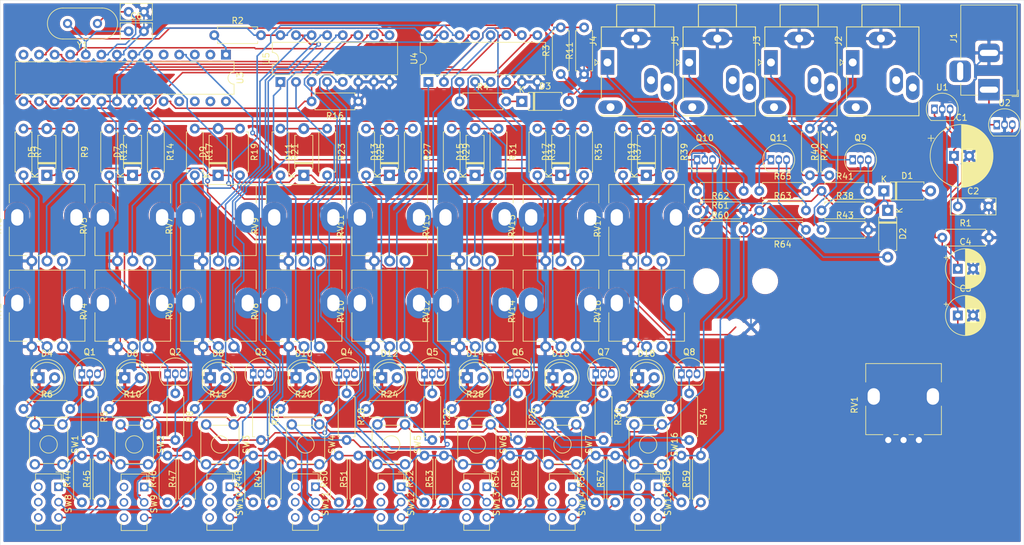
<source format=kicad_pcb>
(kicad_pcb (version 20171130) (host pcbnew 5.1.10-1.fc34)
  (layers (0 F.Cu signal hide) (31 B.Cu signal hide) (34 B.Paste user) (35 F.Paste user) (36 B.SilkS user) (37 F.SilkS user) (38 B.Mask user) (39 F.Mask user) (44 Edge.Cuts user))
  (net 0 "")
  (net 1 +12V)
  (net 2 GND)
  (net 3 "Net-(C3-Pad1)")
  (net 4 "Net-(C4-Pad1)")
  (net 5 "Net-(C5-Pad1)")
  (net 6 "Net-(C6-Pad1)")
  (net 7 "Net-(D1-Pad1)")
  (net 8 "Net-(D1-Pad2)")
  (net 9 "Net-(D2-Pad2)")
  (net 10 "Net-(D3-Pad1)")
  (net 11 "Net-(D4-Pad2)")
  (net 12 "Net-(D11-Pad1)")
  (net 13 "Net-(D5-Pad2)")
  (net 14 "Net-(D6-Pad2)")
  (net 15 "Net-(D7-Pad2)")
  (net 16 "Net-(D8-Pad2)")
  (net 17 "Net-(D9-Pad2)")
  (net 18 "Net-(D10-Pad2)")
  (net 19 "Net-(D11-Pad2)")
  (net 20 "Net-(D12-Pad2)")
  (net 21 "Net-(D13-Pad2)")
  (net 22 "Net-(D14-Pad2)")
  (net 23 "Net-(D15-Pad2)")
  (net 24 "Net-(D16-Pad2)")
  (net 25 "Net-(D17-Pad2)")
  (net 26 "Net-(D18-Pad2)")
  (net 27 "Net-(D19-Pad2)")
  (net 28 "Net-(J2-PadT)")
  (net 29 "Net-(J3-PadT)")
  (net 30 "Net-(J4-PadT)")
  (net 31 "Net-(J5-PadT)")
  (net 32 "Net-(Q1-Pad2)")
  (net 33 "Net-(Q1-Pad1)")
  (net 34 "Net-(Q2-Pad2)")
  (net 35 "Net-(Q2-Pad1)")
  (net 36 "Net-(Q3-Pad2)")
  (net 37 "Net-(Q3-Pad1)")
  (net 38 "Net-(Q4-Pad1)")
  (net 39 "Net-(Q4-Pad2)")
  (net 40 "Net-(Q5-Pad1)")
  (net 41 "Net-(Q5-Pad2)")
  (net 42 "Net-(Q6-Pad2)")
  (net 43 "Net-(Q6-Pad1)")
  (net 44 "Net-(Q7-Pad1)")
  (net 45 "Net-(Q7-Pad2)")
  (net 46 "Net-(Q8-Pad2)")
  (net 47 "Net-(Q8-Pad1)")
  (net 48 "Net-(Q9-Pad3)")
  (net 49 "Net-(Q9-Pad2)")
  (net 50 "Net-(Q10-Pad1)")
  (net 51 "Net-(Q10-Pad3)")
  (net 52 "Net-(Q10-Pad2)")
  (net 53 "Net-(Q11-Pad2)")
  (net 54 "Net-(Q11-Pad3)")
  (net 55 "Net-(R2-Pad1)")
  (net 56 "Net-(R11-Pad2)")
  (net 57 "Net-(R4-Pad1)")
  (net 58 "Net-(R5-Pad2)")
  (net 59 "Net-(R7-Pad2)")
  (net 60 "Net-(R8-Pad2)")
  (net 61 "Net-(R9-Pad2)")
  (net 62 "Net-(R12-Pad2)")
  (net 63 "Net-(R13-Pad2)")
  (net 64 "Net-(R14-Pad2)")
  (net 65 "Net-(R16-Pad2)")
  (net 66 "Net-(R17-Pad2)")
  (net 67 "Net-(R18-Pad2)")
  (net 68 "Net-(R19-Pad2)")
  (net 69 "Net-(R21-Pad2)")
  (net 70 "Net-(R22-Pad2)")
  (net 71 "Net-(R23-Pad2)")
  (net 72 "Net-(R25-Pad2)")
  (net 73 "Net-(R26-Pad2)")
  (net 74 "Net-(R27-Pad2)")
  (net 75 "Net-(R29-Pad2)")
  (net 76 "Net-(R30-Pad2)")
  (net 77 "Net-(R31-Pad2)")
  (net 78 "Net-(R33-Pad2)")
  (net 79 "Net-(R34-Pad2)")
  (net 80 "Net-(R35-Pad2)")
  (net 81 "Net-(R37-Pad2)")
  (net 82 "Net-(R39-Pad2)")
  (net 83 "Net-(R44-Pad1)")
  (net 84 "Net-(R45-Pad1)")
  (net 85 "Net-(R46-Pad1)")
  (net 86 "Net-(R47-Pad1)")
  (net 87 "Net-(R48-Pad1)")
  (net 88 "Net-(R49-Pad1)")
  (net 89 "Net-(R50-Pad1)")
  (net 90 "Net-(R51-Pad1)")
  (net 91 "Net-(R52-Pad1)")
  (net 92 "Net-(R53-Pad1)")
  (net 93 "Net-(R54-Pad1)")
  (net 94 "Net-(R55-Pad1)")
  (net 95 "Net-(R56-Pad1)")
  (net 96 "Net-(R57-Pad1)")
  (net 97 "Net-(R58-Pad1)")
  (net 98 "Net-(R59-Pad1)")
  (net 99 "Net-(R64-Pad2)")
  (net 100 "Net-(RV1-Pad2)")
  (net 101 "Net-(SW8-Pad2)")
  (net 102 "Net-(SW9-Pad2)")
  (net 103 "Net-(SW10-Pad2)")
  (net 104 "Net-(SW11-Pad2)")
  (net 105 "Net-(SW12-Pad2)")
  (net 106 "Net-(SW13-Pad2)")
  (net 107 "Net-(SW14-Pad2)")
  (net 108 "Net-(SW15-Pad2)")
  (net 109 "Net-(U3-Pad16)")
  (net 110 "Net-(U3-Pad17)")
  (net 111 "Net-(U3-Pad18)")
  (net 112 "Net-(U3-Pad11)")
  (net 113 "Net-(U3-Pad12)")
  (net 114 "Net-(U3-Pad13)")
  (net 115 "Net-(U3-Pad2)")
  (net 116 "Net-(U3-Pad3)")
  (net 117 "Net-(U3-Pad5)")
  (net 118 "Net-(U3-Pad19)")
  (net 119 "Net-(U3-Pad25)")
  (net 120 "Net-(U3-Pad26)")
  (net 121 "Net-(U3-Pad27)")
  (net 122 "Net-(U3-Pad14)")
  (net 123 "Net-(U3-Pad28)")
  (module Capacitor_THT:CP_Radial_D6.3mm_P2.50mm (layer F.Cu) (at 247.65 64.77)
    (fp_text reference C3 (at 1.25 -4.4) (layer F.SilkS))
    (fp_text value 100uF)
    (pad 2 thru_hole circle (at 2.5 0) (size 1.6 1.6) (drill 0.8) (layers *.Cu *.Mask) (net 2 GND))
    (pad 1 thru_hole rect (at 0 0) (size 1.6 1.6) (drill 0.8) (layers *.Cu *.Mask) (net 3 "Net-(C3-Pad1)"))
  )
  (module Capacitor_THT:CP_Radial_D6.3mm_P2.50mm (layer F.Cu) (at 247.65 57.15)
    (fp_text reference C4 (at 1.25 -4.4) (layer F.SilkS))
    (fp_text value 100uF)
    (pad 1 thru_hole rect (at 0 0) (size 1.6 1.6) (drill 0.8) (layers *.Cu *.Mask) (net 4 "Net-(C4-Pad1)"))
    (pad 2 thru_hole circle (at 2.5 0) (size 1.6 1.6) (drill 0.8) (layers *.Cu *.Mask) (net 2 GND))
  )
  (module LED_THT:LED_D5.0mm (layer F.Cu) (at 97.79 74.93)
    (fp_text reference D4 (at 1.27 -3.96) (layer F.SilkS))
    (fp_text value "red LED")
    (pad 1 thru_hole rect (at 0 0) (size 1.8 1.8) (drill 0.9) (layers *.Cu *.Mask) (net 2 GND))
    (pad 2 thru_hole circle (at 2.54 0) (size 1.8 1.8) (drill 0.9) (layers *.Cu *.Mask) (net 11 "Net-(D4-Pad2)"))
  )
  (module LED_THT:LED_D5.0mm (layer F.Cu) (at 111.76 74.93)
    (fp_text reference D6 (at 1.27 -3.96) (layer F.SilkS))
    (fp_text value "red LED")
    (pad 2 thru_hole circle (at 2.54 0) (size 1.8 1.8) (drill 0.9) (layers *.Cu *.Mask) (net 14 "Net-(D6-Pad2)"))
    (pad 1 thru_hole rect (at 0 0) (size 1.8 1.8) (drill 0.9) (layers *.Cu *.Mask) (net 2 GND))
  )
  (module LED_THT:LED_D5.0mm (layer F.Cu) (at 125.73 74.93)
    (fp_text reference D8 (at 1.27 -3.96) (layer F.SilkS))
    (fp_text value "red LED")
    (pad 1 thru_hole rect (at 0 0) (size 1.8 1.8) (drill 0.9) (layers *.Cu *.Mask) (net 2 GND))
    (pad 2 thru_hole circle (at 2.54 0) (size 1.8 1.8) (drill 0.9) (layers *.Cu *.Mask) (net 16 "Net-(D8-Pad2)"))
  )
  (module LED_THT:LED_D5.0mm (layer F.Cu) (at 139.7 74.93)
    (fp_text reference D10 (at 1.27 -3.96) (layer F.SilkS))
    (fp_text value "red LED")
    (pad 2 thru_hole circle (at 2.54 0) (size 1.8 1.8) (drill 0.9) (layers *.Cu *.Mask) (net 18 "Net-(D10-Pad2)"))
    (pad 1 thru_hole rect (at 0 0) (size 1.8 1.8) (drill 0.9) (layers *.Cu *.Mask) (net 2 GND))
  )
  (module LED_THT:LED_D5.0mm (layer F.Cu) (at 153.67 74.93)
    (fp_text reference D12 (at 1.27 -3.96) (layer F.SilkS))
    (fp_text value "red LED")
    (pad 2 thru_hole circle (at 2.54 0) (size 1.8 1.8) (drill 0.9) (layers *.Cu *.Mask) (net 20 "Net-(D12-Pad2)"))
    (pad 1 thru_hole rect (at 0 0) (size 1.8 1.8) (drill 0.9) (layers *.Cu *.Mask) (net 2 GND))
  )
  (module LED_THT:LED_D5.0mm (layer F.Cu) (at 167.64 74.93)
    (fp_text reference D14 (at 1.27 -3.96) (layer F.SilkS))
    (fp_text value "red LED")
    (pad 1 thru_hole rect (at 0 0) (size 1.8 1.8) (drill 0.9) (layers *.Cu *.Mask) (net 2 GND))
    (pad 2 thru_hole circle (at 2.54 0) (size 1.8 1.8) (drill 0.9) (layers *.Cu *.Mask) (net 22 "Net-(D14-Pad2)"))
  )
  (module LED_THT:LED_D5.0mm (layer F.Cu) (at 181.61 74.93)
    (fp_text reference D16 (at 1.27 -3.96) (layer F.SilkS))
    (fp_text value "red LED")
    (pad 1 thru_hole rect (at 0 0) (size 1.8 1.8) (drill 0.9) (layers *.Cu *.Mask) (net 2 GND))
    (pad 2 thru_hole circle (at 2.54 0) (size 1.8 1.8) (drill 0.9) (layers *.Cu *.Mask) (net 24 "Net-(D16-Pad2)"))
  )
  (module LED_THT:LED_D5.0mm (layer F.Cu) (at 195.58 74.93)
    (fp_text reference D18 (at 1.27 -3.96) (layer F.SilkS))
    (fp_text value "red LED")
    (pad 2 thru_hole circle (at 2.54 0) (size 1.8 1.8) (drill 0.9) (layers *.Cu *.Mask) (net 26 "Net-(D18-Pad2)"))
    (pad 1 thru_hole rect (at 0 0) (size 1.8 1.8) (drill 0.9) (layers *.Cu *.Mask) (net 2 GND))
  )
  (module Connector_BarrelJack:BarrelJack_Horizontal (layer F.Cu) (at 252.73 27.94 270)
    (fp_text reference J1 (at -8.45 5.75 90) (layer F.SilkS))
    (fp_text value Jack-DC)
    (pad 1 thru_hole rect (at 0 0 270) (size 3.5 3.5) (drill oval 1 3) (layers *.Cu *.Mask) (net 1 +12V))
    (pad 2 thru_hole roundrect (at -6 0 270) (size 3 3.5) (drill oval 1 3) (layers *.Cu *.Mask) (net 2 GND))
    (pad 3 thru_hole roundrect (at -3 4.7 270) (size 3.5 3.5) (drill oval 3 1) (layers *.Cu *.Mask))
  )
  (module Package_TO_SOT_THT:TO-92_Inline (layer F.Cu) (at 104.775 74.295)
    (fp_text reference Q1 (at 1.27 -3.56) (layer F.SilkS))
    (fp_text value 2N3904)
    (pad 2 thru_hole oval (at 1.27 0) (size 1.05 1.5) (drill 0.75) (layers *.Cu *.Mask) (net 32 "Net-(Q1-Pad2)"))
    (pad 3 thru_hole oval (at 2.54 0) (size 1.05 1.5) (drill 0.75) (layers *.Cu *.Mask) (net 3 "Net-(C3-Pad1)"))
    (pad 1 thru_hole rect (at 0 0) (size 1.05 1.5) (drill 0.75) (layers *.Cu *.Mask) (net 33 "Net-(Q1-Pad1)"))
  )
  (module Package_TO_SOT_THT:TO-92_Inline (layer F.Cu) (at 118.745 74.295)
    (fp_text reference Q2 (at 1.27 -3.56) (layer F.SilkS))
    (fp_text value 2N3904)
    (pad 2 thru_hole oval (at 1.27 0) (size 1.05 1.5) (drill 0.75) (layers *.Cu *.Mask) (net 34 "Net-(Q2-Pad2)"))
    (pad 3 thru_hole oval (at 2.54 0) (size 1.05 1.5) (drill 0.75) (layers *.Cu *.Mask) (net 3 "Net-(C3-Pad1)"))
    (pad 1 thru_hole rect (at 0 0) (size 1.05 1.5) (drill 0.75) (layers *.Cu *.Mask) (net 35 "Net-(Q2-Pad1)"))
  )
  (module Package_TO_SOT_THT:TO-92_Inline (layer F.Cu) (at 132.715 74.295)
    (fp_text reference Q3 (at 1.27 -3.56) (layer F.SilkS))
    (fp_text value 2N3904)
    (pad 2 thru_hole oval (at 1.27 0) (size 1.05 1.5) (drill 0.75) (layers *.Cu *.Mask) (net 36 "Net-(Q3-Pad2)"))
    (pad 3 thru_hole oval (at 2.54 0) (size 1.05 1.5) (drill 0.75) (layers *.Cu *.Mask) (net 3 "Net-(C3-Pad1)"))
    (pad 1 thru_hole rect (at 0 0) (size 1.05 1.5) (drill 0.75) (layers *.Cu *.Mask) (net 37 "Net-(Q3-Pad1)"))
  )
  (module Package_TO_SOT_THT:TO-92_Inline (layer F.Cu) (at 146.685 74.295)
    (fp_text reference Q4 (at 1.27 -3.56) (layer F.SilkS))
    (fp_text value 2N3904)
    (pad 1 thru_hole rect (at 0 0) (size 1.05 1.5) (drill 0.75) (layers *.Cu *.Mask) (net 38 "Net-(Q4-Pad1)"))
    (pad 3 thru_hole oval (at 2.54 0) (size 1.05 1.5) (drill 0.75) (layers *.Cu *.Mask) (net 3 "Net-(C3-Pad1)"))
    (pad 2 thru_hole oval (at 1.27 0) (size 1.05 1.5) (drill 0.75) (layers *.Cu *.Mask) (net 39 "Net-(Q4-Pad2)"))
  )
  (module Package_TO_SOT_THT:TO-92_Inline (layer F.Cu) (at 160.655 74.295)
    (fp_text reference Q5 (at 1.27 -3.56) (layer F.SilkS))
    (fp_text value 2N3904)
    (pad 1 thru_hole rect (at 0 0) (size 1.05 1.5) (drill 0.75) (layers *.Cu *.Mask) (net 40 "Net-(Q5-Pad1)"))
    (pad 3 thru_hole oval (at 2.54 0) (size 1.05 1.5) (drill 0.75) (layers *.Cu *.Mask) (net 3 "Net-(C3-Pad1)"))
    (pad 2 thru_hole oval (at 1.27 0) (size 1.05 1.5) (drill 0.75) (layers *.Cu *.Mask) (net 41 "Net-(Q5-Pad2)"))
  )
  (module Package_TO_SOT_THT:TO-92_Inline (layer F.Cu) (at 174.625 74.295)
    (fp_text reference Q6 (at 1.27 -3.56) (layer F.SilkS))
    (fp_text value 2N3904)
    (pad 2 thru_hole oval (at 1.27 0) (size 1.05 1.5) (drill 0.75) (layers *.Cu *.Mask) (net 42 "Net-(Q6-Pad2)"))
    (pad 3 thru_hole oval (at 2.54 0) (size 1.05 1.5) (drill 0.75) (layers *.Cu *.Mask) (net 3 "Net-(C3-Pad1)"))
    (pad 1 thru_hole rect (at 0 0) (size 1.05 1.5) (drill 0.75) (layers *.Cu *.Mask) (net 43 "Net-(Q6-Pad1)"))
  )
  (module Package_TO_SOT_THT:TO-92_Inline (layer F.Cu) (at 188.595 74.295)
    (fp_text reference Q7 (at 1.27 -3.56) (layer F.SilkS))
    (fp_text value 2N3904)
    (pad 1 thru_hole rect (at 0 0) (size 1.05 1.5) (drill 0.75) (layers *.Cu *.Mask) (net 44 "Net-(Q7-Pad1)"))
    (pad 3 thru_hole oval (at 2.54 0) (size 1.05 1.5) (drill 0.75) (layers *.Cu *.Mask) (net 3 "Net-(C3-Pad1)"))
    (pad 2 thru_hole oval (at 1.27 0) (size 1.05 1.5) (drill 0.75) (layers *.Cu *.Mask) (net 45 "Net-(Q7-Pad2)"))
  )
  (module Package_TO_SOT_THT:TO-92_Inline (layer F.Cu) (at 202.565 74.295)
    (fp_text reference Q8 (at 1.27 -3.56) (layer F.SilkS))
    (fp_text value 2N3904)
    (pad 2 thru_hole oval (at 1.27 0) (size 1.05 1.5) (drill 0.75) (layers *.Cu *.Mask) (net 46 "Net-(Q8-Pad2)"))
    (pad 3 thru_hole oval (at 2.54 0) (size 1.05 1.5) (drill 0.75) (layers *.Cu *.Mask) (net 3 "Net-(C3-Pad1)"))
    (pad 1 thru_hole rect (at 0 0) (size 1.05 1.5) (drill 0.75) (layers *.Cu *.Mask) (net 47 "Net-(Q8-Pad1)"))
  )
  (module Package_TO_SOT_THT:TO-92_Inline (layer F.Cu) (at 230.505 39.37)
    (fp_text reference Q9 (at 1.27 -3.56) (layer F.SilkS))
    (fp_text value 2N3904)
    (pad 1 thru_hole rect (at 0 0) (size 1.05 1.5) (drill 0.75) (layers *.Cu *.Mask) (net 29 "Net-(J3-PadT)"))
    (pad 3 thru_hole oval (at 2.54 0) (size 1.05 1.5) (drill 0.75) (layers *.Cu *.Mask) (net 48 "Net-(Q9-Pad3)"))
    (pad 2 thru_hole oval (at 1.27 0) (size 1.05 1.5) (drill 0.75) (layers *.Cu *.Mask) (net 49 "Net-(Q9-Pad2)"))
  )
  (module Package_TO_SOT_THT:TO-92_Inline (layer F.Cu) (at 205.105 39.37)
    (fp_text reference Q10 (at 1.27 -3.56) (layer F.SilkS))
    (fp_text value 2N3904)
    (pad 1 thru_hole rect (at 0 0) (size 1.05 1.5) (drill 0.75) (layers *.Cu *.Mask) (net 50 "Net-(Q10-Pad1)"))
    (pad 3 thru_hole oval (at 2.54 0) (size 1.05 1.5) (drill 0.75) (layers *.Cu *.Mask) (net 51 "Net-(Q10-Pad3)"))
    (pad 2 thru_hole oval (at 1.27 0) (size 1.05 1.5) (drill 0.75) (layers *.Cu *.Mask) (net 52 "Net-(Q10-Pad2)"))
  )
  (module Package_TO_SOT_THT:TO-92_Inline (layer F.Cu) (at 217.17 39.37)
    (fp_text reference Q11 (at 1.27 -3.56) (layer F.SilkS))
    (fp_text value 2N3904)
    (pad 2 thru_hole oval (at 1.27 0) (size 1.05 1.5) (drill 0.75) (layers *.Cu *.Mask) (net 53 "Net-(Q11-Pad2)"))
    (pad 3 thru_hole oval (at 2.54 0) (size 1.05 1.5) (drill 0.75) (layers *.Cu *.Mask) (net 54 "Net-(Q11-Pad3)"))
    (pad 1 thru_hole rect (at 0 0) (size 1.05 1.5) (drill 0.75) (layers *.Cu *.Mask) (net 31 "Net-(J5-PadT)"))
  )
  (module Resistor_THT:R_Axial_DIN0207_L6.3mm_D2.5mm_P7.62mm_Horizontal (layer F.Cu) (at 245.11 52.07)
    (fp_text reference R1 (at 3.81 -2.37) (layer F.SilkS))
    (fp_text value 2m)
    (pad 1 thru_hole circle (at 0 0) (size 1.6 1.6) (drill 0.8) (layers *.Cu *.Mask) (net 4 "Net-(C4-Pad1)"))
    (pad 2 thru_hole oval (at 7.62 0) (size 1.6 1.6) (drill 0.8) (layers *.Cu *.Mask) (net 2 GND))
  )
  (module Resistor_THT:R_Axial_DIN0207_L6.3mm_D2.5mm_P7.62mm_Horizontal (layer F.Cu) (at 126.365 19.05)
    (fp_text reference R2 (at 3.81 -2.37) (layer F.SilkS))
    (fp_text value 10k)
    (pad 2 thru_hole oval (at 7.62 0) (size 1.6 1.6) (drill 0.8) (layers *.Cu *.Mask) (net 4 "Net-(C4-Pad1)"))
    (pad 1 thru_hole circle (at 0 0) (size 1.6 1.6) (drill 0.8) (layers *.Cu *.Mask) (net 55 "Net-(R2-Pad1)"))
  )
  (module Resistor_THT:R_Axial_DIN0207_L6.3mm_D2.5mm_P7.62mm_Horizontal (layer F.Cu) (at 182.88 25.4 90)
    (fp_text reference R3 (at 3.81 -2.37 90) (layer F.SilkS))
    (fp_text value 1k)
    (pad 1 thru_hole circle (at 0 0 90) (size 1.6 1.6) (drill 0.8) (layers *.Cu *.Mask) (net 9 "Net-(D2-Pad2)"))
    (pad 2 thru_hole oval (at 7.62 0 90) (size 1.6 1.6) (drill 0.8) (layers *.Cu *.Mask) (net 56 "Net-(R11-Pad2)"))
  )
  (module Resistor_THT:R_Axial_DIN0207_L6.3mm_D2.5mm_P7.62mm_Horizontal (layer F.Cu) (at 166.37 29.845)
    (fp_text reference R4 (at 3.81 -2.37) (layer F.SilkS))
    (fp_text value 1k)
    (pad 2 thru_hole oval (at 7.62 0) (size 1.6 1.6) (drill 0.8) (layers *.Cu *.Mask) (net 10 "Net-(D3-Pad1)"))
    (pad 1 thru_hole circle (at 0 0) (size 1.6 1.6) (drill 0.8) (layers *.Cu *.Mask) (net 57 "Net-(R4-Pad1)"))
  )
  (module Resistor_THT:R_Axial_DIN0207_L6.3mm_D2.5mm_P7.62mm_Horizontal (layer F.Cu) (at 106.045 77.47 270)
    (fp_text reference R5 (at 3.81 -2.37 90) (layer F.SilkS))
    (fp_text value 100k)
    (pad 1 thru_hole circle (at 0 0 270) (size 1.6 1.6) (drill 0.8) (layers *.Cu *.Mask) (net 32 "Net-(Q1-Pad2)"))
    (pad 2 thru_hole oval (at 7.62 0 270) (size 1.6 1.6) (drill 0.8) (layers *.Cu *.Mask) (net 58 "Net-(R5-Pad2)"))
  )
  (module Resistor_THT:R_Axial_DIN0207_L6.3mm_D2.5mm_P7.62mm_Horizontal (layer F.Cu) (at 95.25 80.01)
    (fp_text reference R6 (at 3.81 -2.37) (layer F.SilkS))
    (fp_text value 3k)
    (pad 1 thru_hole circle (at 0 0) (size 1.6 1.6) (drill 0.8) (layers *.Cu *.Mask) (net 11 "Net-(D4-Pad2)"))
    (pad 2 thru_hole oval (at 7.62 0) (size 1.6 1.6) (drill 0.8) (layers *.Cu *.Mask) (net 33 "Net-(Q1-Pad1)"))
  )
  (module Resistor_THT:R_Axial_DIN0207_L6.3mm_D2.5mm_P7.62mm_Horizontal (layer F.Cu) (at 95.25 34.29 270)
    (fp_text reference R7 (at 3.81 -2.37 90) (layer F.SilkS))
    (fp_text value 1k)
    (pad 1 thru_hole circle (at 0 0 270) (size 1.6 1.6) (drill 0.8) (layers *.Cu *.Mask) (net 13 "Net-(D5-Pad2)"))
    (pad 2 thru_hole oval (at 7.62 0 270) (size 1.6 1.6) (drill 0.8) (layers *.Cu *.Mask) (net 59 "Net-(R7-Pad2)"))
  )
  (module Resistor_THT:R_Axial_DIN0207_L6.3mm_D2.5mm_P7.62mm_Horizontal (layer F.Cu) (at 120.015 77.47 270)
    (fp_text reference R8 (at 3.81 -2.37 90) (layer F.SilkS))
    (fp_text value 100k)
    (pad 2 thru_hole oval (at 7.62 0 270) (size 1.6 1.6) (drill 0.8) (layers *.Cu *.Mask) (net 60 "Net-(R8-Pad2)"))
    (pad 1 thru_hole circle (at 0 0 270) (size 1.6 1.6) (drill 0.8) (layers *.Cu *.Mask) (net 34 "Net-(Q2-Pad2)"))
  )
  (module Resistor_THT:R_Axial_DIN0207_L6.3mm_D2.5mm_P7.62mm_Horizontal (layer F.Cu) (at 102.87 34.29 270)
    (fp_text reference R9 (at 3.81 -2.37 90) (layer F.SilkS))
    (fp_text value 10k)
    (pad 1 thru_hole circle (at 0 0 270) (size 1.6 1.6) (drill 0.8) (layers *.Cu *.Mask) (net 13 "Net-(D5-Pad2)"))
    (pad 2 thru_hole oval (at 7.62 0 270) (size 1.6 1.6) (drill 0.8) (layers *.Cu *.Mask) (net 61 "Net-(R9-Pad2)"))
  )
  (module Resistor_THT:R_Axial_DIN0207_L6.3mm_D2.5mm_P7.62mm_Horizontal (layer F.Cu) (at 109.22 80.01)
    (fp_text reference R10 (at 3.81 -2.37) (layer F.SilkS))
    (fp_text value 3k)
    (pad 1 thru_hole circle (at 0 0) (size 1.6 1.6) (drill 0.8) (layers *.Cu *.Mask) (net 14 "Net-(D6-Pad2)"))
    (pad 2 thru_hole oval (at 7.62 0) (size 1.6 1.6) (drill 0.8) (layers *.Cu *.Mask) (net 35 "Net-(Q2-Pad1)"))
  )
  (module Resistor_THT:R_Axial_DIN0207_L6.3mm_D2.5mm_P7.62mm_Horizontal (layer F.Cu) (at 186.69 25.4 90)
    (fp_text reference R11 (at 3.81 -2.37 90) (layer F.SilkS))
    (fp_text value 10k)
    (pad 1 thru_hole circle (at 0 0 90) (size 1.6 1.6) (drill 0.8) (layers *.Cu *.Mask) (net 2 GND))
    (pad 2 thru_hole oval (at 7.62 0 90) (size 1.6 1.6) (drill 0.8) (layers *.Cu *.Mask) (net 56 "Net-(R11-Pad2)"))
  )
  (module Resistor_THT:R_Axial_DIN0207_L6.3mm_D2.5mm_P7.62mm_Horizontal (layer F.Cu) (at 109.22 34.29 270)
    (fp_text reference R12 (at 3.81 -2.37 90) (layer F.SilkS))
    (fp_text value 1k)
    (pad 1 thru_hole circle (at 0 0 270) (size 1.6 1.6) (drill 0.8) (layers *.Cu *.Mask) (net 15 "Net-(D7-Pad2)"))
    (pad 2 thru_hole oval (at 7.62 0 270) (size 1.6 1.6) (drill 0.8) (layers *.Cu *.Mask) (net 62 "Net-(R12-Pad2)"))
  )
  (module Resistor_THT:R_Axial_DIN0207_L6.3mm_D2.5mm_P7.62mm_Horizontal (layer F.Cu) (at 133.985 77.47 270)
    (fp_text reference R13 (at 3.81 -2.37 90) (layer F.SilkS))
    (fp_text value 100k)
    (pad 2 thru_hole oval (at 7.62 0 270) (size 1.6 1.6) (drill 0.8) (layers *.Cu *.Mask) (net 63 "Net-(R13-Pad2)"))
    (pad 1 thru_hole circle (at 0 0 270) (size 1.6 1.6) (drill 0.8) (layers *.Cu *.Mask) (net 36 "Net-(Q3-Pad2)"))
  )
  (module Resistor_THT:R_Axial_DIN0207_L6.3mm_D2.5mm_P7.62mm_Horizontal (layer F.Cu) (at 116.84 34.29 270)
    (fp_text reference R14 (at 3.81 -2.37 90) (layer F.SilkS))
    (fp_text value 10k)
    (pad 2 thru_hole oval (at 7.62 0 270) (size 1.6 1.6) (drill 0.8) (layers *.Cu *.Mask) (net 64 "Net-(R14-Pad2)"))
    (pad 1 thru_hole circle (at 0 0 270) (size 1.6 1.6) (drill 0.8) (layers *.Cu *.Mask) (net 15 "Net-(D7-Pad2)"))
  )
  (module Resistor_THT:R_Axial_DIN0207_L6.3mm_D2.5mm_P7.62mm_Horizontal (layer F.Cu) (at 123.19 80.01)
    (fp_text reference R15 (at 3.81 -2.37) (layer F.SilkS))
    (fp_text value 3k)
    (pad 2 thru_hole oval (at 7.62 0) (size 1.6 1.6) (drill 0.8) (layers *.Cu *.Mask) (net 37 "Net-(Q3-Pad1)"))
    (pad 1 thru_hole circle (at 0 0) (size 1.6 1.6) (drill 0.8) (layers *.Cu *.Mask) (net 16 "Net-(D8-Pad2)"))
  )
  (module Resistor_THT:R_Axial_DIN0207_L6.3mm_D2.5mm_P7.62mm_Horizontal (layer F.Cu) (at 149.86 29.845 180)
    (fp_text reference R16 (at 3.81 -2.37) (layer F.SilkS))
    (fp_text value 50k)
    (pad 2 thru_hole oval (at 7.62 0 180) (size 1.6 1.6) (drill 0.8) (layers *.Cu *.Mask) (net 65 "Net-(R16-Pad2)"))
    (pad 1 thru_hole circle (at 0 0 180) (size 1.6 1.6) (drill 0.8) (layers *.Cu *.Mask) (net 2 GND))
  )
  (module Resistor_THT:R_Axial_DIN0207_L6.3mm_D2.5mm_P7.62mm_Horizontal (layer F.Cu) (at 123.19 34.29 270)
    (fp_text reference R17 (at 3.81 -2.37 90) (layer F.SilkS))
    (fp_text value 1k)
    (pad 2 thru_hole oval (at 7.62 0 270) (size 1.6 1.6) (drill 0.8) (layers *.Cu *.Mask) (net 66 "Net-(R17-Pad2)"))
    (pad 1 thru_hole circle (at 0 0 270) (size 1.6 1.6) (drill 0.8) (layers *.Cu *.Mask) (net 17 "Net-(D9-Pad2)"))
  )
  (module Resistor_THT:R_Axial_DIN0207_L6.3mm_D2.5mm_P7.62mm_Horizontal (layer F.Cu) (at 147.955 77.47 270)
    (fp_text reference R18 (at 3.81 -2.37 90) (layer F.SilkS))
    (fp_text value 100k)
    (pad 2 thru_hole oval (at 7.62 0 270) (size 1.6 1.6) (drill 0.8) (layers *.Cu *.Mask) (net 67 "Net-(R18-Pad2)"))
    (pad 1 thru_hole circle (at 0 0 270) (size 1.6 1.6) (drill 0.8) (layers *.Cu *.Mask) (net 39 "Net-(Q4-Pad2)"))
  )
  (module Resistor_THT:R_Axial_DIN0207_L6.3mm_D2.5mm_P7.62mm_Horizontal (layer F.Cu) (at 130.555 34.29 270)
    (fp_text reference R19 (at 3.81 -2.37 90) (layer F.SilkS))
    (fp_text value 10k)
    (pad 1 thru_hole circle (at 0 0 270) (size 1.6 1.6) (drill 0.8) (layers *.Cu *.Mask) (net 17 "Net-(D9-Pad2)"))
    (pad 2 thru_hole oval (at 7.62 0 270) (size 1.6 1.6) (drill 0.8) (layers *.Cu *.Mask) (net 68 "Net-(R19-Pad2)"))
  )
  (module Resistor_THT:R_Axial_DIN0207_L6.3mm_D2.5mm_P7.62mm_Horizontal (layer F.Cu) (at 137.16 80.01)
    (fp_text reference R20 (at 3.81 -2.37) (layer F.SilkS))
    (fp_text value 3k)
    (pad 2 thru_hole oval (at 7.62 0) (size 1.6 1.6) (drill 0.8) (layers *.Cu *.Mask) (net 38 "Net-(Q4-Pad1)"))
    (pad 1 thru_hole circle (at 0 0) (size 1.6 1.6) (drill 0.8) (layers *.Cu *.Mask) (net 18 "Net-(D10-Pad2)"))
  )
  (module Resistor_THT:R_Axial_DIN0207_L6.3mm_D2.5mm_P7.62mm_Horizontal (layer F.Cu) (at 137.16 34.29 270)
    (fp_text reference R21 (at 3.81 -2.37 90) (layer F.SilkS))
    (fp_text value 1k)
    (pad 1 thru_hole circle (at 0 0 270) (size 1.6 1.6) (drill 0.8) (layers *.Cu *.Mask) (net 19 "Net-(D11-Pad2)"))
    (pad 2 thru_hole oval (at 7.62 0 270) (size 1.6 1.6) (drill 0.8) (layers *.Cu *.Mask) (net 69 "Net-(R21-Pad2)"))
  )
  (module Resistor_THT:R_Axial_DIN0207_L6.3mm_D2.5mm_P7.62mm_Horizontal (layer F.Cu) (at 161.925 77.47 270)
    (fp_text reference R22 (at 3.81 -2.37 90) (layer F.SilkS))
    (fp_text value 100k)
    (pad 2 thru_hole oval (at 7.62 0 270) (size 1.6 1.6) (drill 0.8) (layers *.Cu *.Mask) (net 70 "Net-(R22-Pad2)"))
    (pad 1 thru_hole circle (at 0 0 270) (size 1.6 1.6) (drill 0.8) (layers *.Cu *.Mask) (net 41 "Net-(Q5-Pad2)"))
  )
  (module Resistor_THT:R_Axial_DIN0207_L6.3mm_D2.5mm_P7.62mm_Horizontal (layer F.Cu) (at 144.78 34.29 270)
    (fp_text reference R23 (at 3.81 -2.37 90) (layer F.SilkS))
    (fp_text value 10k)
    (pad 1 thru_hole circle (at 0 0 270) (size 1.6 1.6) (drill 0.8) (layers *.Cu *.Mask) (net 19 "Net-(D11-Pad2)"))
    (pad 2 thru_hole oval (at 7.62 0 270) (size 1.6 1.6) (drill 0.8) (layers *.Cu *.Mask) (net 71 "Net-(R23-Pad2)"))
  )
  (module Resistor_THT:R_Axial_DIN0207_L6.3mm_D2.5mm_P7.62mm_Horizontal (layer F.Cu) (at 151.13 80.01)
    (fp_text reference R24 (at 3.81 -2.37) (layer F.SilkS))
    (fp_text value 3k)
    (pad 1 thru_hole circle (at 0 0) (size 1.6 1.6) (drill 0.8) (layers *.Cu *.Mask) (net 20 "Net-(D12-Pad2)"))
    (pad 2 thru_hole oval (at 7.62 0) (size 1.6 1.6) (drill 0.8) (layers *.Cu *.Mask) (net 40 "Net-(Q5-Pad1)"))
  )
  (module Resistor_THT:R_Axial_DIN0207_L6.3mm_D2.5mm_P7.62mm_Horizontal (layer F.Cu) (at 151.13 34.29 270)
    (fp_text reference R25 (at 3.81 -2.37 90) (layer F.SilkS))
    (fp_text value 1k)
    (pad 1 thru_hole circle (at 0 0 270) (size 1.6 1.6) (drill 0.8) (layers *.Cu *.Mask) (net 21 "Net-(D13-Pad2)"))
    (pad 2 thru_hole oval (at 7.62 0 270) (size 1.6 1.6) (drill 0.8) (layers *.Cu *.Mask) (net 72 "Net-(R25-Pad2)"))
  )
  (module Resistor_THT:R_Axial_DIN0207_L6.3mm_D2.5mm_P7.62mm_Horizontal (layer F.Cu) (at 175.895 77.47 270)
    (fp_text reference R26 (at 3.81 -2.37 90) (layer F.SilkS))
    (fp_text value 100k)
    (pad 1 thru_hole circle (at 0 0 270) (size 1.6 1.6) (drill 0.8) (layers *.Cu *.Mask) (net 42 "Net-(Q6-Pad2)"))
    (pad 2 thru_hole oval (at 7.62 0 270) (size 1.6 1.6) (drill 0.8) (layers *.Cu *.Mask) (net 73 "Net-(R26-Pad2)"))
  )
  (module Resistor_THT:R_Axial_DIN0207_L6.3mm_D2.5mm_P7.62mm_Horizontal (layer F.Cu) (at 158.75 34.29 270)
    (fp_text reference R27 (at 3.81 -2.37 90) (layer F.SilkS))
    (fp_text value 10k)
    (pad 2 thru_hole oval (at 7.62 0 270) (size 1.6 1.6) (drill 0.8) (layers *.Cu *.Mask) (net 74 "Net-(R27-Pad2)"))
    (pad 1 thru_hole circle (at 0 0 270) (size 1.6 1.6) (drill 0.8) (layers *.Cu *.Mask) (net 21 "Net-(D13-Pad2)"))
  )
  (module Resistor_THT:R_Axial_DIN0207_L6.3mm_D2.5mm_P7.62mm_Horizontal (layer F.Cu) (at 165.1 80.01)
    (fp_text reference R28 (at 3.81 -2.37) (layer F.SilkS))
    (fp_text value 3k)
    (pad 2 thru_hole oval (at 7.62 0) (size 1.6 1.6) (drill 0.8) (layers *.Cu *.Mask) (net 43 "Net-(Q6-Pad1)"))
    (pad 1 thru_hole circle (at 0 0) (size 1.6 1.6) (drill 0.8) (layers *.Cu *.Mask) (net 22 "Net-(D14-Pad2)"))
  )
  (module Resistor_THT:R_Axial_DIN0207_L6.3mm_D2.5mm_P7.62mm_Horizontal (layer F.Cu) (at 165.1 34.29 270)
    (fp_text reference R29 (at 3.81 -2.37 90) (layer F.SilkS))
    (fp_text value 1k)
    (pad 1 thru_hole circle (at 0 0 270) (size 1.6 1.6) (drill 0.8) (layers *.Cu *.Mask) (net 23 "Net-(D15-Pad2)"))
    (pad 2 thru_hole oval (at 7.62 0 270) (size 1.6 1.6) (drill 0.8) (layers *.Cu *.Mask) (net 75 "Net-(R29-Pad2)"))
  )
  (module Resistor_THT:R_Axial_DIN0207_L6.3mm_D2.5mm_P7.62mm_Horizontal (layer F.Cu) (at 189.865 77.47 270)
    (fp_text reference R30 (at 3.81 -2.37 90) (layer F.SilkS))
    (fp_text value 100k)
    (pad 2 thru_hole oval (at 7.62 0 270) (size 1.6 1.6) (drill 0.8) (layers *.Cu *.Mask) (net 76 "Net-(R30-Pad2)"))
    (pad 1 thru_hole circle (at 0 0 270) (size 1.6 1.6) (drill 0.8) (layers *.Cu *.Mask) (net 45 "Net-(Q7-Pad2)"))
  )
  (module Resistor_THT:R_Axial_DIN0207_L6.3mm_D2.5mm_P7.62mm_Horizontal (layer F.Cu) (at 172.72 34.29 270)
    (fp_text reference R31 (at 3.81 -2.37 90) (layer F.SilkS))
    (fp_text value 10k)
    (pad 1 thru_hole circle (at 0 0 270) (size 1.6 1.6) (drill 0.8) (layers *.Cu *.Mask) (net 23 "Net-(D15-Pad2)"))
    (pad 2 thru_hole oval (at 7.62 0 270) (size 1.6 1.6) (drill 0.8) (layers *.Cu *.Mask) (net 77 "Net-(R31-Pad2)"))
  )
  (module Resistor_THT:R_Axial_DIN0207_L6.3mm_D2.5mm_P7.62mm_Horizontal (layer F.Cu) (at 179.07 80.01)
    (fp_text reference R32 (at 3.81 -2.37) (layer F.SilkS))
    (fp_text value 3k)
    (pad 1 thru_hole circle (at 0 0) (size 1.6 1.6) (drill 0.8) (layers *.Cu *.Mask) (net 24 "Net-(D16-Pad2)"))
    (pad 2 thru_hole oval (at 7.62 0) (size 1.6 1.6) (drill 0.8) (layers *.Cu *.Mask) (net 44 "Net-(Q7-Pad1)"))
  )
  (module Resistor_THT:R_Axial_DIN0207_L6.3mm_D2.5mm_P7.62mm_Horizontal (layer F.Cu) (at 179.07 34.29 270)
    (fp_text reference R33 (at 3.81 -2.37 90) (layer F.SilkS))
    (fp_text value 1k)
    (pad 1 thru_hole circle (at 0 0 270) (size 1.6 1.6) (drill 0.8) (layers *.Cu *.Mask) (net 25 "Net-(D17-Pad2)"))
    (pad 2 thru_hole oval (at 7.62 0 270) (size 1.6 1.6) (drill 0.8) (layers *.Cu *.Mask) (net 78 "Net-(R33-Pad2)"))
  )
  (module Resistor_THT:R_Axial_DIN0207_L6.3mm_D2.5mm_P7.62mm_Horizontal (layer F.Cu) (at 203.835 77.47 270)
    (fp_text reference R34 (at 3.81 -2.37 90) (layer F.SilkS))
    (fp_text value 100k)
    (pad 1 thru_hole circle (at 0 0 270) (size 1.6 1.6) (drill 0.8) (layers *.Cu *.Mask) (net 46 "Net-(Q8-Pad2)"))
    (pad 2 thru_hole oval (at 7.62 0 270) (size 1.6 1.6) (drill 0.8) (layers *.Cu *.Mask) (net 79 "Net-(R34-Pad2)"))
  )
  (module Resistor_THT:R_Axial_DIN0207_L6.3mm_D2.5mm_P7.62mm_Horizontal (layer F.Cu) (at 186.69 34.29 270)
    (fp_text reference R35 (at 3.81 -2.37 90) (layer F.SilkS))
    (fp_text value 10k)
    (pad 2 thru_hole oval (at 7.62 0 270) (size 1.6 1.6) (drill 0.8) (layers *.Cu *.Mask) (net 80 "Net-(R35-Pad2)"))
    (pad 1 thru_hole circle (at 0 0 270) (size 1.6 1.6) (drill 0.8) (layers *.Cu *.Mask) (net 25 "Net-(D17-Pad2)"))
  )
  (module Resistor_THT:R_Axial_DIN0207_L6.3mm_D2.5mm_P7.62mm_Horizontal (layer F.Cu) (at 193.04 80.01)
    (fp_text reference R36 (at 3.81 -2.37) (layer F.SilkS))
    (fp_text value 3k)
    (pad 2 thru_hole oval (at 7.62 0) (size 1.6 1.6) (drill 0.8) (layers *.Cu *.Mask) (net 47 "Net-(Q8-Pad1)"))
    (pad 1 thru_hole circle (at 0 0) (size 1.6 1.6) (drill 0.8) (layers *.Cu *.Mask) (net 26 "Net-(D18-Pad2)"))
  )
  (module Resistor_THT:R_Axial_DIN0207_L6.3mm_D2.5mm_P7.62mm_Horizontal (layer F.Cu) (at 193.04 34.29 270)
    (fp_text reference R37 (at 3.81 -2.37 90) (layer F.SilkS))
    (fp_text value 1k)
    (pad 2 thru_hole oval (at 7.62 0 270) (size 1.6 1.6) (drill 0.8) (layers *.Cu *.Mask) (net 81 "Net-(R37-Pad2)"))
    (pad 1 thru_hole circle (at 0 0 270) (size 1.6 1.6) (drill 0.8) (layers *.Cu *.Mask) (net 27 "Net-(D19-Pad2)"))
  )
  (module Resistor_THT:R_Axial_DIN0207_L6.3mm_D2.5mm_P7.62mm_Horizontal (layer F.Cu) (at 225.425 47.625)
    (fp_text reference R38 (at 3.81 -2.37) (layer F.SilkS))
    (fp_text value 100k)
    (pad 2 thru_hole oval (at 7.62 0) (size 1.6 1.6) (drill 0.8) (layers *.Cu *.Mask) (net 7 "Net-(D1-Pad1)"))
    (pad 1 thru_hole circle (at 0 0) (size 1.6 1.6) (drill 0.8) (layers *.Cu *.Mask) (net 49 "Net-(Q9-Pad2)"))
  )
  (module Resistor_THT:R_Axial_DIN0207_L6.3mm_D2.5mm_P7.62mm_Horizontal (layer F.Cu) (at 200.66 34.29 270)
    (fp_text reference R39 (at 3.81 -2.37 90) (layer F.SilkS))
    (fp_text value 10k)
    (pad 1 thru_hole circle (at 0 0 270) (size 1.6 1.6) (drill 0.8) (layers *.Cu *.Mask) (net 27 "Net-(D19-Pad2)"))
    (pad 2 thru_hole oval (at 7.62 0 270) (size 1.6 1.6) (drill 0.8) (layers *.Cu *.Mask) (net 82 "Net-(R39-Pad2)"))
  )
  (module Resistor_THT:R_Axial_DIN0207_L6.3mm_D2.5mm_P7.62mm_Horizontal (layer F.Cu) (at 226.695 41.91 90)
    (fp_text reference R40 (at 3.81 -2.37 90) (layer F.SilkS))
    (fp_text value 2m)
    (pad 2 thru_hole oval (at 7.62 0 90) (size 1.6 1.6) (drill 0.8) (layers *.Cu *.Mask) (net 2 GND))
    (pad 1 thru_hole circle (at 0 0 90) (size 1.6 1.6) (drill 0.8) (layers *.Cu *.Mask) (net 12 "Net-(D11-Pad1)"))
  )
  (module Resistor_THT:R_Axial_DIN0207_L6.3mm_D2.5mm_P7.62mm_Horizontal (layer F.Cu) (at 225.425 44.45)
    (fp_text reference R41 (at 3.81 -2.37) (layer F.SilkS))
    (fp_text value 6k)
    (pad 2 thru_hole oval (at 7.62 0) (size 1.6 1.6) (drill 0.8) (layers *.Cu *.Mask) (net 48 "Net-(Q9-Pad3)"))
    (pad 1 thru_hole circle (at 0 0) (size 1.6 1.6) (drill 0.8) (layers *.Cu *.Mask) (net 4 "Net-(C4-Pad1)"))
  )
  (module Resistor_THT:R_Axial_DIN0207_L6.3mm_D2.5mm_P7.62mm_Horizontal (layer F.Cu) (at 223.52 34.29 270)
    (fp_text reference R42 (at 3.81 -2.37 90) (layer F.SilkS))
    (fp_text value 1k)
    (pad 1 thru_hole circle (at 0 0 270) (size 1.6 1.6) (drill 0.8) (layers *.Cu *.Mask) (net 28 "Net-(J2-PadT)"))
    (pad 2 thru_hole oval (at 7.62 0 270) (size 1.6 1.6) (drill 0.8) (layers *.Cu *.Mask) (net 12 "Net-(D11-Pad1)"))
  )
  (module Resistor_THT:R_Axial_DIN0207_L6.3mm_D2.5mm_P7.62mm_Horizontal (layer F.Cu) (at 225.425 50.8)
    (fp_text reference R43 (at 3.81 -2.37) (layer F.SilkS))
    (fp_text value 2m)
    (pad 1 thru_hole circle (at 0 0) (size 1.6 1.6) (drill 0.8) (layers *.Cu *.Mask) (net 29 "Net-(J3-PadT)"))
    (pad 2 thru_hole oval (at 7.62 0) (size 1.6 1.6) (drill 0.8) (layers *.Cu *.Mask) (net 2 GND))
  )
  (module Resistor_THT:R_Axial_DIN0207_L6.3mm_D2.5mm_P7.62mm_Horizontal (layer F.Cu) (at 104.775 95.25 90)
    (fp_text reference R44 (at 3.81 -2.37 90) (layer F.SilkS))
    (fp_text value 120k)
    (pad 1 thru_hole circle (at 0 0 90) (size 1.6 1.6) (drill 0.8) (layers *.Cu *.Mask) (net 83 "Net-(R44-Pad1)"))
    (pad 2 thru_hole oval (at 7.62 0 90) (size 1.6 1.6) (drill 0.8) (layers *.Cu *.Mask) (net 4 "Net-(C4-Pad1)"))
  )
  (module Resistor_THT:R_Axial_DIN0207_L6.3mm_D2.5mm_P7.62mm_Horizontal (layer F.Cu) (at 107.95 95.25 90)
    (fp_text reference R45 (at 3.81 -2.37 90) (layer F.SilkS))
    (fp_text value 30k)
    (pad 2 thru_hole oval (at 7.62 0 90) (size 1.6 1.6) (drill 0.8) (layers *.Cu *.Mask) (net 4 "Net-(C4-Pad1)"))
    (pad 1 thru_hole circle (at 0 0 90) (size 1.6 1.6) (drill 0.8) (layers *.Cu *.Mask) (net 84 "Net-(R45-Pad1)"))
  )
  (module Resistor_THT:R_Axial_DIN0207_L6.3mm_D2.5mm_P7.62mm_Horizontal (layer F.Cu) (at 118.745 95.25 90)
    (fp_text reference R46 (at 3.81 -2.37 90) (layer F.SilkS))
    (fp_text value 120k)
    (pad 2 thru_hole oval (at 7.62 0 90) (size 1.6 1.6) (drill 0.8) (layers *.Cu *.Mask) (net 4 "Net-(C4-Pad1)"))
    (pad 1 thru_hole circle (at 0 0 90) (size 1.6 1.6) (drill 0.8) (layers *.Cu *.Mask) (net 85 "Net-(R46-Pad1)"))
  )
  (module Resistor_THT:R_Axial_DIN0207_L6.3mm_D2.5mm_P7.62mm_Horizontal (layer F.Cu) (at 121.92 95.25 90)
    (fp_text reference R47 (at 3.81 -2.37 90) (layer F.SilkS))
    (fp_text value 30k)
    (pad 1 thru_hole circle (at 0 0 90) (size 1.6 1.6) (drill 0.8) (layers *.Cu *.Mask) (net 86 "Net-(R47-Pad1)"))
    (pad 2 thru_hole oval (at 7.62 0 90) (size 1.6 1.6) (drill 0.8) (layers *.Cu *.Mask) (net 4 "Net-(C4-Pad1)"))
  )
  (module Resistor_THT:R_Axial_DIN0207_L6.3mm_D2.5mm_P7.62mm_Horizontal (layer F.Cu) (at 132.715 95.25 90)
    (fp_text reference R48 (at 3.81 -2.37 90) (layer F.SilkS))
    (fp_text value 120k)
    (pad 1 thru_hole circle (at 0 0 90) (size 1.6 1.6) (drill 0.8) (layers *.Cu *.Mask) (net 87 "Net-(R48-Pad1)"))
    (pad 2 thru_hole oval (at 7.62 0 90) (size 1.6 1.6) (drill 0.8) (layers *.Cu *.Mask) (net 4 "Net-(C4-Pad1)"))
  )
  (module Resistor_THT:R_Axial_DIN0207_L6.3mm_D2.5mm_P7.62mm_Horizontal (layer F.Cu) (at 135.89 95.25 90)
    (fp_text reference R49 (at 3.81 -2.37 90) (layer F.SilkS))
    (fp_text value 30k)
    (pad 1 thru_hole circle (at 0 0 90) (size 1.6 1.6) (drill 0.8) (layers *.Cu *.Mask) (net 88 "Net-(R49-Pad1)"))
    (pad 2 thru_hole oval (at 7.62 0 90) (size 1.6 1.6) (drill 0.8) (layers *.Cu *.Mask) (net 4 "Net-(C4-Pad1)"))
  )
  (module Resistor_THT:R_Axial_DIN0207_L6.3mm_D2.5mm_P7.62mm_Horizontal (layer F.Cu) (at 146.685 95.25 90)
    (fp_text reference R50 (at 3.81 -2.37 90) (layer F.SilkS))
    (fp_text value 120k)
    (pad 2 thru_hole oval (at 7.62 0 90) (size 1.6 1.6) (drill 0.8) (layers *.Cu *.Mask) (net 4 "Net-(C4-Pad1)"))
    (pad 1 thru_hole circle (at 0 0 90) (size 1.6 1.6) (drill 0.8) (layers *.Cu *.Mask) (net 89 "Net-(R50-Pad1)"))
  )
  (module Resistor_THT:R_Axial_DIN0207_L6.3mm_D2.5mm_P7.62mm_Horizontal (layer F.Cu) (at 149.86 95.25 90)
    (fp_text reference R51 (at 3.81 -2.37 90) (layer F.SilkS))
    (fp_text value 30k)
    (pad 1 thru_hole circle (at 0 0 90) (size 1.6 1.6) (drill 0.8) (layers *.Cu *.Mask) (net 90 "Net-(R51-Pad1)"))
    (pad 2 thru_hole oval (at 7.62 0 90) (size 1.6 1.6) (drill 0.8) (layers *.Cu *.Mask) (net 4 "Net-(C4-Pad1)"))
  )
  (module Resistor_THT:R_Axial_DIN0207_L6.3mm_D2.5mm_P7.62mm_Horizontal (layer F.Cu) (at 160.655 95.25 90)
    (fp_text reference R52 (at 3.81 -2.37 90) (layer F.SilkS))
    (fp_text value 120k)
    (pad 1 thru_hole circle (at 0 0 90) (size 1.6 1.6) (drill 0.8) (layers *.Cu *.Mask) (net 91 "Net-(R52-Pad1)"))
    (pad 2 thru_hole oval (at 7.62 0 90) (size 1.6 1.6) (drill 0.8) (layers *.Cu *.Mask) (net 4 "Net-(C4-Pad1)"))
  )
  (module Resistor_THT:R_Axial_DIN0207_L6.3mm_D2.5mm_P7.62mm_Horizontal (layer F.Cu) (at 163.83 95.25 90)
    (fp_text reference R53 (at 3.81 -2.37 90) (layer F.SilkS))
    (fp_text value 30k)
    (pad 2 thru_hole oval (at 7.62 0 90) (size 1.6 1.6) (drill 0.8) (layers *.Cu *.Mask) (net 4 "Net-(C4-Pad1)"))
    (pad 1 thru_hole circle (at 0 0 90) (size 1.6 1.6) (drill 0.8) (layers *.Cu *.Mask) (net 92 "Net-(R53-Pad1)"))
  )
  (module Resistor_THT:R_Axial_DIN0207_L6.3mm_D2.5mm_P7.62mm_Horizontal (layer F.Cu) (at 174.625 95.25 90)
    (fp_text reference R54 (at 3.81 -2.37 90) (layer F.SilkS))
    (fp_text value 120k)
    (pad 1 thru_hole circle (at 0 0 90) (size 1.6 1.6) (drill 0.8) (layers *.Cu *.Mask) (net 93 "Net-(R54-Pad1)"))
    (pad 2 thru_hole oval (at 7.62 0 90) (size 1.6 1.6) (drill 0.8) (layers *.Cu *.Mask) (net 4 "Net-(C4-Pad1)"))
  )
  (module Resistor_THT:R_Axial_DIN0207_L6.3mm_D2.5mm_P7.62mm_Horizontal (layer F.Cu) (at 177.8 95.25 90)
    (fp_text reference R55 (at 3.81 -2.37 90) (layer F.SilkS))
    (fp_text value 30k)
    (pad 2 thru_hole oval (at 7.62 0 90) (size 1.6 1.6) (drill 0.8) (layers *.Cu *.Mask) (net 4 "Net-(C4-Pad1)"))
    (pad 1 thru_hole circle (at 0 0 90) (size 1.6 1.6) (drill 0.8) (layers *.Cu *.Mask) (net 94 "Net-(R55-Pad1)"))
  )
  (module Resistor_THT:R_Axial_DIN0207_L6.3mm_D2.5mm_P7.62mm_Horizontal (layer F.Cu) (at 188.595 95.25 90)
    (fp_text reference R56 (at 3.81 -2.37 90) (layer F.SilkS))
    (fp_text value 120k)
    (pad 2 thru_hole oval (at 7.62 0 90) (size 1.6 1.6) (drill 0.8) (layers *.Cu *.Mask) (net 4 "Net-(C4-Pad1)"))
    (pad 1 thru_hole circle (at 0 0 90) (size 1.6 1.6) (drill 0.8) (layers *.Cu *.Mask) (net 95 "Net-(R56-Pad1)"))
  )
  (module Resistor_THT:R_Axial_DIN0207_L6.3mm_D2.5mm_P7.62mm_Horizontal (layer F.Cu) (at 191.77 95.25 90)
    (fp_text reference R57 (at 3.81 -2.37 90) (layer F.SilkS))
    (fp_text value 30k)
    (pad 1 thru_hole circle (at 0 0 90) (size 1.6 1.6) (drill 0.8) (layers *.Cu *.Mask) (net 96 "Net-(R57-Pad1)"))
    (pad 2 thru_hole oval (at 7.62 0 90) (size 1.6 1.6) (drill 0.8) (layers *.Cu *.Mask) (net 4 "Net-(C4-Pad1)"))
  )
  (module Resistor_THT:R_Axial_DIN0207_L6.3mm_D2.5mm_P7.62mm_Horizontal (layer F.Cu) (at 202.565 95.25 90)
    (fp_text reference R58 (at 3.81 -2.37 90) (layer F.SilkS))
    (fp_text value 120k)
    (pad 2 thru_hole oval (at 7.62 0 90) (size 1.6 1.6) (drill 0.8) (layers *.Cu *.Mask) (net 4 "Net-(C4-Pad1)"))
    (pad 1 thru_hole circle (at 0 0 90) (size 1.6 1.6) (drill 0.8) (layers *.Cu *.Mask) (net 97 "Net-(R58-Pad1)"))
  )
  (module Resistor_THT:R_Axial_DIN0207_L6.3mm_D2.5mm_P7.62mm_Horizontal (layer F.Cu) (at 205.74 95.25 90)
    (fp_text reference R59 (at 3.81 -2.37 90) (layer F.SilkS))
    (fp_text value 30k)
    (pad 2 thru_hole oval (at 7.62 0 90) (size 1.6 1.6) (drill 0.8) (layers *.Cu *.Mask) (net 4 "Net-(C4-Pad1)"))
    (pad 1 thru_hole circle (at 0 0 90) (size 1.6 1.6) (drill 0.8) (layers *.Cu *.Mask) (net 98 "Net-(R59-Pad1)"))
  )
  (module Resistor_THT:R_Axial_DIN0207_L6.3mm_D2.5mm_P7.62mm_Horizontal (layer F.Cu) (at 205.105 50.8)
    (fp_text reference R60 (at 3.81 -2.37) (layer F.SilkS))
    (fp_text value 1k)
    (pad 1 thru_hole circle (at 0 0) (size 1.6 1.6) (drill 0.8) (layers *.Cu *.Mask) (net 51 "Net-(Q10-Pad3)"))
    (pad 2 thru_hole oval (at 7.62 0) (size 1.6 1.6) (drill 0.8) (layers *.Cu *.Mask) (net 4 "Net-(C4-Pad1)"))
  )
  (module Resistor_THT:R_Axial_DIN0207_L6.3mm_D2.5mm_P7.62mm_Horizontal (layer F.Cu) (at 212.725 44.45 180)
    (fp_text reference R61 (at 3.81 -2.37) (layer F.SilkS))
    (fp_text value 100k)
    (pad 2 thru_hole oval (at 7.62 0 180) (size 1.6 1.6) (drill 0.8) (layers *.Cu *.Mask) (net 52 "Net-(Q10-Pad2)"))
    (pad 1 thru_hole circle (at 0 0 180) (size 1.6 1.6) (drill 0.8) (layers *.Cu *.Mask) (net 30 "Net-(J4-PadT)"))
  )
  (module Resistor_THT:R_Axial_DIN0207_L6.3mm_D2.5mm_P7.62mm_Horizontal (layer F.Cu) (at 205.105 47.625)
    (fp_text reference R62 (at 3.81 -2.37) (layer F.SilkS))
    (fp_text value 10k)
    (pad 2 thru_hole oval (at 7.62 0) (size 1.6 1.6) (drill 0.8) (layers *.Cu *.Mask) (net 2 GND))
    (pad 1 thru_hole circle (at 0 0) (size 1.6 1.6) (drill 0.8) (layers *.Cu *.Mask) (net 50 "Net-(Q10-Pad1)"))
  )
  (module Resistor_THT:R_Axial_DIN0207_L6.3mm_D2.5mm_P7.62mm_Horizontal (layer F.Cu) (at 215.265 47.625)
    (fp_text reference R63 (at 3.81 -2.37) (layer F.SilkS))
    (fp_text value 6k)
    (pad 2 thru_hole oval (at 7.62 0) (size 1.6 1.6) (drill 0.8) (layers *.Cu *.Mask) (net 54 "Net-(Q11-Pad3)"))
    (pad 1 thru_hole circle (at 0 0) (size 1.6 1.6) (drill 0.8) (layers *.Cu *.Mask) (net 4 "Net-(C4-Pad1)"))
  )
  (module Resistor_THT:R_Axial_DIN0207_L6.3mm_D2.5mm_P7.62mm_Horizontal (layer F.Cu) (at 222.885 50.8 180)
    (fp_text reference R64 (at 3.81 -2.37) (layer F.SilkS))
    (fp_text value 100k)
    (pad 2 thru_hole oval (at 7.62 0 180) (size 1.6 1.6) (drill 0.8) (layers *.Cu *.Mask) (net 99 "Net-(R64-Pad2)"))
    (pad 1 thru_hole circle (at 0 0 180) (size 1.6 1.6) (drill 0.8) (layers *.Cu *.Mask) (net 53 "Net-(Q11-Pad2)"))
  )
  (module Resistor_THT:R_Axial_DIN0207_L6.3mm_D2.5mm_P7.62mm_Horizontal (layer F.Cu) (at 215.265 44.45)
    (fp_text reference R65 (at 3.81 -2.37) (layer F.SilkS))
    (fp_text value 2m)
    (pad 1 thru_hole circle (at 0 0) (size 1.6 1.6) (drill 0.8) (layers *.Cu *.Mask) (net 31 "Net-(J5-PadT)"))
    (pad 2 thru_hole oval (at 7.62 0) (size 1.6 1.6) (drill 0.8) (layers *.Cu *.Mask) (net 2 GND))
  )
  (module Button_Switch_THT:SW_CuK_JS202011CQN_DPDT_Straight (layer F.Cu) (at 100.965 92.71 270)
    (fp_text reference SW8 (at 2.75 -1.6 90) (layer F.SilkS))
    (fp_text value SW_SPDT_MSM)
    (pad 6 thru_hole circle (at 5 3.3 270) (size 1.4 1.4) (drill 0.9) (layers *.Cu *.Mask))
    (pad 5 thru_hole circle (at 2.5 3.3 270) (size 1.4 1.4) (drill 0.9) (layers *.Cu *.Mask))
    (pad 4 thru_hole circle (at 0 3.3 270) (size 1.4 1.4) (drill 0.9) (layers *.Cu *.Mask))
    (pad 3 thru_hole circle (at 5 0 270) (size 1.4 1.4) (drill 0.9) (layers *.Cu *.Mask) (net 84 "Net-(R45-Pad1)"))
    (pad 2 thru_hole circle (at 2.5 0 270) (size 1.4 1.4) (drill 0.9) (layers *.Cu *.Mask) (net 101 "Net-(SW8-Pad2)"))
    (pad 1 thru_hole rect (at 0 0 270) (size 1.4 1.4) (drill 0.9) (layers *.Cu *.Mask) (net 83 "Net-(R44-Pad1)"))
  )
  (module Button_Switch_THT:SW_CuK_JS202011CQN_DPDT_Straight (layer F.Cu) (at 114.935 92.75 270)
    (fp_text reference SW9 (at 2.75 -1.6 90) (layer F.SilkS))
    (fp_text value SW_SPDT_MSM)
    (pad 6 thru_hole circle (at 5 3.3 270) (size 1.4 1.4) (drill 0.9) (layers *.Cu *.Mask))
    (pad 5 thru_hole circle (at 2.5 3.3 270) (size 1.4 1.4) (drill 0.9) (layers *.Cu *.Mask))
    (pad 4 thru_hole circle (at 0 3.3 270) (size 1.4 1.4) (drill 0.9) (layers *.Cu *.Mask))
    (pad 3 thru_hole circle (at 5 0 270) (size 1.4 1.4) (drill 0.9) (layers *.Cu *.Mask) (net 86 "Net-(R47-Pad1)"))
    (pad 2 thru_hole circle (at 2.5 0 270) (size 1.4 1.4) (drill 0.9) (layers *.Cu *.Mask) (net 102 "Net-(SW9-Pad2)"))
    (pad 1 thru_hole rect (at 0 0 270) (size 1.4 1.4) (drill 0.9) (layers *.Cu *.Mask) (net 85 "Net-(R46-Pad1)"))
  )
  (module Button_Switch_THT:SW_CuK_JS202011CQN_DPDT_Straight (layer F.Cu) (at 128.905 92.71 270)
    (fp_text reference SW10 (at 2.75 -1.6 90) (layer F.SilkS))
    (fp_text value SW_SPDT_MSM)
    (pad 1 thru_hole rect (at 0 0 270) (size 1.4 1.4) (drill 0.9) (layers *.Cu *.Mask) (net 87 "Net-(R48-Pad1)"))
    (pad 2 thru_hole circle (at 2.5 0 270) (size 1.4 1.4) (drill 0.9) (layers *.Cu *.Mask) (net 103 "Net-(SW10-Pad2)"))
    (pad 3 thru_hole circle (at 5 0 270) (size 1.4 1.4) (drill 0.9) (layers *.Cu *.Mask) (net 88 "Net-(R49-Pad1)"))
    (pad 4 thru_hole circle (at 0 3.3 270) (size 1.4 1.4) (drill 0.9) (layers *.Cu *.Mask))
    (pad 5 thru_hole circle (at 2.5 3.3 270) (size 1.4 1.4) (drill 0.9) (layers *.Cu *.Mask))
    (pad 6 thru_hole circle (at 5 3.3 270) (size 1.4 1.4) (drill 0.9) (layers *.Cu *.Mask))
  )
  (module Button_Switch_THT:SW_CuK_JS202011CQN_DPDT_Straight (layer F.Cu) (at 142.875 92.71 270)
    (fp_text reference SW11 (at 2.75 -1.6 90) (layer F.SilkS))
    (fp_text value SW_SPDT_MSM)
    (pad 1 thru_hole rect (at 0 0 270) (size 1.4 1.4) (drill 0.9) (layers *.Cu *.Mask) (net 89 "Net-(R50-Pad1)"))
    (pad 2 thru_hole circle (at 2.5 0 270) (size 1.4 1.4) (drill 0.9) (layers *.Cu *.Mask) (net 104 "Net-(SW11-Pad2)"))
    (pad 3 thru_hole circle (at 5 0 270) (size 1.4 1.4) (drill 0.9) (layers *.Cu *.Mask) (net 90 "Net-(R51-Pad1)"))
    (pad 4 thru_hole circle (at 0 3.3 270) (size 1.4 1.4) (drill 0.9) (layers *.Cu *.Mask))
    (pad 5 thru_hole circle (at 2.5 3.3 270) (size 1.4 1.4) (drill 0.9) (layers *.Cu *.Mask))
    (pad 6 thru_hole circle (at 5 3.3 270) (size 1.4 1.4) (drill 0.9) (layers *.Cu *.Mask))
  )
  (module Button_Switch_THT:SW_CuK_JS202011CQN_DPDT_Straight (layer F.Cu) (at 156.845 92.71 270)
    (fp_text reference SW12 (at 2.75 -1.6 90) (layer F.SilkS))
    (fp_text value SW_SPDT_MSM)
    (pad 6 thru_hole circle (at 5 3.3 270) (size 1.4 1.4) (drill 0.9) (layers *.Cu *.Mask))
    (pad 5 thru_hole circle (at 2.5 3.3 270) (size 1.4 1.4) (drill 0.9) (layers *.Cu *.Mask))
    (pad 4 thru_hole circle (at 0 3.3 270) (size 1.4 1.4) (drill 0.9) (layers *.Cu *.Mask))
    (pad 3 thru_hole circle (at 5 0 270) (size 1.4 1.4) (drill 0.9) (layers *.Cu *.Mask) (net 92 "Net-(R53-Pad1)"))
    (pad 2 thru_hole circle (at 2.5 0 270) (size 1.4 1.4) (drill 0.9) (layers *.Cu *.Mask) (net 105 "Net-(SW12-Pad2)"))
    (pad 1 thru_hole rect (at 0 0 270) (size 1.4 1.4) (drill 0.9) (layers *.Cu *.Mask) (net 91 "Net-(R52-Pad1)"))
  )
  (module Button_Switch_THT:SW_CuK_JS202011CQN_DPDT_Straight (layer F.Cu) (at 170.815 92.71 270)
    (fp_text reference SW13 (at 2.75 -1.6 90) (layer F.SilkS))
    (fp_text value SW_SPDT_MSM)
    (pad 1 thru_hole rect (at 0 0 270) (size 1.4 1.4) (drill 0.9) (layers *.Cu *.Mask) (net 93 "Net-(R54-Pad1)"))
    (pad 2 thru_hole circle (at 2.5 0 270) (size 1.4 1.4) (drill 0.9) (layers *.Cu *.Mask) (net 106 "Net-(SW13-Pad2)"))
    (pad 3 thru_hole circle (at 5 0 270) (size 1.4 1.4) (drill 0.9) (layers *.Cu *.Mask) (net 94 "Net-(R55-Pad1)"))
    (pad 4 thru_hole circle (at 0 3.3 270) (size 1.4 1.4) (drill 0.9) (layers *.Cu *.Mask))
    (pad 5 thru_hole circle (at 2.5 3.3 270) (size 1.4 1.4) (drill 0.9) (layers *.Cu *.Mask))
    (pad 6 thru_hole circle (at 5 3.3 270) (size 1.4 1.4) (drill 0.9) (layers *.Cu *.Mask))
  )
  (module Button_Switch_THT:SW_CuK_JS202011CQN_DPDT_Straight (layer F.Cu) (at 184.785 92.71 270)
    (fp_text reference SW14 (at 2.75 -1.6 90) (layer F.SilkS))
    (fp_text value SW_SPDT_MSM)
    (pad 6 thru_hole circle (at 5 3.3 270) (size 1.4 1.4) (drill 0.9) (layers *.Cu *.Mask))
    (pad 5 thru_hole circle (at 2.5 3.3 270) (size 1.4 1.4) (drill 0.9) (layers *.Cu *.Mask))
    (pad 4 thru_hole circle (at 0 3.3 270) (size 1.4 1.4) (drill 0.9) (layers *.Cu *.Mask))
    (pad 3 thru_hole circle (at 5 0 270) (size 1.4 1.4) (drill 0.9) (layers *.Cu *.Mask) (net 96 "Net-(R57-Pad1)"))
    (pad 2 thru_hole circle (at 2.5 0 270) (size 1.4 1.4) (drill 0.9) (layers *.Cu *.Mask) (net 107 "Net-(SW14-Pad2)"))
    (pad 1 thru_hole rect (at 0 0 270) (size 1.4 1.4) (drill 0.9) (layers *.Cu *.Mask) (net 95 "Net-(R56-Pad1)"))
  )
  (module Button_Switch_THT:SW_CuK_JS202011CQN_DPDT_Straight (layer F.Cu) (at 198.755 92.71 270)
    (fp_text reference SW15 (at 2.75 -1.6 90) (layer F.SilkS))
    (fp_text value SW_SPDT_MSM)
    (pad 1 thru_hole rect (at 0 0 270) (size 1.4 1.4) (drill 0.9) (layers *.Cu *.Mask) (net 97 "Net-(R58-Pad1)"))
    (pad 2 thru_hole circle (at 2.5 0 270) (size 1.4 1.4) (drill 0.9) (layers *.Cu *.Mask) (net 108 "Net-(SW15-Pad2)"))
    (pad 3 thru_hole circle (at 5 0 270) (size 1.4 1.4) (drill 0.9) (layers *.Cu *.Mask) (net 98 "Net-(R59-Pad1)"))
    (pad 4 thru_hole circle (at 0 3.3 270) (size 1.4 1.4) (drill 0.9) (layers *.Cu *.Mask))
    (pad 5 thru_hole circle (at 2.5 3.3 270) (size 1.4 1.4) (drill 0.9) (layers *.Cu *.Mask))
    (pad 6 thru_hole circle (at 5 3.3 270) (size 1.4 1.4) (drill 0.9) (layers *.Cu *.Mask))
  )
  (module Package_TO_SOT_THT:TO-92_Inline (layer F.Cu) (at 243.84 31.115)
    (fp_text reference U1 (at 1.27 -3.56) (layer F.SilkS))
    (fp_text value L7812)
    (pad 2 thru_hole oval (at 1.27 0) (size 1.05 1.5) (drill 0.75) (layers *.Cu *.Mask) (net 2 GND))
    (pad 3 thru_hole oval (at 2.54 0) (size 1.05 1.5) (drill 0.75) (layers *.Cu *.Mask) (net 3 "Net-(C3-Pad1)"))
    (pad 1 thru_hole rect (at 0 0) (size 1.05 1.5) (drill 0.75) (layers *.Cu *.Mask) (net 1 +12V))
  )
  (module Package_TO_SOT_THT:TO-92_Inline (layer F.Cu) (at 254 33.655)
    (fp_text reference U2 (at 1.27 -3.56) (layer F.SilkS))
    (fp_text value L7805)
    (pad 1 thru_hole rect (at 0 0) (size 1.05 1.5) (drill 0.75) (layers *.Cu *.Mask) (net 1 +12V))
    (pad 3 thru_hole oval (at 2.54 0) (size 1.05 1.5) (drill 0.75) (layers *.Cu *.Mask) (net 4 "Net-(C4-Pad1)"))
    (pad 2 thru_hole oval (at 1.27 0) (size 1.05 1.5) (drill 0.75) (layers *.Cu *.Mask) (net 2 GND))
  )
  (module Package_DIP:DIP-28_W7.62mm (layer F.Cu) (at 128.27 22.225 270)
    (fp_text reference U3 (at 3.81 -2.33 90) (layer F.SilkS))
    (fp_text value ATmega328P-PU)
    (pad 1 thru_hole rect (at 0 0 270) (size 1.6 1.6) (drill 0.8) (layers *.Cu *.Mask) (net 55 "Net-(R2-Pad1)"))
    (pad 15 thru_hole oval (at 7.62 33.02 270) (size 1.6 1.6) (drill 0.8) (layers *.Cu *.Mask) (net 8 "Net-(D1-Pad2)"))
    (pad 2 thru_hole oval (at 0 2.54 270) (size 1.6 1.6) (drill 0.8) (layers *.Cu *.Mask) (net 115 "Net-(U3-Pad2)"))
    (pad 16 thru_hole oval (at 7.62 30.48 270) (size 1.6 1.6) (drill 0.8) (layers *.Cu *.Mask) (net 109 "Net-(U3-Pad16)"))
    (pad 3 thru_hole oval (at 0 5.08 270) (size 1.6 1.6) (drill 0.8) (layers *.Cu *.Mask) (net 116 "Net-(U3-Pad3)"))
    (pad 17 thru_hole oval (at 7.62 27.94 270) (size 1.6 1.6) (drill 0.8) (layers *.Cu *.Mask) (net 110 "Net-(U3-Pad17)"))
    (pad 4 thru_hole oval (at 0 7.62 270) (size 1.6 1.6) (drill 0.8) (layers *.Cu *.Mask) (net 50 "Net-(Q10-Pad1)"))
    (pad 18 thru_hole oval (at 7.62 25.4 270) (size 1.6 1.6) (drill 0.8) (layers *.Cu *.Mask) (net 111 "Net-(U3-Pad18)"))
    (pad 5 thru_hole oval (at 0 10.16 270) (size 1.6 1.6) (drill 0.8) (layers *.Cu *.Mask) (net 117 "Net-(U3-Pad5)"))
    (pad 19 thru_hole oval (at 7.62 22.86 270) (size 1.6 1.6) (drill 0.8) (layers *.Cu *.Mask) (net 118 "Net-(U3-Pad19)"))
    (pad 6 thru_hole oval (at 0 12.7 270) (size 1.6 1.6) (drill 0.8) (layers *.Cu *.Mask) (net 99 "Net-(R64-Pad2)"))
    (pad 20 thru_hole oval (at 7.62 20.32 270) (size 1.6 1.6) (drill 0.8) (layers *.Cu *.Mask) (net 4 "Net-(C4-Pad1)"))
    (pad 7 thru_hole oval (at 0 15.24 270) (size 1.6 1.6) (drill 0.8) (layers *.Cu *.Mask) (net 4 "Net-(C4-Pad1)"))
    (pad 21 thru_hole oval (at 7.62 17.78 270) (size 1.6 1.6) (drill 0.8) (layers *.Cu *.Mask) (net 4 "Net-(C4-Pad1)"))
    (pad 8 thru_hole oval (at 0 17.78 270) (size 1.6 1.6) (drill 0.8) (layers *.Cu *.Mask) (net 2 GND))
    (pad 22 thru_hole oval (at 7.62 15.24 270) (size 1.6 1.6) (drill 0.8) (layers *.Cu *.Mask) (net 2 GND))
    (pad 9 thru_hole oval (at 0 20.32 270) (size 1.6 1.6) (drill 0.8) (layers *.Cu *.Mask) (net 5 "Net-(C5-Pad1)"))
    (pad 23 thru_hole oval (at 7.62 12.7 270) (size 1.6 1.6) (drill 0.8) (layers *.Cu *.Mask) (net 100 "Net-(RV1-Pad2)"))
    (pad 10 thru_hole oval (at 0 22.86 270) (size 1.6 1.6) (drill 0.8) (layers *.Cu *.Mask) (net 6 "Net-(C6-Pad1)"))
    (pad 24 thru_hole oval (at 7.62 10.16 270) (size 1.6 1.6) (drill 0.8) (layers *.Cu *.Mask) (net 65 "Net-(R16-Pad2)"))
    (pad 11 thru_hole oval (at 0 25.4 270) (size 1.6 1.6) (drill 0.8) (layers *.Cu *.Mask) (net 112 "Net-(U3-Pad11)"))
    (pad 25 thru_hole oval (at 7.62 7.62 270) (size 1.6 1.6) (drill 0.8) (layers *.Cu *.Mask) (net 119 "Net-(U3-Pad25)"))
    (pad 12 thru_hole oval (at 0 27.94 270) (size 1.6 1.6) (drill 0.8) (layers *.Cu *.Mask) (net 113 "Net-(U3-Pad12)"))
    (pad 26 thru_hole oval (at 7.62 5.08 270) (size 1.6 1.6) (drill 0.8) (layers *.Cu *.Mask) (net 120 "Net-(U3-Pad26)"))
    (pad 13 thru_hole oval (at 0 30.48 270) (size 1.6 1.6) (drill 0.8) (layers *.Cu *.Mask) (net 114 "Net-(U3-Pad13)"))
    (pad 27 thru_hole oval (at 7.62 2.54 270) (size 1.6 1.6) (drill 0.8) (layers *.Cu *.Mask) (net 121 "Net-(U3-Pad27)"))
    (pad 14 thru_hole oval (at 0 33.02 270) (size 1.6 1.6) (drill 0.8) (layers *.Cu *.Mask) (net 122 "Net-(U3-Pad14)"))
    (pad 28 thru_hole oval (at 7.62 0 270) (size 1.6 1.6) (drill 0.8) (layers *.Cu *.Mask) (net 123 "Net-(U3-Pad28)"))
  )
  (module Crystal:Crystal_HC49-4H_Vertical (layer F.Cu) (at 107.315 17.145 180)
    (fp_text reference Y1 (at 2.44 -3.525) (layer F.SilkS))
    (fp_text value "Crystal 16Mhz")
    (pad 1 thru_hole circle (at 0 0 180) (size 1.5 1.5) (drill 0.8) (layers *.Cu *.Mask) (net 5 "Net-(C5-Pad1)"))
    (pad 2 thru_hole circle (at 4.88 0 180) (size 1.5 1.5) (drill 0.8) (layers *.Cu *.Mask) (net 6 "Net-(C6-Pad1)"))
  )
  (module Button_Switch_THT:SW_TH_Tactile_Omron_B3F-10xx (layer F.Cu) (at 101.6 82.55 270)
    (fp_text reference SW1 (at 3.25 -2.05 90) (layer F.SilkS))
    (fp_text value SW_Push_Dual)
    (pad 1 thru_hole circle (at 0 0 270) (size 1.7 1.7) (drill 1) (layers *.Cu *.Mask) (net 9 "Net-(D2-Pad2)"))
    (pad 2 thru_hole circle (at 6.5 0 270) (size 1.7 1.7) (drill 1) (layers *.Cu *.Mask) (net 4 "Net-(C4-Pad1)"))
    (pad 3 thru_hole circle (at 0 4.5 270) (size 1.7 1.7) (drill 1) (layers *.Cu *.Mask) (net 58 "Net-(R5-Pad2)"))
    (pad 4 thru_hole circle (at 6.5 4.5 270) (size 1.7 1.7) (drill 1) (layers *.Cu *.Mask) (net 4 "Net-(C4-Pad1)"))
  )
  (module Button_Switch_THT:SW_TH_Tactile_Omron_B3F-10xx (layer F.Cu) (at 115.57 82.55 270)
    (fp_text reference SW2 (at 3.25 -2.05 90) (layer F.SilkS))
    (fp_text value SW_Push_Dual)
    (pad 4 thru_hole circle (at 6.5 4.5 270) (size 1.7 1.7) (drill 1) (layers *.Cu *.Mask) (net 4 "Net-(C4-Pad1)"))
    (pad 3 thru_hole circle (at 0 4.5 270) (size 1.7 1.7) (drill 1) (layers *.Cu *.Mask) (net 60 "Net-(R8-Pad2)"))
    (pad 2 thru_hole circle (at 6.5 0 270) (size 1.7 1.7) (drill 1) (layers *.Cu *.Mask) (net 4 "Net-(C4-Pad1)"))
    (pad 1 thru_hole circle (at 0 0 270) (size 1.7 1.7) (drill 1) (layers *.Cu *.Mask) (net 9 "Net-(D2-Pad2)"))
  )
  (module Button_Switch_THT:SW_TH_Tactile_Omron_B3F-10xx (layer F.Cu) (at 129.54 82.55 270)
    (fp_text reference SW3 (at 3.25 -2.05 90) (layer F.SilkS))
    (fp_text value SW_Push_Dual)
    (pad 1 thru_hole circle (at 0 0 270) (size 1.7 1.7) (drill 1) (layers *.Cu *.Mask) (net 9 "Net-(D2-Pad2)"))
    (pad 2 thru_hole circle (at 6.5 0 270) (size 1.7 1.7) (drill 1) (layers *.Cu *.Mask) (net 4 "Net-(C4-Pad1)"))
    (pad 3 thru_hole circle (at 0 4.5 270) (size 1.7 1.7) (drill 1) (layers *.Cu *.Mask) (net 63 "Net-(R13-Pad2)"))
    (pad 4 thru_hole circle (at 6.5 4.5 270) (size 1.7 1.7) (drill 1) (layers *.Cu *.Mask) (net 4 "Net-(C4-Pad1)"))
  )
  (module Button_Switch_THT:SW_TH_Tactile_Omron_B3F-10xx (layer F.Cu) (at 143.51 82.55 270)
    (fp_text reference SW4 (at 3.25 -2.05 90) (layer F.SilkS))
    (fp_text value SW_Push_Dual)
    (pad 4 thru_hole circle (at 6.5 4.5 270) (size 1.7 1.7) (drill 1) (layers *.Cu *.Mask) (net 4 "Net-(C4-Pad1)"))
    (pad 3 thru_hole circle (at 0 4.5 270) (size 1.7 1.7) (drill 1) (layers *.Cu *.Mask) (net 67 "Net-(R18-Pad2)"))
    (pad 2 thru_hole circle (at 6.5 0 270) (size 1.7 1.7) (drill 1) (layers *.Cu *.Mask) (net 4 "Net-(C4-Pad1)"))
    (pad 1 thru_hole circle (at 0 0 270) (size 1.7 1.7) (drill 1) (layers *.Cu *.Mask) (net 9 "Net-(D2-Pad2)"))
  )
  (module Button_Switch_THT:SW_TH_Tactile_Omron_B3F-10xx (layer F.Cu) (at 157.48 82.55 270)
    (fp_text reference SW5 (at 3.25 -2.05 90) (layer F.SilkS))
    (fp_text value SW_Push_Dual)
    (pad 1 thru_hole circle (at 0 0 270) (size 1.7 1.7) (drill 1) (layers *.Cu *.Mask) (net 9 "Net-(D2-Pad2)"))
    (pad 2 thru_hole circle (at 6.5 0 270) (size 1.7 1.7) (drill 1) (layers *.Cu *.Mask) (net 4 "Net-(C4-Pad1)"))
    (pad 3 thru_hole circle (at 0 4.5 270) (size 1.7 1.7) (drill 1) (layers *.Cu *.Mask) (net 70 "Net-(R22-Pad2)"))
    (pad 4 thru_hole circle (at 6.5 4.5 270) (size 1.7 1.7) (drill 1) (layers *.Cu *.Mask) (net 4 "Net-(C4-Pad1)"))
  )
  (module Button_Switch_THT:SW_TH_Tactile_Omron_B3F-10xx (layer F.Cu) (at 171.45 82.55 270)
    (fp_text reference SW6 (at 3.25 -2.05 90) (layer F.SilkS))
    (fp_text value SW_Push_Dual)
    (pad 4 thru_hole circle (at 6.5 4.5 270) (size 1.7 1.7) (drill 1) (layers *.Cu *.Mask) (net 4 "Net-(C4-Pad1)"))
    (pad 3 thru_hole circle (at 0 4.5 270) (size 1.7 1.7) (drill 1) (layers *.Cu *.Mask) (net 73 "Net-(R26-Pad2)"))
    (pad 2 thru_hole circle (at 6.5 0 270) (size 1.7 1.7) (drill 1) (layers *.Cu *.Mask) (net 4 "Net-(C4-Pad1)"))
    (pad 1 thru_hole circle (at 0 0 270) (size 1.7 1.7) (drill 1) (layers *.Cu *.Mask) (net 9 "Net-(D2-Pad2)"))
  )
  (module Button_Switch_THT:SW_TH_Tactile_Omron_B3F-10xx (layer F.Cu) (at 185.42 82.55 270)
    (fp_text reference SW7 (at 3.25 -2.05 90) (layer F.SilkS))
    (fp_text value SW_Push_Dual)
    (pad 4 thru_hole circle (at 6.5 4.5 270) (size 1.7 1.7) (drill 1) (layers *.Cu *.Mask) (net 4 "Net-(C4-Pad1)"))
    (pad 3 thru_hole circle (at 0 4.5 270) (size 1.7 1.7) (drill 1) (layers *.Cu *.Mask) (net 76 "Net-(R30-Pad2)"))
    (pad 2 thru_hole circle (at 6.5 0 270) (size 1.7 1.7) (drill 1) (layers *.Cu *.Mask) (net 4 "Net-(C4-Pad1)"))
    (pad 1 thru_hole circle (at 0 0 270) (size 1.7 1.7) (drill 1) (layers *.Cu *.Mask) (net 9 "Net-(D2-Pad2)"))
  )
  (module Diode_THT:D_A-405_P7.62mm_Horizontal (layer F.Cu) (at 235.585 44.45)
    (fp_text reference D1 (at 3.81 -2.47) (layer F.SilkS))
    (fp_text value 914)
    (fp_text user K (at 0 -1.9) (layer F.SilkS))
    (pad 1 thru_hole rect (at 0 0) (size 1.8 1.8) (drill 0.9) (layers *.Cu *.Mask) (net 7 "Net-(D1-Pad1)"))
    (pad 2 thru_hole oval (at 7.62 0) (size 1.8 1.8) (drill 0.9) (layers *.Cu *.Mask) (net 8 "Net-(D1-Pad2)"))
  )
  (module Diode_THT:D_A-405_P7.62mm_Horizontal (layer F.Cu) (at 236.22 47.625 270)
    (fp_text reference D2 (at 3.81 -2.47 90) (layer F.SilkS))
    (fp_text value 914)
    (fp_text user K (at 0 -1.9 90) (layer F.SilkS))
    (pad 2 thru_hole oval (at 7.62 0 270) (size 1.8 1.8) (drill 0.9) (layers *.Cu *.Mask) (net 9 "Net-(D2-Pad2)"))
    (pad 1 thru_hole rect (at 0 0 270) (size 1.8 1.8) (drill 0.9) (layers *.Cu *.Mask) (net 7 "Net-(D1-Pad1)"))
  )
  (module Diode_THT:D_A-405_P7.62mm_Horizontal (layer F.Cu) (at 176.53 29.845)
    (fp_text reference D3 (at 3.81 -2.47) (layer F.SilkS))
    (fp_text value 914)
    (fp_text user K (at 0 -1.9) (layer F.SilkS))
    (pad 2 thru_hole oval (at 7.62 0) (size 1.8 1.8) (drill 0.9) (layers *.Cu *.Mask) (net 4 "Net-(C4-Pad1)"))
    (pad 1 thru_hole rect (at 0 0) (size 1.8 1.8) (drill 0.9) (layers *.Cu *.Mask) (net 10 "Net-(D3-Pad1)"))
  )
  (module Diode_THT:D_A-405_P7.62mm_Horizontal (layer F.Cu) (at 99.06 41.91 90)
    (fp_text reference D5 (at 3.81 -2.47 90) (layer F.SilkS))
    (fp_text value 914)
    (fp_text user K (at 0 -1.9 90) (layer F.SilkS))
    (pad 1 thru_hole rect (at 0 0 90) (size 1.8 1.8) (drill 0.9) (layers *.Cu *.Mask) (net 12 "Net-(D11-Pad1)"))
    (pad 2 thru_hole oval (at 7.62 0 90) (size 1.8 1.8) (drill 0.9) (layers *.Cu *.Mask) (net 13 "Net-(D5-Pad2)"))
  )
  (module Diode_THT:D_A-405_P7.62mm_Horizontal (layer F.Cu) (at 113.03 41.91 90)
    (fp_text reference D7 (at 3.81 -2.47 90) (layer F.SilkS))
    (fp_text value 914)
    (fp_text user K (at 0 -1.9 90) (layer F.SilkS))
    (pad 1 thru_hole rect (at 0 0 90) (size 1.8 1.8) (drill 0.9) (layers *.Cu *.Mask) (net 12 "Net-(D11-Pad1)"))
    (pad 2 thru_hole oval (at 7.62 0 90) (size 1.8 1.8) (drill 0.9) (layers *.Cu *.Mask) (net 15 "Net-(D7-Pad2)"))
  )
  (module Diode_THT:D_A-405_P7.62mm_Horizontal (layer F.Cu) (at 127 41.91 90)
    (fp_text reference D9 (at 3.81 -2.47 90) (layer F.SilkS))
    (fp_text value 914)
    (fp_text user K (at 0 -1.9 90) (layer F.SilkS))
    (pad 2 thru_hole oval (at 7.62 0 90) (size 1.8 1.8) (drill 0.9) (layers *.Cu *.Mask) (net 17 "Net-(D9-Pad2)"))
    (pad 1 thru_hole rect (at 0 0 90) (size 1.8 1.8) (drill 0.9) (layers *.Cu *.Mask) (net 12 "Net-(D11-Pad1)"))
  )
  (module Diode_THT:D_A-405_P7.62mm_Horizontal (layer F.Cu) (at 140.97 41.91 90)
    (fp_text reference D11 (at 3.81 -2.47 90) (layer F.SilkS))
    (fp_text value 914)
    (fp_text user K (at 0 -1.9 90) (layer F.SilkS))
    (pad 1 thru_hole rect (at 0 0 90) (size 1.8 1.8) (drill 0.9) (layers *.Cu *.Mask) (net 12 "Net-(D11-Pad1)"))
    (pad 2 thru_hole oval (at 7.62 0 90) (size 1.8 1.8) (drill 0.9) (layers *.Cu *.Mask) (net 19 "Net-(D11-Pad2)"))
  )
  (module Diode_THT:D_A-405_P7.62mm_Horizontal (layer F.Cu) (at 154.94 41.91 90)
    (fp_text reference D13 (at 3.81 -2.47 90) (layer F.SilkS))
    (fp_text value 914)
    (fp_text user K (at 0 -1.9 90) (layer F.SilkS))
    (pad 2 thru_hole oval (at 7.62 0 90) (size 1.8 1.8) (drill 0.9) (layers *.Cu *.Mask) (net 21 "Net-(D13-Pad2)"))
    (pad 1 thru_hole rect (at 0 0 90) (size 1.8 1.8) (drill 0.9) (layers *.Cu *.Mask) (net 12 "Net-(D11-Pad1)"))
  )
  (module Diode_THT:D_A-405_P7.62mm_Horizontal (layer F.Cu) (at 168.91 41.91 90)
    (fp_text reference D15 (at 3.81 -2.47 90) (layer F.SilkS))
    (fp_text value 914)
    (fp_text user K (at 0 -1.9 90) (layer F.SilkS))
    (pad 1 thru_hole rect (at 0 0 90) (size 1.8 1.8) (drill 0.9) (layers *.Cu *.Mask) (net 12 "Net-(D11-Pad1)"))
    (pad 2 thru_hole oval (at 7.62 0 90) (size 1.8 1.8) (drill 0.9) (layers *.Cu *.Mask) (net 23 "Net-(D15-Pad2)"))
  )
  (module Diode_THT:D_A-405_P7.62mm_Horizontal (layer F.Cu) (at 182.88 41.91 90)
    (fp_text reference D17 (at 3.81 -2.47 90) (layer F.SilkS))
    (fp_text value 914)
    (fp_text user K (at 0 -1.9 90) (layer F.SilkS))
    (pad 2 thru_hole oval (at 7.62 0 90) (size 1.8 1.8) (drill 0.9) (layers *.Cu *.Mask) (net 25 "Net-(D17-Pad2)"))
    (pad 1 thru_hole rect (at 0 0 90) (size 1.8 1.8) (drill 0.9) (layers *.Cu *.Mask) (net 12 "Net-(D11-Pad1)"))
  )
  (module Diode_THT:D_A-405_P7.62mm_Horizontal (layer F.Cu) (at 196.85 41.91 90)
    (fp_text reference D19 (at 3.81 -2.47 90) (layer F.SilkS))
    (fp_text value 914)
    (fp_text user K (at 0 -1.9 90) (layer F.SilkS))
    (pad 1 thru_hole rect (at 0 0 90) (size 1.8 1.8) (drill 0.9) (layers *.Cu *.Mask) (net 12 "Net-(D11-Pad1)"))
    (pad 2 thru_hole oval (at 7.62 0 90) (size 1.8 1.8) (drill 0.9) (layers *.Cu *.Mask) (net 27 "Net-(D19-Pad2)"))
  )
  (module Button_Switch_THT:SW_TH_Tactile_Omron_B3F-10xx (layer F.Cu) (at 199.39 82.55 270)
    (fp_text reference SW16 (at 3.25 -2.05 90) (layer F.SilkS))
    (fp_text value SW_Push_Dual)
    (pad 4 thru_hole circle (at 6.5 4.5 270) (size 1.7 1.7) (drill 1) (layers *.Cu *.Mask) (net 4 "Net-(C4-Pad1)"))
    (pad 3 thru_hole circle (at 0 4.5 270) (size 1.7 1.7) (drill 1) (layers *.Cu *.Mask) (net 79 "Net-(R34-Pad2)"))
    (pad 2 thru_hole circle (at 6.5 0 270) (size 1.7 1.7) (drill 1) (layers *.Cu *.Mask) (net 4 "Net-(C4-Pad1)"))
    (pad 1 thru_hole circle (at 0 0 270) (size 1.7 1.7) (drill 1) (layers *.Cu *.Mask) (net 9 "Net-(D2-Pad2)"))
  )
  (module Capacitor_THT:CP_Radial_D10.0mm_P2.50mm (layer F.Cu) (at 247.015 38.735)
    (fp_text reference C1 (at 1.25 -6.25) (layer F.SilkS))
    (fp_text value 1000uF)
    (pad 1 thru_hole rect (at 0 0) (size 1.6 1.6) (drill 0.8) (layers *.Cu *.Mask) (net 1 +12V))
    (pad 2 thru_hole circle (at 2.5 0) (size 1.6 1.6) (drill 0.8) (layers *.Cu *.Mask) (net 2 GND))
  )
  (module Capacitor_THT:C_Rect_L7.2mm_W2.5mm_P5.00mm_FKS2_FKP2_MKS2_MKP2 (layer F.Cu) (at 247.65 46.99)
    (fp_text reference C2 (at 2.5 -2.5) (layer F.SilkS))
    (fp_text value 100nF)
    (pad 1 thru_hole circle (at 0 0) (size 1.6 1.6) (drill 0.8) (layers *.Cu *.Mask) (net 1 +12V))
    (pad 2 thru_hole circle (at 5 0) (size 1.6 1.6) (drill 0.8) (layers *.Cu *.Mask) (net 2 GND))
  )
  (module Capacitor_THT:C_Disc_D5.0mm_W2.5mm_P2.50mm (layer F.Cu) (at 112.395 15.24)
    (fp_text reference C5 (at 1.25 -2.5) (layer F.SilkS))
    (fp_text value 22pF)
    (pad 1 thru_hole circle (at 0 0) (size 1.6 1.6) (drill 0.8) (layers *.Cu *.Mask) (net 5 "Net-(C5-Pad1)"))
    (pad 2 thru_hole circle (at 2.5 0) (size 1.6 1.6) (drill 0.8) (layers *.Cu *.Mask) (net 2 GND))
  )
  (module Capacitor_THT:C_Disc_D5.0mm_W2.5mm_P2.50mm (layer F.Cu) (at 112.395 18.415)
    (fp_text reference C6 (at 1.25 -2.5) (layer F.SilkS))
    (fp_text value 22pF)
    (pad 2 thru_hole circle (at 2.5 0) (size 1.6 1.6) (drill 0.8) (layers *.Cu *.Mask) (net 2 GND))
    (pad 1 thru_hole circle (at 0 0) (size 1.6 1.6) (drill 0.8) (layers *.Cu *.Mask) (net 6 "Net-(C6-Pad1)"))
  )
  (module Connector_Audio:Jack_3.5mm_Ledino_KB3SPRS_Horizontal (layer F.Cu) (at 230.505 23.495 270)
    (fp_text reference J2 (at -3.5 2.3 90) (layer F.SilkS))
    (fp_text value CVJack)
    (pad T thru_hole rect (at 0 0 270) (size 4 2.2) (drill 1.3) (layers *.Cu *.Mask) (net 28 "Net-(J2-PadT)"))
    (pad TN thru_hole oval (at 7.3 -0.5) (size 4 2.2) (drill 1.3) (layers *.Cu *.Mask))
    (pad RN thru_hole oval (at 2.9 -7.1 270) (size 4 2.2) (drill 1.3) (layers *.Cu *.Mask))
    (pad R thru_hole oval (at 4.1 -9.8 270) (size 4 2.2) (drill 1.3) (layers *.Cu *.Mask))
    (pad S thru_hole oval (at -3.9 -4.6 270) (size 2.2 4) (drill 1.3) (layers *.Cu *.Mask) (net 2 GND))
  )
  (module Connector_Audio:Jack_3.5mm_Ledino_KB3SPRS_Horizontal (layer F.Cu) (at 217.17 23.495 270)
    (fp_text reference J3 (at -3.5 2.3 90) (layer F.SilkS))
    (fp_text value GateJack)
    (pad T thru_hole rect (at 0 0 270) (size 4 2.2) (drill 1.3) (layers *.Cu *.Mask) (net 29 "Net-(J3-PadT)"))
    (pad TN thru_hole oval (at 7.3 -0.5) (size 4 2.2) (drill 1.3) (layers *.Cu *.Mask))
    (pad RN thru_hole oval (at 2.9 -7.1 270) (size 4 2.2) (drill 1.3) (layers *.Cu *.Mask))
    (pad R thru_hole oval (at 4.1 -9.8 270) (size 4 2.2) (drill 1.3) (layers *.Cu *.Mask))
    (pad S thru_hole oval (at -3.9 -4.6 270) (size 2.2 4) (drill 1.3) (layers *.Cu *.Mask) (net 2 GND))
  )
  (module Connector_Audio:Jack_3.5mm_Ledino_KB3SPRS_Horizontal (layer F.Cu) (at 190.5 23.495 270)
    (fp_text reference J4 (at -3.5 2.3 90) (layer F.SilkS))
    (fp_text value SyncIN)
    (pad S thru_hole oval (at -3.9 -4.6 270) (size 2.2 4) (drill 1.3) (layers *.Cu *.Mask) (net 2 GND))
    (pad R thru_hole oval (at 4.1 -9.8 270) (size 4 2.2) (drill 1.3) (layers *.Cu *.Mask))
    (pad RN thru_hole oval (at 2.9 -7.1 270) (size 4 2.2) (drill 1.3) (layers *.Cu *.Mask))
    (pad TN thru_hole oval (at 7.3 -0.5) (size 4 2.2) (drill 1.3) (layers *.Cu *.Mask))
    (pad T thru_hole rect (at 0 0 270) (size 4 2.2) (drill 1.3) (layers *.Cu *.Mask) (net 30 "Net-(J4-PadT)"))
  )
  (module Connector_Audio:Jack_3.5mm_Ledino_KB3SPRS_Horizontal (layer F.Cu) (at 203.835 23.495 270)
    (fp_text reference J5 (at -3.5 2.3 90) (layer F.SilkS))
    (fp_text value SyncOUT)
    (pad S thru_hole oval (at -3.9 -4.6 270) (size 2.2 4) (drill 1.3) (layers *.Cu *.Mask) (net 2 GND))
    (pad R thru_hole oval (at 4.1 -9.8 270) (size 4 2.2) (drill 1.3) (layers *.Cu *.Mask))
    (pad RN thru_hole oval (at 2.9 -7.1 270) (size 4 2.2) (drill 1.3) (layers *.Cu *.Mask))
    (pad TN thru_hole oval (at 7.3 -0.5) (size 4 2.2) (drill 1.3) (layers *.Cu *.Mask))
    (pad T thru_hole rect (at 0 0 270) (size 4 2.2) (drill 1.3) (layers *.Cu *.Mask) (net 31 "Net-(J5-PadT)"))
  )
  (module Package_DIP:DIP-16_W7.62mm (layer F.Cu) (at 161.29 26.67 90)
    (fp_text reference U4 (at 3.81 -2.33 90) (layer F.SilkS))
    (fp_text value 74HC4051)
    (pad 1 thru_hole rect (at 0 0 90) (size 1.6 1.6) (drill 0.8) (layers *.Cu *.Mask) (net 70 "Net-(R22-Pad2)"))
    (pad 9 thru_hole oval (at 7.62 17.78 90) (size 1.6 1.6) (drill 0.8) (layers *.Cu *.Mask) (net 109 "Net-(U3-Pad16)"))
    (pad 2 thru_hole oval (at 0 2.54 90) (size 1.6 1.6) (drill 0.8) (layers *.Cu *.Mask) (net 76 "Net-(R30-Pad2)"))
    (pad 10 thru_hole oval (at 7.62 15.24 90) (size 1.6 1.6) (drill 0.8) (layers *.Cu *.Mask) (net 110 "Net-(U3-Pad17)"))
    (pad 3 thru_hole oval (at 0 5.08 90) (size 1.6 1.6) (drill 0.8) (layers *.Cu *.Mask) (net 57 "Net-(R4-Pad1)"))
    (pad 11 thru_hole oval (at 7.62 12.7 90) (size 1.6 1.6) (drill 0.8) (layers *.Cu *.Mask) (net 111 "Net-(U3-Pad18)"))
    (pad 4 thru_hole oval (at 0 7.62 90) (size 1.6 1.6) (drill 0.8) (layers *.Cu *.Mask) (net 79 "Net-(R34-Pad2)"))
    (pad 12 thru_hole oval (at 7.62 10.16 90) (size 1.6 1.6) (drill 0.8) (layers *.Cu *.Mask) (net 67 "Net-(R18-Pad2)"))
    (pad 5 thru_hole oval (at 0 10.16 90) (size 1.6 1.6) (drill 0.8) (layers *.Cu *.Mask) (net 73 "Net-(R26-Pad2)"))
    (pad 13 thru_hole oval (at 7.62 7.62 90) (size 1.6 1.6) (drill 0.8) (layers *.Cu *.Mask) (net 58 "Net-(R5-Pad2)"))
    (pad 6 thru_hole oval (at 0 12.7 90) (size 1.6 1.6) (drill 0.8) (layers *.Cu *.Mask) (net 56 "Net-(R11-Pad2)"))
    (pad 14 thru_hole oval (at 7.62 5.08 90) (size 1.6 1.6) (drill 0.8) (layers *.Cu *.Mask) (net 60 "Net-(R8-Pad2)"))
    (pad 7 thru_hole oval (at 0 15.24 90) (size 1.6 1.6) (drill 0.8) (layers *.Cu *.Mask) (net 2 GND))
    (pad 15 thru_hole oval (at 7.62 2.54 90) (size 1.6 1.6) (drill 0.8) (layers *.Cu *.Mask) (net 63 "Net-(R13-Pad2)"))
    (pad 8 thru_hole oval (at 0 17.78 90) (size 1.6 1.6) (drill 0.8) (layers *.Cu *.Mask) (net 2 GND))
    (pad 16 thru_hole oval (at 7.62 0 90) (size 1.6 1.6) (drill 0.8) (layers *.Cu *.Mask) (net 4 "Net-(C4-Pad1)"))
  )
  (module Package_DIP:DIP-16_W7.62mm (layer F.Cu) (at 137.16 26.67 90)
    (fp_text reference U5 (at 3.81 -2.33 90) (layer F.SilkS))
    (fp_text value 74HC4051)
    (pad 16 thru_hole oval (at 7.62 0 90) (size 1.6 1.6) (drill 0.8) (layers *.Cu *.Mask) (net 4 "Net-(C4-Pad1)"))
    (pad 8 thru_hole oval (at 0 17.78 90) (size 1.6 1.6) (drill 0.8) (layers *.Cu *.Mask) (net 2 GND))
    (pad 15 thru_hole oval (at 7.62 2.54 90) (size 1.6 1.6) (drill 0.8) (layers *.Cu *.Mask) (net 103 "Net-(SW10-Pad2)"))
    (pad 7 thru_hole oval (at 0 15.24 90) (size 1.6 1.6) (drill 0.8) (layers *.Cu *.Mask) (net 2 GND))
    (pad 14 thru_hole oval (at 7.62 5.08 90) (size 1.6 1.6) (drill 0.8) (layers *.Cu *.Mask) (net 102 "Net-(SW9-Pad2)"))
    (pad 6 thru_hole oval (at 0 12.7 90) (size 1.6 1.6) (drill 0.8) (layers *.Cu *.Mask) (net 2 GND))
    (pad 13 thru_hole oval (at 7.62 7.62 90) (size 1.6 1.6) (drill 0.8) (layers *.Cu *.Mask) (net 101 "Net-(SW8-Pad2)"))
    (pad 5 thru_hole oval (at 0 10.16 90) (size 1.6 1.6) (drill 0.8) (layers *.Cu *.Mask) (net 106 "Net-(SW13-Pad2)"))
    (pad 12 thru_hole oval (at 7.62 10.16 90) (size 1.6 1.6) (drill 0.8) (layers *.Cu *.Mask) (net 104 "Net-(SW11-Pad2)"))
    (pad 4 thru_hole oval (at 0 7.62 90) (size 1.6 1.6) (drill 0.8) (layers *.Cu *.Mask) (net 108 "Net-(SW15-Pad2)"))
    (pad 11 thru_hole oval (at 7.62 12.7 90) (size 1.6 1.6) (drill 0.8) (layers *.Cu *.Mask) (net 112 "Net-(U3-Pad11)"))
    (pad 3 thru_hole oval (at 0 5.08 90) (size 1.6 1.6) (drill 0.8) (layers *.Cu *.Mask) (net 65 "Net-(R16-Pad2)"))
    (pad 10 thru_hole oval (at 7.62 15.24 90) (size 1.6 1.6) (drill 0.8) (layers *.Cu *.Mask) (net 113 "Net-(U3-Pad12)"))
    (pad 2 thru_hole oval (at 0 2.54 90) (size 1.6 1.6) (drill 0.8) (layers *.Cu *.Mask) (net 107 "Net-(SW14-Pad2)"))
    (pad 9 thru_hole oval (at 7.62 17.78 90) (size 1.6 1.6) (drill 0.8) (layers *.Cu *.Mask) (net 114 "Net-(U3-Pad13)"))
    (pad 1 thru_hole rect (at 0 0 90) (size 1.6 1.6) (drill 0.8) (layers *.Cu *.Mask) (net 105 "Net-(SW12-Pad2)"))
  )
  (module sequencer8:Potentiometer_Alps_RK09L_Single_Vertical (layer F.Cu) (at 241.3 85.09 90)
    (fp_text reference RV1 (at 5.725 -10.5 90) (layer F.SilkS))
    (fp_text value 10k)
    (pad "" np_thru_hole oval (at 7.112 -7.366 90) (size 5 4) (drill oval 2.7 2) (layers *.Cu *.Mask))
    (pad 3 thru_hole circle (at 0 -5 90) (size 1.8 1.8) (drill 1) (layers *.Cu *.Mask) (net 2 GND))
    (pad 2 thru_hole circle (at 0 -2.5 90) (size 1.8 1.8) (drill 1) (layers *.Cu *.Mask) (net 100 "Net-(RV1-Pad2)"))
    (pad 1 thru_hole circle (at 0 0 90) (size 1.8 1.8) (drill 1) (layers *.Cu *.Mask) (net 4 "Net-(C4-Pad1)"))
    (pad "" np_thru_hole oval (at 7.112 2.286 90) (size 5 4) (drill oval 2.7 2) (layers *.Cu *.Mask))
  )
  (module sequencer8:Potentiometer_Alps_RK09L_Single_Vertical (layer F.Cu) (at 101.6 69.85 90)
    (fp_text reference RV2 (at 5.725 -10.5 90) (layer F.SilkS))
    (fp_text value 10k)
    (pad "" np_thru_hole oval (at 7.112 2.286 90) (size 5 4) (drill oval 2.7 2) (layers *.Cu *.Mask))
    (pad 1 thru_hole circle (at 0 0 90) (size 1.8 1.8) (drill 1) (layers *.Cu *.Mask) (net 2 GND))
    (pad 2 thru_hole circle (at 0 -2.5 90) (size 1.8 1.8) (drill 1) (layers *.Cu *.Mask) (net 59 "Net-(R7-Pad2)"))
    (pad 3 thru_hole circle (at 0 -5 90) (size 1.8 1.8) (drill 1) (layers *.Cu *.Mask) (net 33 "Net-(Q1-Pad1)"))
    (pad "" np_thru_hole oval (at 7.112 -7.366 90) (size 5 4) (drill oval 2.7 2) (layers *.Cu *.Mask))
  )
  (module sequencer8:Potentiometer_Alps_RK09L_Single_Vertical (layer F.Cu) (at 101.6 55.88 90)
    (fp_text reference RV3 (at 5.725 -10.5 90) (layer F.SilkS))
    (fp_text value 10k)
    (pad "" np_thru_hole oval (at 7.112 -7.366 90) (size 5 4) (drill oval 2.7 2) (layers *.Cu *.Mask))
    (pad 3 thru_hole circle (at 0 -5 90) (size 1.8 1.8) (drill 1) (layers *.Cu *.Mask) (net 33 "Net-(Q1-Pad1)"))
    (pad 2 thru_hole circle (at 0 -2.5 90) (size 1.8 1.8) (drill 1) (layers *.Cu *.Mask) (net 61 "Net-(R9-Pad2)"))
    (pad 1 thru_hole circle (at 0 0 90) (size 1.8 1.8) (drill 1) (layers *.Cu *.Mask) (net 2 GND))
    (pad "" np_thru_hole oval (at 7.112 2.286 90) (size 5 4) (drill oval 2.7 2) (layers *.Cu *.Mask))
  )
  (module sequencer8:Potentiometer_Alps_RK09L_Single_Vertical (layer F.Cu) (at 115.57 69.85 90)
    (fp_text reference RV4 (at 5.725 -10.5 90) (layer F.SilkS))
    (fp_text value 10k)
    (pad "" np_thru_hole oval (at 7.112 -7.366 90) (size 5 4) (drill oval 2.7 2) (layers *.Cu *.Mask))
    (pad 3 thru_hole circle (at 0 -5 90) (size 1.8 1.8) (drill 1) (layers *.Cu *.Mask) (net 35 "Net-(Q2-Pad1)"))
    (pad 2 thru_hole circle (at 0 -2.5 90) (size 1.8 1.8) (drill 1) (layers *.Cu *.Mask) (net 62 "Net-(R12-Pad2)"))
    (pad 1 thru_hole circle (at 0 0 90) (size 1.8 1.8) (drill 1) (layers *.Cu *.Mask) (net 2 GND))
    (pad "" np_thru_hole oval (at 7.112 2.286 90) (size 5 4) (drill oval 2.7 2) (layers *.Cu *.Mask))
  )
  (module sequencer8:Potentiometer_Alps_RK09L_Single_Vertical (layer F.Cu) (at 115.57 55.88 90)
    (fp_text reference RV5 (at 5.725 -10.5 90) (layer F.SilkS))
    (fp_text value 10k)
    (pad "" np_thru_hole oval (at 7.112 2.286 90) (size 5 4) (drill oval 2.7 2) (layers *.Cu *.Mask))
    (pad 1 thru_hole circle (at 0 0 90) (size 1.8 1.8) (drill 1) (layers *.Cu *.Mask) (net 2 GND))
    (pad 2 thru_hole circle (at 0 -2.5 90) (size 1.8 1.8) (drill 1) (layers *.Cu *.Mask) (net 64 "Net-(R14-Pad2)"))
    (pad 3 thru_hole circle (at 0 -5 90) (size 1.8 1.8) (drill 1) (layers *.Cu *.Mask) (net 35 "Net-(Q2-Pad1)"))
    (pad "" np_thru_hole oval (at 7.112 -7.366 90) (size 5 4) (drill oval 2.7 2) (layers *.Cu *.Mask))
  )
  (module sequencer8:Potentiometer_Alps_RK09L_Single_Vertical (layer F.Cu) (at 129.54 69.85 90)
    (fp_text reference RV6 (at 5.725 -10.5 90) (layer F.SilkS))
    (fp_text value 10k)
    (pad "" np_thru_hole oval (at 7.112 -7.366 90) (size 5 4) (drill oval 2.7 2) (layers *.Cu *.Mask))
    (pad 3 thru_hole circle (at 0 -5 90) (size 1.8 1.8) (drill 1) (layers *.Cu *.Mask) (net 37 "Net-(Q3-Pad1)"))
    (pad 2 thru_hole circle (at 0 -2.5 90) (size 1.8 1.8) (drill 1) (layers *.Cu *.Mask) (net 66 "Net-(R17-Pad2)"))
    (pad 1 thru_hole circle (at 0 0 90) (size 1.8 1.8) (drill 1) (layers *.Cu *.Mask) (net 2 GND))
    (pad "" np_thru_hole oval (at 7.112 2.286 90) (size 5 4) (drill oval 2.7 2) (layers *.Cu *.Mask))
  )
  (module sequencer8:Potentiometer_Alps_RK09L_Single_Vertical (layer F.Cu) (at 129.54 55.88 90)
    (fp_text reference RV7 (at 5.725 -10.5 90) (layer F.SilkS))
    (fp_text value 10k)
    (pad "" np_thru_hole oval (at 7.112 2.286 90) (size 5 4) (drill oval 2.7 2) (layers *.Cu *.Mask))
    (pad 1 thru_hole circle (at 0 0 90) (size 1.8 1.8) (drill 1) (layers *.Cu *.Mask) (net 2 GND))
    (pad 2 thru_hole circle (at 0 -2.5 90) (size 1.8 1.8) (drill 1) (layers *.Cu *.Mask) (net 68 "Net-(R19-Pad2)"))
    (pad 3 thru_hole circle (at 0 -5 90) (size 1.8 1.8) (drill 1) (layers *.Cu *.Mask) (net 37 "Net-(Q3-Pad1)"))
    (pad "" np_thru_hole oval (at 7.112 -7.366 90) (size 5 4) (drill oval 2.7 2) (layers *.Cu *.Mask))
  )
  (module sequencer8:Potentiometer_Alps_RK09L_Single_Vertical (layer F.Cu) (at 143.51 69.85 90)
    (fp_text reference RV8 (at 5.725 -10.5 90) (layer F.SilkS))
    (fp_text value 10k)
    (pad "" np_thru_hole oval (at 7.112 -7.366 90) (size 5 4) (drill oval 2.7 2) (layers *.Cu *.Mask))
    (pad 3 thru_hole circle (at 0 -5 90) (size 1.8 1.8) (drill 1) (layers *.Cu *.Mask) (net 38 "Net-(Q4-Pad1)"))
    (pad 2 thru_hole circle (at 0 -2.5 90) (size 1.8 1.8) (drill 1) (layers *.Cu *.Mask) (net 69 "Net-(R21-Pad2)"))
    (pad 1 thru_hole circle (at 0 0 90) (size 1.8 1.8) (drill 1) (layers *.Cu *.Mask) (net 2 GND))
    (pad "" np_thru_hole oval (at 7.112 2.286 90) (size 5 4) (drill oval 2.7 2) (layers *.Cu *.Mask))
  )
  (module sequencer8:Potentiometer_Alps_RK09L_Single_Vertical (layer F.Cu) (at 143.51 55.88 90)
    (fp_text reference RV9 (at 5.725 -10.5 90) (layer F.SilkS))
    (fp_text value 10k)
    (pad "" np_thru_hole oval (at 7.112 2.286 90) (size 5 4) (drill oval 2.7 2) (layers *.Cu *.Mask))
    (pad 1 thru_hole circle (at 0 0 90) (size 1.8 1.8) (drill 1) (layers *.Cu *.Mask) (net 2 GND))
    (pad 2 thru_hole circle (at 0 -2.5 90) (size 1.8 1.8) (drill 1) (layers *.Cu *.Mask) (net 71 "Net-(R23-Pad2)"))
    (pad 3 thru_hole circle (at 0 -5 90) (size 1.8 1.8) (drill 1) (layers *.Cu *.Mask) (net 38 "Net-(Q4-Pad1)"))
    (pad "" np_thru_hole oval (at 7.112 -7.366 90) (size 5 4) (drill oval 2.7 2) (layers *.Cu *.Mask))
  )
  (module sequencer8:Potentiometer_Alps_RK09L_Single_Vertical (layer F.Cu) (at 157.48 69.85 90)
    (fp_text reference RV10 (at 5.725 -10.5 90) (layer F.SilkS))
    (fp_text value 10k)
    (pad "" np_thru_hole oval (at 7.112 -7.366 90) (size 5 4) (drill oval 2.7 2) (layers *.Cu *.Mask))
    (pad 3 thru_hole circle (at 0 -5 90) (size 1.8 1.8) (drill 1) (layers *.Cu *.Mask) (net 40 "Net-(Q5-Pad1)"))
    (pad 2 thru_hole circle (at 0 -2.5 90) (size 1.8 1.8) (drill 1) (layers *.Cu *.Mask) (net 72 "Net-(R25-Pad2)"))
    (pad 1 thru_hole circle (at 0 0 90) (size 1.8 1.8) (drill 1) (layers *.Cu *.Mask) (net 2 GND))
    (pad "" np_thru_hole oval (at 7.112 2.286 90) (size 5 4) (drill oval 2.7 2) (layers *.Cu *.Mask))
  )
  (module sequencer8:Potentiometer_Alps_RK09L_Single_Vertical (layer F.Cu) (at 157.48 55.88 90)
    (fp_text reference RV11 (at 5.725 -10.5 90) (layer F.SilkS))
    (fp_text value 10k)
    (pad "" np_thru_hole oval (at 7.112 2.286 90) (size 5 4) (drill oval 2.7 2) (layers *.Cu *.Mask))
    (pad 1 thru_hole circle (at 0 0 90) (size 1.8 1.8) (drill 1) (layers *.Cu *.Mask) (net 2 GND))
    (pad 2 thru_hole circle (at 0 -2.5 90) (size 1.8 1.8) (drill 1) (layers *.Cu *.Mask) (net 74 "Net-(R27-Pad2)"))
    (pad 3 thru_hole circle (at 0 -5 90) (size 1.8 1.8) (drill 1) (layers *.Cu *.Mask) (net 40 "Net-(Q5-Pad1)"))
    (pad "" np_thru_hole oval (at 7.112 -7.366 90) (size 5 4) (drill oval 2.7 2) (layers *.Cu *.Mask))
  )
  (module sequencer8:Potentiometer_Alps_RK09L_Single_Vertical (layer F.Cu) (at 171.45 69.85 90)
    (fp_text reference RV12 (at 5.725 -10.5 90) (layer F.SilkS))
    (fp_text value 10k)
    (pad "" np_thru_hole oval (at 7.112 2.286 90) (size 5 4) (drill oval 2.7 2) (layers *.Cu *.Mask))
    (pad 1 thru_hole circle (at 0 0 90) (size 1.8 1.8) (drill 1) (layers *.Cu *.Mask) (net 2 GND))
    (pad 2 thru_hole circle (at 0 -2.5 90) (size 1.8 1.8) (drill 1) (layers *.Cu *.Mask) (net 75 "Net-(R29-Pad2)"))
    (pad 3 thru_hole circle (at 0 -5 90) (size 1.8 1.8) (drill 1) (layers *.Cu *.Mask) (net 43 "Net-(Q6-Pad1)"))
    (pad "" np_thru_hole oval (at 7.112 -7.366 90) (size 5 4) (drill oval 2.7 2) (layers *.Cu *.Mask))
  )
  (module sequencer8:Potentiometer_Alps_RK09L_Single_Vertical (layer F.Cu) (at 171.45 55.88 90)
    (fp_text reference RV13 (at 5.725 -10.5 90) (layer F.SilkS))
    (fp_text value 10k)
    (pad "" np_thru_hole oval (at 7.112 2.286 90) (size 5 4) (drill oval 2.7 2) (layers *.Cu *.Mask))
    (pad 1 thru_hole circle (at 0 0 90) (size 1.8 1.8) (drill 1) (layers *.Cu *.Mask) (net 2 GND))
    (pad 2 thru_hole circle (at 0 -2.5 90) (size 1.8 1.8) (drill 1) (layers *.Cu *.Mask) (net 77 "Net-(R31-Pad2)"))
    (pad 3 thru_hole circle (at 0 -5 90) (size 1.8 1.8) (drill 1) (layers *.Cu *.Mask) (net 43 "Net-(Q6-Pad1)"))
    (pad "" np_thru_hole oval (at 7.112 -7.366 90) (size 5 4) (drill oval 2.7 2) (layers *.Cu *.Mask))
  )
  (module sequencer8:Potentiometer_Alps_RK09L_Single_Vertical (layer F.Cu) (at 185.42 69.85 90)
    (fp_text reference RV14 (at 5.725 -10.5 90) (layer F.SilkS))
    (fp_text value 10k)
    (pad "" np_thru_hole oval (at 7.112 2.286 90) (size 5 4) (drill oval 2.7 2) (layers *.Cu *.Mask))
    (pad 1 thru_hole circle (at 0 0 90) (size 1.8 1.8) (drill 1) (layers *.Cu *.Mask) (net 2 GND))
    (pad 2 thru_hole circle (at 0 -2.5 90) (size 1.8 1.8) (drill 1) (layers *.Cu *.Mask) (net 78 "Net-(R33-Pad2)"))
    (pad 3 thru_hole circle (at 0 -5 90) (size 1.8 1.8) (drill 1) (layers *.Cu *.Mask) (net 44 "Net-(Q7-Pad1)"))
    (pad "" np_thru_hole oval (at 7.112 -7.366 90) (size 5 4) (drill oval 2.7 2) (layers *.Cu *.Mask))
  )
  (module sequencer8:Potentiometer_Alps_RK09L_Single_Vertical (layer F.Cu) (at 185.42 55.88 90)
    (fp_text reference RV15 (at 5.725 -10.5 90) (layer F.SilkS))
    (fp_text value 10k)
    (pad "" np_thru_hole oval (at 7.112 -7.366 90) (size 5 4) (drill oval 2.7 2) (layers *.Cu *.Mask))
    (pad 3 thru_hole circle (at 0 -5 90) (size 1.8 1.8) (drill 1) (layers *.Cu *.Mask) (net 44 "Net-(Q7-Pad1)"))
    (pad 2 thru_hole circle (at 0 -2.5 90) (size 1.8 1.8) (drill 1) (layers *.Cu *.Mask) (net 80 "Net-(R35-Pad2)"))
    (pad 1 thru_hole circle (at 0 0 90) (size 1.8 1.8) (drill 1) (layers *.Cu *.Mask) (net 2 GND))
    (pad "" np_thru_hole oval (at 7.112 2.286 90) (size 5 4) (drill oval 2.7 2) (layers *.Cu *.Mask))
  )
  (module sequencer8:Potentiometer_Alps_RK09L_Single_Vertical (layer F.Cu) (at 199.39 69.85 90)
    (fp_text reference RV16 (at 5.725 -10.5 90) (layer F.SilkS))
    (fp_text value 10k)
    (pad "" np_thru_hole oval (at 7.112 2.286 90) (size 5 4) (drill oval 2.7 2) (layers *.Cu *.Mask))
    (pad 1 thru_hole circle (at 0 0 90) (size 1.8 1.8) (drill 1) (layers *.Cu *.Mask) (net 2 GND))
    (pad 2 thru_hole circle (at 0 -2.5 90) (size 1.8 1.8) (drill 1) (layers *.Cu *.Mask) (net 81 "Net-(R37-Pad2)"))
    (pad 3 thru_hole circle (at 0 -5 90) (size 1.8 1.8) (drill 1) (layers *.Cu *.Mask) (net 47 "Net-(Q8-Pad1)"))
    (pad "" np_thru_hole oval (at 7.112 -7.366 90) (size 5 4) (drill oval 2.7 2) (layers *.Cu *.Mask))
  )
  (module sequencer8:Potentiometer_Alps_RK09L_Single_Vertical (layer F.Cu) (at 199.39 55.88 90)
    (fp_text reference RV17 (at 5.725 -10.5 90) (layer F.SilkS))
    (fp_text value 10k)
    (pad "" np_thru_hole oval (at 7.112 -7.366 90) (size 5 4) (drill oval 2.7 2) (layers *.Cu *.Mask))
    (pad 3 thru_hole circle (at 0 -5 90) (size 1.8 1.8) (drill 1) (layers *.Cu *.Mask) (net 47 "Net-(Q8-Pad1)"))
    (pad 2 thru_hole circle (at 0 -2.5 90) (size 1.8 1.8) (drill 1) (layers *.Cu *.Mask) (net 82 "Net-(R39-Pad2)"))
    (pad 1 thru_hole circle (at 0 0 90) (size 1.8 1.8) (drill 1) (layers *.Cu *.Mask) (net 2 GND))
    (pad "" np_thru_hole oval (at 7.112 2.286 90) (size 5 4) (drill oval 2.7 2) (layers *.Cu *.Mask))
  )
  (gr_line (start 91.44 13.335) (end 91.44 102.235) (layer Edge.Cuts) (width 0.05))
  (gr_line (start 258.445 13.335) (end 91.44 13.335) (layer Edge.Cuts) (width 0.05))
  (gr_line (start 258.445 102.235) (end 91.44 102.235) (layer Edge.Cuts) (width 0.05))
  (gr_line (start 258.445 13.335) (end 258.445 102.235) (layer Edge.Cuts) (width 0.05))
  (segment (start 252.73 33.655) (end 253.1497 33.655) (width 0.25) (layer F.Cu) (net 1))
  (segment (start 247.472 35.8223) (end 250.5627 35.8223) (width 0.25) (layer F.Cu) (net 1))
  (segment (start 250.5627 35.8223) (end 252.73 33.655) (width 0.25) (layer F.Cu) (net 1))
  (segment (start 252.73 33.655) (end 252.73 30.0153) (width 0.25) (layer F.Cu) (net 1))
  (segment (start 252.73 27.94) (end 252.73 30.0153) (width 0.25) (layer F.Cu) (net 1))
  (segment (start 247.472 35.8223) (end 243.84 32.1903) (width 0.25) (layer F.Cu) (net 1))
  (segment (start 247.015 37.7223) (end 247.472 37.2653) (width 0.25) (layer F.Cu) (net 1))
  (segment (start 247.472 37.2653) (end 247.472 35.8223) (width 0.25) (layer F.Cu) (net 1))
  (segment (start 254 33.655) (end 253.1497 33.655) (width 0.25) (layer F.Cu) (net 1))
  (segment (start 243.84 31.115) (end 243.84 32.1903) (width 0.25) (layer F.Cu) (net 1))
  (segment (start 247.015 38.735) (end 247.015 37.7223) (width 0.25) (layer F.Cu) (net 1))
  (segment (start 247.015 38.735) (end 247.015 39.8603) (width 0.25) (layer B.Cu) (net 1))
  (segment (start 247.65 46.99) (end 247.65 40.4953) (width 0.25) (layer B.Cu) (net 1))
  (segment (start 247.65 40.4953) (end 247.015 39.8603) (width 0.25) (layer B.Cu) (net 1))
  (segment (start 246.7878 30.0386) (end 245.11 30.0386) (width 0.25) (layer B.Cu) (net 2))
  (segment (start 251.895 35.1458) (end 246.7878 30.0386) (width 0.25) (layer B.Cu) (net 2))
  (segment (start 252.73 21.94) (end 250.6546 24.0154) (width 0.25) (layer B.Cu) (net 2))
  (segment (start 250.6546 24.0154) (end 250.6546 26.1718) (width 0.25) (layer B.Cu) (net 2))
  (segment (start 250.6546 26.1718) (end 246.7878 30.0386) (width 0.25) (layer B.Cu) (net 2))
  (segment (start 245.11 30.0386) (end 245.11 31.115) (width 0.25) (layer B.Cu) (net 2))
  (segment (start 235.105 23.7552) (end 239.4054 23.7552) (width 0.25) (layer B.Cu) (net 2))
  (segment (start 239.4054 23.7552) (end 245.11 29.4598) (width 0.25) (layer B.Cu) (net 2))
  (segment (start 245.11 29.4598) (end 245.11 30.0386) (width 0.25) (layer B.Cu) (net 2))
  (segment (start 251.895 35.1458) (end 254.8545 35.1458) (width 0.25) (layer B.Cu) (net 2))
  (segment (start 254.8545 35.1458) (end 255.27 34.7303) (width 0.25) (layer B.Cu) (net 2))
  (segment (start 249.515 38.735) (end 251.895 36.355) (width 0.25) (layer B.Cu) (net 2))
  (segment (start 251.895 36.355) (end 251.895 35.1458) (width 0.25) (layer B.Cu) (net 2))
  (segment (start 235.105 23.7552) (end 235.105 19.595) (width 0.25) (layer B.Cu) (net 2))
  (segment (start 226.695 34.29) (end 226.695 32.1652) (width 0.25) (layer B.Cu) (net 2))
  (segment (start 226.695 32.1652) (end 235.105 23.7552) (width 0.25) (layer B.Cu) (net 2))
  (segment (start 194.31 69.85) (end 195.5353 69.85) (width 0.25) (layer F.Cu) (net 2))
  (segment (start 213.915 66.675) (end 211.9653 68.6247) (width 0.25) (layer F.Cu) (net 2))
  (segment (start 211.9653 68.6247) (end 196.301 68.6247) (width 0.25) (layer F.Cu) (net 2))
  (segment (start 196.301 68.6247) (end 195.5353 69.3904) (width 0.25) (layer F.Cu) (net 2))
  (segment (start 195.5353 69.3904) (end 195.5353 69.85) (width 0.25) (layer F.Cu) (net 2))
  (segment (start 252.65 46.99) (end 249.515 43.855) (width 0.25) (layer F.Cu) (net 2))
  (segment (start 249.515 43.855) (end 249.515 38.735) (width 0.25) (layer F.Cu) (net 2))
  (segment (start 255.27 33.655) (end 255.27 34.7303) (width 0.25) (layer B.Cu) (net 2))
  (segment (start 226.7905 43.4202) (end 233.045 49.6747) (width 0.25) (layer F.Cu) (net 2))
  (segment (start 224.0103 44.45) (end 224.0103 44.1687) (width 0.25) (layer F.Cu) (net 2))
  (segment (start 224.0103 44.1687) (end 224.8885 43.2905) (width 0.25) (layer F.Cu) (net 2))
  (segment (start 224.8885 43.2905) (end 226.6608 43.2905) (width 0.25) (layer F.Cu) (net 2))
  (segment (start 226.6608 43.2905) (end 226.7905 43.4202) (width 0.25) (layer F.Cu) (net 2))
  (segment (start 226.695 35.4153) (end 227.8743 36.5946) (width 0.25) (layer F.Cu) (net 2))
  (segment (start 227.8743 36.5946) (end 227.8743 42.3364) (width 0.25) (layer F.Cu) (net 2))
  (segment (start 227.8743 42.3364) (end 226.7905 43.4202) (width 0.25) (layer F.Cu) (net 2))
  (segment (start 226.695 34.29) (end 226.695 35.4153) (width 0.25) (layer F.Cu) (net 2))
  (segment (start 180.34 69.85) (end 179.1147 69.85) (width 0.25) (layer F.Cu) (net 2))
  (segment (start 166.37 69.85) (end 167.5953 69.85) (width 0.25) (layer F.Cu) (net 2))
  (segment (start 167.5953 69.85) (end 167.5953 70.3095) (width 0.25) (layer F.Cu) (net 2))
  (segment (start 167.5953 70.3095) (end 168.3611 71.0753) (width 0.25) (layer F.Cu) (net 2))
  (segment (start 168.3611 71.0753) (end 177.8894 71.0753) (width 0.25) (layer F.Cu) (net 2))
  (segment (start 177.8894 71.0753) (end 179.1147 69.85) (width 0.25) (layer F.Cu) (net 2))
  (segment (start 180.34 69.85) (end 181.5653 69.85) (width 0.25) (layer F.Cu) (net 2))
  (segment (start 194.31 69.85) (end 193.0847 69.85) (width 0.25) (layer F.Cu) (net 2))
  (segment (start 193.0847 69.85) (end 191.8594 71.0753) (width 0.25) (layer F.Cu) (net 2))
  (segment (start 191.8594 71.0753) (end 182.331 71.0753) (width 0.25) (layer F.Cu) (net 2))
  (segment (start 182.331 71.0753) (end 181.5653 70.3096) (width 0.25) (layer F.Cu) (net 2))
  (segment (start 181.5653 70.3096) (end 181.5653 69.85) (width 0.25) (layer F.Cu) (net 2))
  (segment (start 180.34 69.85) (end 180.34 68.6247) (width 0.25) (layer B.Cu) (net 2))
  (segment (start 180.34 68.6247) (end 180.4358 68.5289) (width 0.25) (layer B.Cu) (net 2))
  (segment (start 180.4358 68.5289) (end 180.4358 57.2011) (width 0.25) (layer B.Cu) (net 2))
  (segment (start 180.4358 57.2011) (end 180.34 57.1053) (width 0.25) (layer B.Cu) (net 2))
  (segment (start 180.34 69.85) (end 180.34 72.4347) (width 0.25) (layer B.Cu) (net 2))
  (segment (start 180.34 72.4347) (end 181.61 73.7047) (width 0.25) (layer B.Cu) (net 2))
  (segment (start 180.34 55.88) (end 180.34 57.1053) (width 0.25) (layer B.Cu) (net 2))
  (segment (start 252.65 46.99) (end 252.73 47.07) (width 0.25) (layer B.Cu) (net 2))
  (segment (start 252.73 47.07) (end 252.73 52.07) (width 0.25) (layer B.Cu) (net 2))
  (segment (start 233.045 50.8) (end 233.045 49.6747) (width 0.25) (layer F.Cu) (net 2))
  (segment (start 222.885 44.45) (end 224.0103 44.45) (width 0.25) (layer F.Cu) (net 2))
  (segment (start 222.569 44.45) (end 222.885 44.45) (width 0.25) (layer F.Cu) (net 2))
  (segment (start 222.569 44.45) (end 221.7597 44.45) (width 0.25) (layer F.Cu) (net 2))
  (segment (start 152.4 69.85) (end 152.4 68.6247) (width 0.25) (layer B.Cu) (net 2))
  (segment (start 152.4 55.88) (end 152.4 57.1053) (width 0.25) (layer B.Cu) (net 2))
  (segment (start 152.4 57.1053) (end 152.4 68.6247) (width 0.25) (layer B.Cu) (net 2))
  (segment (start 138.43 69.85) (end 139.6553 69.85) (width 0.25) (layer F.Cu) (net 2))
  (segment (start 152.4 69.85) (end 151.1747 69.85) (width 0.25) (layer F.Cu) (net 2))
  (segment (start 151.1747 69.85) (end 149.9494 71.0753) (width 0.25) (layer F.Cu) (net 2))
  (segment (start 149.9494 71.0753) (end 140.421 71.0753) (width 0.25) (layer F.Cu) (net 2))
  (segment (start 140.421 71.0753) (end 139.6553 70.3096) (width 0.25) (layer F.Cu) (net 2))
  (segment (start 139.6553 70.3096) (end 139.6553 69.85) (width 0.25) (layer F.Cu) (net 2))
  (segment (start 138.43 69.85) (end 138.43 55.88) (width 0.25) (layer B.Cu) (net 2))
  (segment (start 139.7 73.7047) (end 138.43 72.4347) (width 0.25) (layer B.Cu) (net 2))
  (segment (start 138.43 72.4347) (end 138.43 69.85) (width 0.25) (layer B.Cu) (net 2))
  (segment (start 124.46 69.85) (end 123.2347 69.85) (width 0.25) (layer F.Cu) (net 2))
  (segment (start 111.0329 69.5786) (end 111.0329 69.6259) (width 0.25) (layer F.Cu) (net 2))
  (segment (start 111.0329 69.6259) (end 112.4823 71.0753) (width 0.25) (layer F.Cu) (net 2))
  (segment (start 112.4823 71.0753) (end 122.0094 71.0753) (width 0.25) (layer F.Cu) (net 2))
  (segment (start 122.0094 71.0753) (end 123.2347 69.85) (width 0.25) (layer F.Cu) (net 2))
  (segment (start 111.0329 69.5786) (end 111.0329 57.6482) (width 0.25) (layer F.Cu) (net 2))
  (segment (start 111.0329 57.6482) (end 110.49 57.1053) (width 0.25) (layer F.Cu) (net 2))
  (segment (start 111.0329 69.85) (end 111.0329 69.5786) (width 0.25) (layer F.Cu) (net 2))
  (segment (start 124.46 69.85) (end 125.6853 69.85) (width 0.25) (layer F.Cu) (net 2))
  (segment (start 138.43 69.85) (end 137.2047 69.85) (width 0.25) (layer F.Cu) (net 2))
  (segment (start 137.2047 69.85) (end 135.9794 71.0753) (width 0.25) (layer F.Cu) (net 2))
  (segment (start 135.9794 71.0753) (end 126.451 71.0753) (width 0.25) (layer F.Cu) (net 2))
  (segment (start 126.451 71.0753) (end 125.6853 70.3096) (width 0.25) (layer F.Cu) (net 2))
  (segment (start 125.6853 70.3096) (end 125.6853 69.85) (width 0.25) (layer F.Cu) (net 2))
  (segment (start 110.49 55.88) (end 110.49 57.1053) (width 0.25) (layer F.Cu) (net 2))
  (segment (start 110.49 69.85) (end 111.0329 69.85) (width 0.25) (layer F.Cu) (net 2))
  (segment (start 98.3985 71.0753) (end 98.3985 73.0962) (width 0.25) (layer F.Cu) (net 2))
  (segment (start 98.3985 73.0962) (end 97.79 73.7047) (width 0.25) (layer F.Cu) (net 2))
  (segment (start 97.7453 69.85) (end 97.7453 70.4221) (width 0.25) (layer F.Cu) (net 2))
  (segment (start 97.7453 70.4221) (end 98.3985 71.0753) (width 0.25) (layer F.Cu) (net 2))
  (segment (start 98.3985 71.0753) (end 108.0394 71.0753) (width 0.25) (layer F.Cu) (net 2))
  (segment (start 108.0394 71.0753) (end 109.2647 69.85) (width 0.25) (layer F.Cu) (net 2))
  (segment (start 97.79 74.93) (end 97.79 73.7047) (width 0.25) (layer F.Cu) (net 2))
  (segment (start 252.73 52.07) (end 252.73 53.1953) (width 0.25) (layer B.Cu) (net 2))
  (segment (start 252.73 53.1953) (end 250.15 55.7753) (width 0.25) (layer B.Cu) (net 2))
  (segment (start 250.15 55.7753) (end 250.15 57.15) (width 0.25) (layer B.Cu) (net 2))
  (segment (start 153.67 74.93) (end 153.67 73.7047) (width 0.25) (layer B.Cu) (net 2))
  (segment (start 152.4 69.85) (end 152.4 72.4347) (width 0.25) (layer B.Cu) (net 2))
  (segment (start 152.4 72.4347) (end 153.67 73.7047) (width 0.25) (layer B.Cu) (net 2))
  (segment (start 149.86 26.67) (end 149.86 29.845) (width 0.25) (layer B.Cu) (net 2))
  (segment (start 110.49 22.225) (end 111.6153 22.225) (width 0.25) (layer B.Cu) (net 2))
  (segment (start 114.895 18.415) (end 111.6153 21.6947) (width 0.25) (layer B.Cu) (net 2))
  (segment (start 111.6153 21.6947) (end 111.6153 22.225) (width 0.25) (layer B.Cu) (net 2))
  (segment (start 114.895 15.24) (end 114.895 18.415) (width 0.25) (layer B.Cu) (net 2))
  (segment (start 110.871 31.9107) (end 109.3647 30.4044) (width 0.25) (layer B.Cu) (net 2))
  (segment (start 109.3647 30.4044) (end 109.3647 24.4756) (width 0.25) (layer B.Cu) (net 2))
  (segment (start 109.3647 24.4756) (end 110.49 23.3503) (width 0.25) (layer B.Cu) (net 2))
  (segment (start 113.03 30.9703) (end 111.8114 30.9703) (width 0.25) (layer B.Cu) (net 2))
  (segment (start 111.8114 30.9703) (end 110.871 31.9107) (width 0.25) (layer B.Cu) (net 2))
  (segment (start 110.871 31.9107) (end 110.871 54.2737) (width 0.25) (layer B.Cu) (net 2))
  (segment (start 110.871 54.2737) (end 110.49 54.6547) (width 0.25) (layer B.Cu) (net 2))
  (segment (start 110.49 22.225) (end 110.49 23.3503) (width 0.25) (layer B.Cu) (net 2))
  (segment (start 113.03 29.845) (end 113.03 30.9703) (width 0.25) (layer B.Cu) (net 2))
  (segment (start 175.4047 26.67) (end 175.4047 26.9514) (width 0.25) (layer F.Cu) (net 2))
  (segment (start 175.4047 26.9514) (end 174.5608 27.7953) (width 0.25) (layer F.Cu) (net 2))
  (segment (start 174.5608 27.7953) (end 157.1906 27.7953) (width 0.25) (layer F.Cu) (net 2))
  (segment (start 157.1906 27.7953) (end 156.0653 26.67) (width 0.25) (layer F.Cu) (net 2))
  (segment (start 124.46 68.6247) (end 124.46 57.1053) (width 0.25) (layer B.Cu) (net 2))
  (segment (start 124.46 55.88) (end 124.46 57.1053) (width 0.25) (layer B.Cu) (net 2))
  (segment (start 124.46 69.85) (end 124.46 68.6247) (width 0.25) (layer B.Cu) (net 2))
  (segment (start 250.15 57.15) (end 250.15 64.77) (width 0.25) (layer B.Cu) (net 2))
  (segment (start 110.49 69.85) (end 109.2647 69.85) (width 0.25) (layer F.Cu) (net 2))
  (segment (start 96.52 69.85) (end 97.7453 69.85) (width 0.25) (layer F.Cu) (net 2))
  (segment (start 176.53 26.67) (end 175.4047 26.67) (width 0.25) (layer F.Cu) (net 2))
  (segment (start 154.94 26.67) (end 156.0653 26.67) (width 0.25) (layer F.Cu) (net 2))
  (segment (start 152.4 26.67) (end 154.94 26.67) (width 0.25) (layer F.Cu) (net 2))
  (segment (start 212.725 47.625) (end 213.8503 47.625) (width 0.25) (layer F.Cu) (net 2))
  (segment (start 213.8503 47.625) (end 213.8503 47.3436) (width 0.25) (layer F.Cu) (net 2))
  (segment (start 213.8503 47.3436) (end 215.6186 45.5753) (width 0.25) (layer F.Cu) (net 2))
  (segment (start 215.6186 45.5753) (end 220.6344 45.5753) (width 0.25) (layer F.Cu) (net 2))
  (segment (start 220.6344 45.5753) (end 221.7597 44.45) (width 0.25) (layer F.Cu) (net 2))
  (segment (start 212.725 47.625) (end 212.725 48.7503) (width 0.25) (layer B.Cu) (net 2))
  (segment (start 213.915 66.675) (end 213.915 49.9403) (width 0.25) (layer B.Cu) (net 2))
  (segment (start 213.915 49.9403) (end 212.725 48.7503) (width 0.25) (layer B.Cu) (net 2))
  (segment (start 125.73 74.93) (end 125.73 73.7047) (width 0.25) (layer B.Cu) (net 2))
  (segment (start 124.46 69.85) (end 124.46 72.4347) (width 0.25) (layer B.Cu) (net 2))
  (segment (start 124.46 72.4347) (end 125.73 73.7047) (width 0.25) (layer B.Cu) (net 2))
  (segment (start 166.37 55.88) (end 166.37 69.85) (width 0.25) (layer B.Cu) (net 2))
  (segment (start 181.61 74.93) (end 181.61 73.7047) (width 0.25) (layer B.Cu) (net 2))
  (segment (start 194.31 55.88) (end 194.31 69.85) (width 0.25) (layer B.Cu) (net 2))
  (segment (start 96.52 55.88) (end 96.52 69.85) (width 0.25) (layer B.Cu) (net 2))
  (segment (start 111.76 74.93) (end 111.76 73.7047) (width 0.25) (layer B.Cu) (net 2))
  (segment (start 110.49 69.85) (end 110.49 72.4347) (width 0.25) (layer B.Cu) (net 2))
  (segment (start 110.49 72.4347) (end 111.76 73.7047) (width 0.25) (layer B.Cu) (net 2))
  (segment (start 110.49 55.88) (end 110.49 54.6547) (width 0.25) (layer B.Cu) (net 2))
  (segment (start 139.7 74.93) (end 139.7 73.7047) (width 0.25) (layer B.Cu) (net 2))
  (segment (start 166.37 69.85) (end 166.37 71.0753) (width 0.25) (layer B.Cu) (net 2))
  (segment (start 166.37 71.0753) (end 167.64 72.3453) (width 0.25) (layer B.Cu) (net 2))
  (segment (start 167.64 72.3453) (end 167.64 74.93) (width 0.25) (layer B.Cu) (net 2))
  (segment (start 152.4 55.88) (end 153.6253 55.88) (width 0.25) (layer F.Cu) (net 2))
  (segment (start 166.37 55.88) (end 165.1447 55.88) (width 0.25) (layer F.Cu) (net 2))
  (segment (start 165.1447 55.88) (end 163.9194 57.1053) (width 0.25) (layer F.Cu) (net 2))
  (segment (start 163.9194 57.1053) (end 154.391 57.1053) (width 0.25) (layer F.Cu) (net 2))
  (segment (start 154.391 57.1053) (end 153.6253 56.3396) (width 0.25) (layer F.Cu) (net 2))
  (segment (start 153.6253 56.3396) (end 153.6253 55.88) (width 0.25) (layer F.Cu) (net 2))
  (segment (start 195.58 74.93) (end 195.58 73.7047) (width 0.25) (layer B.Cu) (net 2))
  (segment (start 194.31 69.85) (end 194.31 72.4347) (width 0.25) (layer B.Cu) (net 2))
  (segment (start 194.31 72.4347) (end 195.58 73.7047) (width 0.25) (layer B.Cu) (net 2))
  (segment (start 195.1 19.595) (end 190.7848 19.595) (width 0.25) (layer B.Cu) (net 2))
  (segment (start 190.7848 19.595) (end 186.69 23.6898) (width 0.25) (layer B.Cu) (net 2))
  (segment (start 186.69 23.6898) (end 186.69 25.4) (width 0.25) (layer B.Cu) (net 2))
  (segment (start 221.77 19.595) (end 235.105 19.595) (width 0.25) (layer F.Cu) (net 2))
  (segment (start 208.435 19.595) (end 221.77 19.595) (width 0.25) (layer F.Cu) (net 2))
  (segment (start 195.1 19.595) (end 208.435 19.595) (width 0.25) (layer F.Cu) (net 2))
  (segment (start 179.07 26.67) (end 185.42 26.67) (width 0.25) (layer F.Cu) (net 2))
  (segment (start 185.42 26.67) (end 186.69 25.4) (width 0.25) (layer F.Cu) (net 2))
  (segment (start 176.53 26.67) (end 179.07 26.67) (width 0.25) (layer F.Cu) (net 2))
  (segment (start 149.86 26.67) (end 152.4 26.67) (width 0.25) (layer F.Cu) (net 2))
  (segment (start 247.65 64.77) (end 247.65 63.6447) (width 0.25) (layer B.Cu) (net 3))
  (segment (start 247.65 63.6447) (end 246.5247 62.5194) (width 0.25) (layer B.Cu) (net 3))
  (segment (start 246.5247 62.5194) (end 246.5247 43.8597) (width 0.25) (layer B.Cu) (net 3))
  (segment (start 246.5247 43.8597) (end 245.8776 43.2126) (width 0.25) (layer B.Cu) (net 3))
  (segment (start 245.8776 43.2126) (end 245.8776 34.8473) (width 0.25) (layer B.Cu) (net 3))
  (segment (start 245.8776 34.8473) (end 246.38 34.3449) (width 0.25) (layer B.Cu) (net 3))
  (segment (start 246.38 34.3449) (end 246.38 31.115) (width 0.25) (layer B.Cu) (net 3))
  (segment (start 204.91 73.22) (end 243.645 73.22) (width 0.25) (layer F.Cu) (net 3))
  (segment (start 243.645 73.22) (end 247.65 69.215) (width 0.25) (layer F.Cu) (net 3))
  (segment (start 247.65 69.215) (end 247.65 64.77) (width 0.25) (layer F.Cu) (net 3))
  (segment (start 190.94 73.22) (end 204.91 73.22) (width 0.25) (layer F.Cu) (net 3))
  (segment (start 204.91 73.22) (end 204.91 74.1) (width 0.25) (layer F.Cu) (net 3))
  (segment (start 204.91 74.1) (end 205.105 74.295) (width 0.25) (layer F.Cu) (net 3))
  (segment (start 190.94 73.22) (end 176.97 73.22) (width 0.25) (layer F.Cu) (net 3))
  (segment (start 190.94 73.22) (end 190.94 74.1) (width 0.25) (layer F.Cu) (net 3))
  (segment (start 190.94 74.1) (end 191.135 74.295) (width 0.25) (layer F.Cu) (net 3))
  (segment (start 176.97 73.22) (end 163 73.22) (width 0.25) (layer F.Cu) (net 3))
  (segment (start 176.97 73.22) (end 176.97 74.1) (width 0.25) (layer F.Cu) (net 3))
  (segment (start 176.97 74.1) (end 177.165 74.295) (width 0.25) (layer F.Cu) (net 3))
  (segment (start 163 73.22) (end 149.03 73.22) (width 0.25) (layer F.Cu) (net 3))
  (segment (start 163 73.22) (end 163 74.1) (width 0.25) (layer F.Cu) (net 3))
  (segment (start 163 74.1) (end 163.195 74.295) (width 0.25) (layer F.Cu) (net 3))
  (segment (start 149.03 73.22) (end 135.06 73.22) (width 0.25) (layer F.Cu) (net 3))
  (segment (start 149.03 73.22) (end 149.03 74.1) (width 0.25) (layer F.Cu) (net 3))
  (segment (start 149.03 74.1) (end 149.225 74.295) (width 0.25) (layer F.Cu) (net 3))
  (segment (start 135.06 73.22) (end 121.09 73.22) (width 0.25) (layer F.Cu) (net 3))
  (segment (start 135.06 73.22) (end 135.06 74.1) (width 0.25) (layer F.Cu) (net 3))
  (segment (start 135.06 74.1) (end 135.255 74.295) (width 0.25) (layer F.Cu) (net 3))
  (segment (start 121.09 73.22) (end 108.39 73.22) (width 0.25) (layer F.Cu) (net 3))
  (segment (start 108.39 73.22) (end 107.315 74.295) (width 0.25) (layer F.Cu) (net 3))
  (segment (start 121.09 73.22) (end 121.09 74.1) (width 0.25) (layer F.Cu) (net 3))
  (segment (start 121.09 74.1) (end 121.285 74.295) (width 0.25) (layer F.Cu) (net 3))
  (segment (start 166.95 89.05) (end 171.45 89.05) (width 0.25) (layer B.Cu) (net 4))
  (segment (start 164.9553 87.63) (end 166.3753 89.05) (width 0.25) (layer B.Cu) (net 4))
  (segment (start 166.3753 89.05) (end 166.95 89.05) (width 0.25) (layer B.Cu) (net 4))
  (segment (start 247.65 57.15) (end 247.65 56.0247) (width 0.25) (layer F.Cu) (net 4))
  (segment (start 245.11 52.07) (end 245.11 53.4847) (width 0.25) (layer F.Cu) (net 4))
  (segment (start 245.11 53.4847) (end 247.65 56.0247) (width 0.25) (layer F.Cu) (net 4))
  (segment (start 245.11 52.07) (end 244.0049 52.07) (width 0.25) (layer F.Cu) (net 4))
  (segment (start 244.0049 52.07) (end 243.9319 51.997) (width 0.25) (layer F.Cu) (net 4))
  (segment (start 184.15 29.845) (end 184.15 28.6197) (width 0.25) (layer F.Cu) (net 4))
  (segment (start 161.29 19.05) (end 162.4153 19.05) (width 0.25) (layer F.Cu) (net 4))
  (segment (start 162.4153 19.05) (end 162.4153 18.7687) (width 0.25) (layer F.Cu) (net 4))
  (segment (start 162.4153 18.7687) (end 163.7516 17.4324) (width 0.25) (layer F.Cu) (net 4))
  (segment (start 163.7516 17.4324) (end 180.3273 17.4324) (width 0.25) (layer F.Cu) (net 4))
  (segment (start 180.3273 17.4324) (end 187.8562 24.9613) (width 0.25) (layer F.Cu) (net 4))
  (segment (start 187.8562 24.9613) (end 187.8562 25.8444) (width 0.25) (layer F.Cu) (net 4))
  (segment (start 187.8562 25.8444) (end 185.0809 28.6197) (width 0.25) (layer F.Cu) (net 4))
  (segment (start 185.0809 28.6197) (end 184.15 28.6197) (width 0.25) (layer F.Cu) (net 4))
  (segment (start 107.95 87.63) (end 109.0753 87.63) (width 0.25) (layer B.Cu) (net 4))
  (segment (start 111.07 89.05) (end 110.4953 89.05) (width 0.25) (layer B.Cu) (net 4))
  (segment (start 110.4953 89.05) (end 109.0753 87.63) (width 0.25) (layer B.Cu) (net 4))
  (segment (start 115.57 89.05) (end 111.07 89.05) (width 0.25) (layer B.Cu) (net 4))
  (segment (start 243.9319 51.997) (end 243.9319 47.3967) (width 0.25) (layer F.Cu) (net 4))
  (segment (start 243.9319 47.3967) (end 248.3257 43.0029) (width 0.25) (layer F.Cu) (net 4))
  (segment (start 248.3257 43.0029) (end 248.3257 38.317) (width 0.25) (layer F.Cu) (net 4))
  (segment (start 248.3257 38.317) (end 250.0998 36.5429) (width 0.25) (layer F.Cu) (net 4))
  (segment (start 250.0998 36.5429) (end 254.7274 36.5429) (width 0.25) (layer F.Cu) (net 4))
  (segment (start 254.7274 36.5429) (end 256.54 34.7303) (width 0.25) (layer F.Cu) (net 4))
  (segment (start 225.2467 44.6283) (end 232.6154 51.997) (width 0.25) (layer F.Cu) (net 4))
  (segment (start 232.6154 51.997) (end 243.9319 51.997) (width 0.25) (layer F.Cu) (net 4))
  (segment (start 256.54 33.655) (end 256.54 34.7303) (width 0.25) (layer F.Cu) (net 4))
  (segment (start 188.595 87.63) (end 187.4697 87.63) (width 0.25) (layer B.Cu) (net 4))
  (segment (start 185.42 89.05) (end 186.0497 89.05) (width 0.25) (layer B.Cu) (net 4))
  (segment (start 186.0497 89.05) (end 187.4697 87.63) (width 0.25) (layer B.Cu) (net 4))
  (segment (start 160.655 87.63) (end 159.5297 87.63) (width 0.25) (layer B.Cu) (net 4))
  (segment (start 157.48 89.05) (end 158.1097 89.05) (width 0.25) (layer B.Cu) (net 4))
  (segment (start 158.1097 89.05) (end 159.5297 87.63) (width 0.25) (layer B.Cu) (net 4))
  (segment (start 101.6 89.05) (end 97.1 89.05) (width 0.25) (layer F.Cu) (net 4))
  (segment (start 107.95 29.845) (end 107.95 30.9703) (width 0.25) (layer B.Cu) (net 4))
  (segment (start 107.95 30.9703) (end 110.3454 33.3657) (width 0.25) (layer B.Cu) (net 4))
  (segment (start 110.3454 33.3657) (end 110.3454 49.2446) (width 0.25) (layer B.Cu) (net 4))
  (segment (start 110.3454 49.2446) (end 109.2646 50.3254) (width 0.25) (layer B.Cu) (net 4))
  (segment (start 109.2646 50.3254) (end 109.2646 57.1054) (width 0.25) (layer B.Cu) (net 4))
  (segment (start 109.2646 57.1054) (end 114.24 62.0808) (width 0.25) (layer B.Cu) (net 4))
  (segment (start 114.24 62.0808) (end 114.24 73.0862) (width 0.25) (layer B.Cu) (net 4))
  (segment (start 114.24 73.0862) (end 115.5578 74.404) (width 0.25) (layer B.Cu) (net 4))
  (segment (start 115.5578 74.404) (end 115.5578 80.3872) (width 0.25) (layer B.Cu) (net 4))
  (segment (start 115.5578 80.3872) (end 117.6197 82.4491) (width 0.25) (layer B.Cu) (net 4))
  (segment (start 117.6197 82.4491) (end 117.6197 87.63) (width 0.25) (layer B.Cu) (net 4))
  (segment (start 225.2467 44.6283) (end 225.425 44.45) (width 0.25) (layer F.Cu) (net 4))
  (segment (start 215.265 47.625) (end 216.7672 46.1228) (width 0.25) (layer F.Cu) (net 4))
  (segment (start 216.7672 46.1228) (end 223.7522 46.1228) (width 0.25) (layer F.Cu) (net 4))
  (segment (start 223.7522 46.1228) (end 225.2467 44.6283) (width 0.25) (layer F.Cu) (net 4))
  (segment (start 212.725 49.6747) (end 213.2153 49.6747) (width 0.25) (layer F.Cu) (net 4))
  (segment (start 213.2153 49.6747) (end 215.265 47.625) (width 0.25) (layer F.Cu) (net 4))
  (segment (start 161.29 19.05) (end 160.1647 19.05) (width 0.25) (layer B.Cu) (net 4))
  (segment (start 137.16 19.05) (end 138.2853 19.05) (width 0.25) (layer B.Cu) (net 4))
  (segment (start 138.2853 19.05) (end 138.2853 18.7687) (width 0.25) (layer B.Cu) (net 4))
  (segment (start 138.2853 18.7687) (end 139.1293 17.9247) (width 0.25) (layer B.Cu) (net 4))
  (segment (start 139.1293 17.9247) (end 159.0394 17.9247) (width 0.25) (layer B.Cu) (net 4))
  (segment (start 159.0394 17.9247) (end 160.1647 19.05) (width 0.25) (layer B.Cu) (net 4))
  (segment (start 113.03 22.225) (end 114.1553 22.225) (width 0.25) (layer B.Cu) (net 4))
  (segment (start 133.985 19.05) (end 132.8597 19.05) (width 0.25) (layer B.Cu) (net 4))
  (segment (start 132.8597 19.05) (end 131.7042 17.8945) (width 0.25) (layer B.Cu) (net 4))
  (segment (start 131.7042 17.8945) (end 118.2045 17.8945) (width 0.25) (layer B.Cu) (net 4))
  (segment (start 118.2045 17.8945) (end 114.1553 21.9437) (width 0.25) (layer B.Cu) (net 4))
  (segment (start 114.1553 21.9437) (end 114.1553 22.225) (width 0.25) (layer B.Cu) (net 4))
  (segment (start 125.04 89.05) (end 129.54 89.05) (width 0.25) (layer F.Cu) (net 4))
  (segment (start 133.985 19.05) (end 137.16 19.05) (width 0.25) (layer F.Cu) (net 4))
  (segment (start 174.625 87.63) (end 173.4997 87.63) (width 0.25) (layer B.Cu) (net 4))
  (segment (start 171.45 89.05) (end 172.0797 89.05) (width 0.25) (layer B.Cu) (net 4))
  (segment (start 172.0797 89.05) (end 173.4997 87.63) (width 0.25) (layer B.Cu) (net 4))
  (segment (start 146.685 87.63) (end 145.5597 87.63) (width 0.25) (layer B.Cu) (net 4))
  (segment (start 143.51 89.05) (end 144.1397 89.05) (width 0.25) (layer B.Cu) (net 4))
  (segment (start 144.1397 89.05) (end 145.5597 87.63) (width 0.25) (layer B.Cu) (net 4))
  (segment (start 132.715 87.63) (end 131.5897 87.63) (width 0.25) (layer B.Cu) (net 4))
  (segment (start 129.54 89.05) (end 130.1697 89.05) (width 0.25) (layer B.Cu) (net 4))
  (segment (start 130.1697 89.05) (end 131.5897 87.63) (width 0.25) (layer B.Cu) (net 4))
  (segment (start 118.745 87.63) (end 117.6197 87.63) (width 0.25) (layer B.Cu) (net 4))
  (segment (start 115.57 89.05) (end 116.1997 89.05) (width 0.25) (layer B.Cu) (net 4))
  (segment (start 116.1997 89.05) (end 117.6197 87.63) (width 0.25) (layer B.Cu) (net 4))
  (segment (start 208.915 66.675) (end 208.915 65.4497) (width 0.25) (layer B.Cu) (net 4))
  (segment (start 208.915 65.4497) (end 212.725 61.6397) (width 0.25) (layer B.Cu) (net 4))
  (segment (start 212.725 61.6397) (end 212.725 51.9253) (width 0.25) (layer B.Cu) (net 4))
  (segment (start 205.74 87.63) (end 205.74 86.5047) (width 0.25) (layer B.Cu) (net 4))
  (segment (start 205.74 86.5047) (end 208.915 83.3297) (width 0.25) (layer B.Cu) (net 4))
  (segment (start 208.915 83.3297) (end 208.915 66.675) (width 0.25) (layer B.Cu) (net 4))
  (segment (start 205.74 87.63) (end 202.565 87.63) (width 0.25) (layer B.Cu) (net 4))
  (segment (start 135.89 87.63) (end 132.715 87.63) (width 0.25) (layer F.Cu) (net 4))
  (segment (start 163.83 87.63) (end 160.655 87.63) (width 0.25) (layer B.Cu) (net 4))
  (segment (start 177.8 87.63) (end 174.625 87.63) (width 0.25) (layer B.Cu) (net 4))
  (segment (start 191.77 87.63) (end 188.595 87.63) (width 0.25) (layer B.Cu) (net 4))
  (segment (start 107.95 87.63) (end 104.775 87.63) (width 0.25) (layer F.Cu) (net 4))
  (segment (start 118.745 87.63) (end 121.92 87.63) (width 0.25) (layer F.Cu) (net 4))
  (segment (start 146.685 87.63) (end 149.86 87.63) (width 0.25) (layer F.Cu) (net 4))
  (segment (start 164.3927 87.63) (end 163.83 87.63) (width 0.25) (layer B.Cu) (net 4))
  (segment (start 164.3927 87.63) (end 164.9553 87.63) (width 0.25) (layer B.Cu) (net 4))
  (segment (start 178.3627 87.63) (end 177.8 87.63) (width 0.25) (layer B.Cu) (net 4))
  (segment (start 178.3627 87.63) (end 178.9253 87.63) (width 0.25) (layer B.Cu) (net 4))
  (segment (start 202.565 87.63) (end 200.81 87.63) (width 0.25) (layer B.Cu) (net 4))
  (segment (start 200.81 87.63) (end 199.39 89.05) (width 0.25) (layer B.Cu) (net 4))
  (segment (start 212.725 50.8) (end 212.725 49.6747) (width 0.25) (layer F.Cu) (net 4))
  (segment (start 212.725 50.8) (end 212.725 51.9253) (width 0.25) (layer B.Cu) (net 4))
  (segment (start 113.03 22.225) (end 113.03 23.3503) (width 0.25) (layer B.Cu) (net 4))
  (segment (start 113.03 23.3503) (end 110.49 25.8903) (width 0.25) (layer B.Cu) (net 4))
  (segment (start 110.49 25.8903) (end 110.49 29.845) (width 0.25) (layer B.Cu) (net 4))
  (segment (start 110.49 29.845) (end 107.95 29.845) (width 0.25) (layer F.Cu) (net 4))
  (segment (start 104.775 87.63) (end 103.6497 87.63) (width 0.25) (layer B.Cu) (net 4))
  (segment (start 101.6 89.05) (end 102.2297 89.05) (width 0.25) (layer B.Cu) (net 4))
  (segment (start 102.2297 89.05) (end 103.6497 87.63) (width 0.25) (layer B.Cu) (net 4))
  (segment (start 121.92 87.63) (end 123.0453 87.63) (width 0.25) (layer B.Cu) (net 4))
  (segment (start 125.04 89.05) (end 124.4653 89.05) (width 0.25) (layer B.Cu) (net 4))
  (segment (start 124.4653 89.05) (end 123.0453 87.63) (width 0.25) (layer B.Cu) (net 4))
  (segment (start 149.86 87.63) (end 150.9853 87.63) (width 0.25) (layer B.Cu) (net 4))
  (segment (start 152.98 89.05) (end 152.4053 89.05) (width 0.25) (layer B.Cu) (net 4))
  (segment (start 152.4053 89.05) (end 150.9853 87.63) (width 0.25) (layer B.Cu) (net 4))
  (segment (start 152.98 89.05) (end 157.48 89.05) (width 0.25) (layer F.Cu) (net 4))
  (segment (start 135.89 87.63) (end 137.0153 87.63) (width 0.25) (layer B.Cu) (net 4))
  (segment (start 139.01 89.05) (end 138.4353 89.05) (width 0.25) (layer B.Cu) (net 4))
  (segment (start 138.4353 89.05) (end 137.0153 87.63) (width 0.25) (layer B.Cu) (net 4))
  (segment (start 143.51 89.05) (end 139.01 89.05) (width 0.25) (layer F.Cu) (net 4))
  (segment (start 180.92 89.05) (end 180.3453 89.05) (width 0.25) (layer B.Cu) (net 4))
  (segment (start 180.3453 89.05) (end 178.9253 87.63) (width 0.25) (layer B.Cu) (net 4))
  (segment (start 185.42 89.05) (end 180.92 89.05) (width 0.25) (layer F.Cu) (net 4))
  (segment (start 191.77 87.63) (end 192.8953 87.63) (width 0.25) (layer B.Cu) (net 4))
  (segment (start 194.89 89.05) (end 194.3153 89.05) (width 0.25) (layer B.Cu) (net 4))
  (segment (start 194.3153 89.05) (end 192.8953 87.63) (width 0.25) (layer B.Cu) (net 4))
  (segment (start 199.39 89.05) (end 194.89 89.05) (width 0.25) (layer F.Cu) (net 4))
  (segment (start 112.395 15.24) (end 109.22 15.24) (width 0.25) (layer F.Cu) (net 5))
  (segment (start 109.22 15.24) (end 107.315 17.145) (width 0.25) (layer F.Cu) (net 5))
  (segment (start 107.95 22.225) (end 109.0753 22.225) (width 0.25) (layer B.Cu) (net 5))
  (segment (start 112.395 15.24) (end 113.5393 16.3843) (width 0.25) (layer B.Cu) (net 5))
  (segment (start 113.5393 16.3843) (end 113.5393 18.8795) (width 0.25) (layer B.Cu) (net 5))
  (segment (start 113.5393 18.8795) (end 111.8891 20.5297) (width 0.25) (layer B.Cu) (net 5))
  (segment (start 111.8891 20.5297) (end 110.5596 20.5297) (width 0.25) (layer B.Cu) (net 5))
  (segment (start 110.5596 20.5297) (end 109.0753 22.014) (width 0.25) (layer B.Cu) (net 5))
  (segment (start 109.0753 22.014) (end 109.0753 22.225) (width 0.25) (layer B.Cu) (net 5))
  (segment (start 105.41 20.12) (end 105.41 22.225) (width 0.25) (layer B.Cu) (net 6))
  (segment (start 102.435 17.145) (end 105.41 20.12) (width 0.25) (layer B.Cu) (net 6))
  (segment (start 112.395 18.415) (end 107.115 18.415) (width 0.25) (layer B.Cu) (net 6))
  (segment (start 107.115 18.415) (end 105.41 20.12) (width 0.25) (layer B.Cu) (net 6))
  (segment (start 235.585 46.0822) (end 235.4318 46.0822) (width 0.25) (layer B.Cu) (net 7))
  (segment (start 235.4318 46.0822) (end 234.1703 47.3437) (width 0.25) (layer B.Cu) (net 7))
  (segment (start 234.1703 47.3437) (end 234.1703 47.625) (width 0.25) (layer B.Cu) (net 7))
  (segment (start 236.22 46.3997) (end 235.9025 46.0822) (width 0.25) (layer B.Cu) (net 7))
  (segment (start 235.9025 46.0822) (end 235.585 46.0822) (width 0.25) (layer B.Cu) (net 7))
  (segment (start 235.585 46.0822) (end 235.585 44.45) (width 0.25) (layer B.Cu) (net 7))
  (segment (start 233.045 47.625) (end 234.1703 47.625) (width 0.25) (layer B.Cu) (net 7))
  (segment (start 236.22 47.625) (end 236.22 46.3997) (width 0.25) (layer B.Cu) (net 7))
  (segment (start 96.3753 29.845) (end 96.3753 30.1263) (width 0.25) (layer F.Cu) (net 8))
  (segment (start 96.3753 30.1263) (end 99.3137 33.0647) (width 0.25) (layer F.Cu) (net 8))
  (segment (start 99.3137 33.0647) (end 230.5944 33.0647) (width 0.25) (layer F.Cu) (net 8))
  (segment (start 230.5944 33.0647) (end 241.9797 44.45) (width 0.25) (layer F.Cu) (net 8))
  (segment (start 95.25 29.845) (end 96.3753 29.845) (width 0.25) (layer F.Cu) (net 8))
  (segment (start 243.205 44.45) (end 241.9797 44.45) (width 0.25) (layer F.Cu) (net 8))
  (segment (start 129.54 82.55) (end 128.3575 81.3675) (width 0.25) (layer F.Cu) (net 9))
  (segment (start 128.3575 81.3675) (end 116.7525 81.3675) (width 0.25) (layer F.Cu) (net 9))
  (segment (start 116.7525 81.3675) (end 115.57 82.55) (width 0.25) (layer F.Cu) (net 9))
  (segment (start 143.51 82.55) (end 142.3346 81.3746) (width 0.25) (layer F.Cu) (net 9))
  (segment (start 142.3346 81.3746) (end 130.7154 81.3746) (width 0.25) (layer F.Cu) (net 9))
  (segment (start 130.7154 81.3746) (end 129.54 82.55) (width 0.25) (layer F.Cu) (net 9))
  (segment (start 212.2386 46.4964) (end 209.9358 48.7992) (width 0.25) (layer B.Cu) (net 9))
  (segment (start 209.9358 48.7992) (end 209.9358 62.0492) (width 0.25) (layer B.Cu) (net 9))
  (segment (start 209.9358 62.0492) (end 206.198 65.787) (width 0.25) (layer B.Cu) (net 9))
  (segment (start 206.198 65.787) (end 206.198 76.7534) (width 0.25) (layer B.Cu) (net 9))
  (segment (start 206.198 76.7534) (end 200.4014 82.55) (width 0.25) (layer B.Cu) (net 9))
  (segment (start 200.4014 82.55) (end 199.39 82.55) (width 0.25) (layer B.Cu) (net 9))
  (segment (start 236.22 55.245) (end 225.7064 55.245) (width 0.25) (layer B.Cu) (net 9))
  (segment (start 225.7064 55.245) (end 216.9578 46.4964) (width 0.25) (layer B.Cu) (net 9))
  (segment (start 216.9578 46.4964) (end 212.2386 46.4964) (width 0.25) (layer B.Cu) (net 9))
  (segment (start 212.2386 46.4964) (end 209.8924 44.1502) (width 0.25) (layer B.Cu) (net 9))
  (segment (start 209.8924 44.1502) (end 209.8924 40.1897) (width 0.25) (layer B.Cu) (net 9))
  (segment (start 209.8924 40.1897) (end 201.5796 31.8769) (width 0.25) (layer B.Cu) (net 9))
  (segment (start 201.5796 31.8769) (end 195.684 31.8769) (width 0.25) (layer B.Cu) (net 9))
  (segment (start 195.684 31.8769) (end 192.4267 28.6196) (width 0.25) (layer B.Cu) (net 9))
  (segment (start 192.4267 28.6196) (end 186.0996 28.6196) (width 0.25) (layer B.Cu) (net 9))
  (segment (start 186.0996 28.6196) (end 182.88 25.4) (width 0.25) (layer B.Cu) (net 9))
  (segment (start 157.48 82.55) (end 156.3046 83.7254) (width 0.25) (layer F.Cu) (net 9))
  (segment (start 156.3046 83.7254) (end 145.228 83.7254) (width 0.25) (layer F.Cu) (net 9))
  (segment (start 145.228 83.7254) (end 144.0526 82.55) (width 0.25) (layer F.Cu) (net 9))
  (segment (start 144.0526 82.55) (end 143.51 82.55) (width 0.25) (layer F.Cu) (net 9))
  (segment (start 115.57 82.55) (end 114.3609 81.3409) (width 0.25) (layer B.Cu) (net 9))
  (segment (start 114.3609 81.3409) (end 102.8091 81.3409) (width 0.25) (layer B.Cu) (net 9))
  (segment (start 102.8091 81.3409) (end 101.6 82.55) (width 0.25) (layer B.Cu) (net 9))
  (segment (start 185.42 82.55) (end 184.2183 83.7517) (width 0.25) (layer F.Cu) (net 9))
  (segment (start 184.2183 83.7517) (end 172.6517 83.7517) (width 0.25) (layer F.Cu) (net 9))
  (segment (start 172.6517 83.7517) (end 171.45 82.55) (width 0.25) (layer F.Cu) (net 9))
  (segment (start 199.39 82.55) (end 198.2028 83.7372) (width 0.25) (layer F.Cu) (net 9))
  (segment (start 198.2028 83.7372) (end 186.6072 83.7372) (width 0.25) (layer F.Cu) (net 9))
  (segment (start 186.6072 83.7372) (end 185.42 82.55) (width 0.25) (layer F.Cu) (net 9))
  (segment (start 171.45 82.55) (end 170.2483 83.7517) (width 0.25) (layer F.Cu) (net 9))
  (segment (start 170.2483 83.7517) (end 158.6817 83.7517) (width 0.25) (layer F.Cu) (net 9))
  (segment (start 158.6817 83.7517) (end 157.48 82.55) (width 0.25) (layer F.Cu) (net 9))
  (segment (start 176.53 29.845) (end 173.99 29.845) (width 0.25) (layer F.Cu) (net 10))
  (segment (start 100.33 74.93) (end 95.25 80.01) (width 0.25) (layer B.Cu) (net 11))
  (segment (start 113.03 41.91) (end 114.2553 41.91) (width 0.25) (layer F.Cu) (net 12))
  (segment (start 127 41.91) (end 125.7747 41.91) (width 0.25) (layer F.Cu) (net 12))
  (segment (start 125.7747 41.91) (end 124.6493 40.7846) (width 0.25) (layer F.Cu) (net 12))
  (segment (start 124.6493 40.7846) (end 115.3807 40.7846) (width 0.25) (layer F.Cu) (net 12))
  (segment (start 115.3807 40.7846) (end 114.2553 41.91) (width 0.25) (layer F.Cu) (net 12))
  (segment (start 139.7447 41.91) (end 138.601 43.0537) (width 0.25) (layer F.Cu) (net 12))
  (segment (start 138.601 43.0537) (end 130.1071 43.0537) (width 0.25) (layer F.Cu) (net 12))
  (segment (start 130.1071 43.0537) (end 128.9634 41.91) (width 0.25) (layer F.Cu) (net 12))
  (segment (start 128.9634 41.91) (end 127 41.91) (width 0.25) (layer F.Cu) (net 12))
  (segment (start 140.97 41.91) (end 139.7447 41.91) (width 0.25) (layer F.Cu) (net 12))
  (segment (start 141.5827 41.91) (end 140.97 41.91) (width 0.25) (layer F.Cu) (net 12))
  (segment (start 141.5827 41.91) (end 142.1953 41.91) (width 0.25) (layer F.Cu) (net 12))
  (segment (start 196.85 41.91) (end 195.6247 41.91) (width 0.25) (layer F.Cu) (net 12))
  (segment (start 182.88 41.91) (end 184.1053 41.91) (width 0.25) (layer F.Cu) (net 12))
  (segment (start 184.1053 41.91) (end 185.2648 40.7505) (width 0.25) (layer F.Cu) (net 12))
  (segment (start 185.2648 40.7505) (end 194.4652 40.7505) (width 0.25) (layer F.Cu) (net 12))
  (segment (start 194.4652 40.7505) (end 195.6247 41.91) (width 0.25) (layer F.Cu) (net 12))
  (segment (start 182.2674 41.91) (end 182.88 41.91) (width 0.25) (layer F.Cu) (net 12))
  (segment (start 182.2674 41.91) (end 181.6547 41.91) (width 0.25) (layer F.Cu) (net 12))
  (segment (start 168.91 41.91) (end 170.1353 41.91) (width 0.25) (layer F.Cu) (net 12))
  (segment (start 181.6547 41.91) (end 180.4952 40.7505) (width 0.25) (layer F.Cu) (net 12))
  (segment (start 180.4952 40.7505) (end 171.2948 40.7505) (width 0.25) (layer F.Cu) (net 12))
  (segment (start 171.2948 40.7505) (end 170.1353 41.91) (width 0.25) (layer F.Cu) (net 12))
  (segment (start 154.94 41.91) (end 156.1653 41.91) (width 0.25) (layer F.Cu) (net 12))
  (segment (start 168.91 41.91) (end 167.6847 41.91) (width 0.25) (layer F.Cu) (net 12))
  (segment (start 167.6847 41.91) (end 166.5252 40.7505) (width 0.25) (layer F.Cu) (net 12))
  (segment (start 166.5252 40.7505) (end 157.3248 40.7505) (width 0.25) (layer F.Cu) (net 12))
  (segment (start 157.3248 40.7505) (end 156.1653 41.91) (width 0.25) (layer F.Cu) (net 12))
  (segment (start 154.94 41.91) (end 153.7147 41.91) (width 0.25) (layer F.Cu) (net 12))
  (segment (start 153.7147 41.91) (end 152.5893 43.0354) (width 0.25) (layer F.Cu) (net 12))
  (segment (start 152.5893 43.0354) (end 143.3207 43.0354) (width 0.25) (layer F.Cu) (net 12))
  (segment (start 143.3207 43.0354) (end 142.1953 41.91) (width 0.25) (layer F.Cu) (net 12))
  (segment (start 226.695 41.91) (end 223.52 41.91) (width 0.25) (layer F.Cu) (net 12))
  (segment (start 223.52 41.91) (end 222.3947 41.91) (width 0.25) (layer F.Cu) (net 12))
  (segment (start 196.85 41.91) (end 198.0753 41.91) (width 0.25) (layer F.Cu) (net 12))
  (segment (start 198.0753 41.91) (end 199.2006 40.7847) (width 0.25) (layer F.Cu) (net 12))
  (segment (start 199.2006 40.7847) (end 221.2694 40.7847) (width 0.25) (layer F.Cu) (net 12))
  (segment (start 221.2694 40.7847) (end 222.3947 41.91) (width 0.25) (layer F.Cu) (net 12))
  (segment (start 99.06 41.91) (end 100.2853 41.91) (width 0.25) (layer F.Cu) (net 12))
  (segment (start 113.03 41.91) (end 111.8047 41.91) (width 0.25) (layer F.Cu) (net 12))
  (segment (start 111.8047 41.91) (end 110.6793 40.7846) (width 0.25) (layer F.Cu) (net 12))
  (segment (start 110.6793 40.7846) (end 101.4107 40.7846) (width 0.25) (layer F.Cu) (net 12))
  (segment (start 101.4107 40.7846) (end 100.2853 41.91) (width 0.25) (layer F.Cu) (net 12))
  (segment (start 99.06 34.29) (end 95.25 34.29) (width 0.25) (layer F.Cu) (net 13))
  (segment (start 102.87 34.29) (end 99.06 34.29) (width 0.25) (layer F.Cu) (net 13))
  (segment (start 114.3 74.93) (end 109.22 80.01) (width 0.25) (layer B.Cu) (net 14))
  (segment (start 113.03 34.29) (end 116.84 34.29) (width 0.25) (layer F.Cu) (net 15))
  (segment (start 113.03 34.29) (end 109.22 34.29) (width 0.25) (layer F.Cu) (net 15))
  (segment (start 123.19 80.01) (end 128.27 74.93) (width 0.25) (layer B.Cu) (net 16))
  (segment (start 123.19 34.29) (end 127 34.29) (width 0.25) (layer F.Cu) (net 17))
  (segment (start 127 34.29) (end 130.555 34.29) (width 0.25) (layer F.Cu) (net 17))
  (segment (start 137.16 80.01) (end 142.24 74.93) (width 0.25) (layer B.Cu) (net 18))
  (segment (start 140.97 34.29) (end 137.16 34.29) (width 0.25) (layer F.Cu) (net 19))
  (segment (start 144.78 34.29) (end 140.97 34.29) (width 0.25) (layer F.Cu) (net 19))
  (segment (start 151.13 80.01) (end 156.21 74.93) (width 0.25) (layer B.Cu) (net 20))
  (segment (start 154.94 34.29) (end 151.13 34.29) (width 0.25) (layer F.Cu) (net 21))
  (segment (start 158.75 34.29) (end 154.94 34.29) (width 0.25) (layer F.Cu) (net 21))
  (segment (start 165.1 80.01) (end 170.18 74.93) (width 0.25) (layer B.Cu) (net 22))
  (segment (start 168.91 34.29) (end 165.1 34.29) (width 0.25) (layer F.Cu) (net 23))
  (segment (start 172.72 34.29) (end 168.91 34.29) (width 0.25) (layer F.Cu) (net 23))
  (segment (start 179.07 80.01) (end 184.15 74.93) (width 0.25) (layer B.Cu) (net 24))
  (segment (start 182.88 34.29) (end 179.07 34.29) (width 0.25) (layer F.Cu) (net 25))
  (segment (start 186.69 34.29) (end 182.88 34.29) (width 0.25) (layer F.Cu) (net 25))
  (segment (start 193.04 80.01) (end 198.12 74.93) (width 0.25) (layer B.Cu) (net 26))
  (segment (start 196.85 34.29) (end 200.66 34.29) (width 0.25) (layer F.Cu) (net 27))
  (segment (start 193.04 34.29) (end 196.85 34.29) (width 0.25) (layer F.Cu) (net 27))
  (segment (start 230.505 23.495) (end 230.505 27.305) (width 0.25) (layer B.Cu) (net 28))
  (segment (start 230.505 27.305) (end 223.52 34.29) (width 0.25) (layer B.Cu) (net 28))
  (segment (start 227.8395 39.37) (end 230.505 39.37) (width 0.25) (layer B.Cu) (net 29))
  (segment (start 217.17 25.8203) (end 220.5604 29.2107) (width 0.25) (layer B.Cu) (net 29))
  (segment (start 220.5604 29.2107) (end 220.5604 33.0144) (width 0.25) (layer B.Cu) (net 29))
  (segment (start 220.5604 33.0144) (end 226.916 39.37) (width 0.25) (layer B.Cu) (net 29))
  (segment (start 226.916 39.37) (end 227.8395 39.37) (width 0.25) (layer B.Cu) (net 29))
  (segment (start 225.425 50.8) (end 224.2705 49.6455) (width 0.25) (layer B.Cu) (net 29))
  (segment (start 224.2705 49.6455) (end 224.2705 47.1771) (width 0.25) (layer B.Cu) (net 29))
  (segment (start 224.2705 47.1771) (end 225.5849 45.8627) (width 0.25) (layer B.Cu) (net 29))
  (segment (start 225.5849 45.8627) (end 225.6674 45.8627) (width 0.25) (layer B.Cu) (net 29))
  (segment (start 225.6674 45.8627) (end 227.8395 43.6906) (width 0.25) (layer B.Cu) (net 29))
  (segment (start 227.8395 43.6906) (end 227.8395 39.37) (width 0.25) (layer B.Cu) (net 29))
  (segment (start 217.17 23.495) (end 217.17 25.8203) (width 0.25) (layer B.Cu) (net 29))
  (segment (start 190.5 23.495) (end 190.5 25.8203) (width 0.25) (layer B.Cu) (net 30))
  (segment (start 190.5 25.8203) (end 194.6 29.9203) (width 0.25) (layer B.Cu) (net 30))
  (segment (start 194.6 29.9203) (end 200.2599 29.9203) (width 0.25) (layer B.Cu) (net 30))
  (segment (start 200.2599 29.9203) (end 212.725 42.3854) (width 0.25) (layer B.Cu) (net 30))
  (segment (start 212.725 42.3854) (end 212.725 44.45) (width 0.25) (layer B.Cu) (net 30))
  (segment (start 203.835 23.495) (end 203.835 25.8203) (width 0.25) (layer B.Cu) (net 31))
  (segment (start 203.835 25.8203) (end 216.3197 38.305) (width 0.25) (layer B.Cu) (net 31))
  (segment (start 216.3197 38.305) (end 216.3197 39.37) (width 0.25) (layer B.Cu) (net 31))
  (segment (start 217.17 39.37) (end 216.3197 39.37) (width 0.25) (layer B.Cu) (net 31))
  (segment (start 215.265 44.45) (end 215.265 40.4247) (width 0.25) (layer B.Cu) (net 31))
  (segment (start 215.265 40.4247) (end 216.3197 39.37) (width 0.25) (layer B.Cu) (net 31))
  (segment (start 106.045 77.47) (end 106.045 74.295) (width 0.25) (layer B.Cu) (net 32))
  (segment (start 101.52 55.88) (end 101.52 69.85) (width 0.25) (layer B.Cu) (net 33))
  (segment (start 104.775 74.295) (end 104.775 73.105) (width 0.25) (layer B.Cu) (net 33))
  (segment (start 104.775 73.105) (end 101.52 69.85) (width 0.25) (layer B.Cu) (net 33))
  (segment (start 104.775 74.295) (end 104.775 78.105) (width 0.25) (layer B.Cu) (net 33))
  (segment (start 104.775 78.105) (end 102.87 80.01) (width 0.25) (layer B.Cu) (net 33))
  (segment (start 120.015 77.47) (end 120.015 74.295) (width 0.25) (layer B.Cu) (net 34))
  (segment (start 115.49 55.88) (end 115.49 69.85) (width 0.25) (layer B.Cu) (net 35))
  (segment (start 118.745 74.295) (end 118.745 73.105) (width 0.25) (layer B.Cu) (net 35))
  (segment (start 118.745 73.105) (end 115.49 69.85) (width 0.25) (layer B.Cu) (net 35))
  (segment (start 118.745 74.295) (end 118.745 78.105) (width 0.25) (layer B.Cu) (net 35))
  (segment (start 118.745 78.105) (end 116.84 80.01) (width 0.25) (layer B.Cu) (net 35))
  (segment (start 133.985 77.47) (end 133.985 74.295) (width 0.25) (layer B.Cu) (net 36))
  (segment (start 130.3864 70.7764) (end 130.3864 69.7893) (width 0.25) (layer B.Cu) (net 37))
  (segment (start 130.3864 69.7893) (end 128.8603 68.2632) (width 0.25) (layer B.Cu) (net 37))
  (segment (start 128.8603 68.2632) (end 128.8603 56.4797) (width 0.25) (layer B.Cu) (net 37))
  (segment (start 128.8603 56.4797) (end 129.46 55.88) (width 0.25) (layer B.Cu) (net 37))
  (segment (start 130.3864 70.7764) (end 129.46 69.85) (width 0.25) (layer B.Cu) (net 37))
  (segment (start 132.715 74.295) (end 132.715 73.105) (width 0.25) (layer B.Cu) (net 37))
  (segment (start 132.715 73.105) (end 130.3864 70.7764) (width 0.25) (layer B.Cu) (net 37))
  (segment (start 132.715 74.295) (end 132.715 78.105) (width 0.25) (layer B.Cu) (net 37))
  (segment (start 132.715 78.105) (end 130.81 80.01) (width 0.25) (layer B.Cu) (net 37))
  (segment (start 143.43 55.88) (end 142.8303 56.4797) (width 0.25) (layer B.Cu) (net 38))
  (segment (start 142.8303 56.4797) (end 142.8303 69.2503) (width 0.25) (layer B.Cu) (net 38))
  (segment (start 142.8303 69.2503) (end 143.43 69.85) (width 0.25) (layer B.Cu) (net 38))
  (segment (start 146.685 74.295) (end 146.685 73.105) (width 0.25) (layer B.Cu) (net 38))
  (segment (start 146.685 73.105) (end 143.43 69.85) (width 0.25) (layer B.Cu) (net 38))
  (segment (start 146.685 74.295) (end 146.685 78.105) (width 0.25) (layer B.Cu) (net 38))
  (segment (start 146.685 78.105) (end 144.78 80.01) (width 0.25) (layer B.Cu) (net 38))
  (segment (start 147.955 77.47) (end 147.955 74.295) (width 0.25) (layer B.Cu) (net 39))
  (segment (start 157.4 69.85) (end 157.4 55.88) (width 0.25) (layer B.Cu) (net 40))
  (segment (start 160.655 74.295) (end 160.655 73.105) (width 0.25) (layer B.Cu) (net 40))
  (segment (start 160.655 73.105) (end 157.4 69.85) (width 0.25) (layer B.Cu) (net 40))
  (segment (start 160.655 74.295) (end 160.655 78.105) (width 0.25) (layer B.Cu) (net 40))
  (segment (start 160.655 78.105) (end 158.75 80.01) (width 0.25) (layer B.Cu) (net 40))
  (segment (start 161.925 77.47) (end 161.925 74.295) (width 0.25) (layer B.Cu) (net 41))
  (segment (start 175.895 77.47) (end 175.895 74.295) (width 0.25) (layer B.Cu) (net 42))
  (segment (start 171.37 55.88) (end 171.37 69.85) (width 0.25) (layer B.Cu) (net 43))
  (segment (start 174.625 74.295) (end 174.625 73.105) (width 0.25) (layer B.Cu) (net 43))
  (segment (start 174.625 73.105) (end 171.37 69.85) (width 0.25) (layer B.Cu) (net 43))
  (segment (start 174.625 74.295) (end 174.625 78.105) (width 0.25) (layer B.Cu) (net 43))
  (segment (start 174.625 78.105) (end 172.72 80.01) (width 0.25) (layer B.Cu) (net 43))
  (segment (start 185.34 55.88) (end 185.34 69.85) (width 0.25) (layer B.Cu) (net 44))
  (segment (start 188.595 74.295) (end 188.595 73.105) (width 0.25) (layer B.Cu) (net 44))
  (segment (start 188.595 73.105) (end 185.34 69.85) (width 0.25) (layer B.Cu) (net 44))
  (segment (start 188.595 74.295) (end 188.595 78.105) (width 0.25) (layer B.Cu) (net 44))
  (segment (start 188.595 78.105) (end 186.69 80.01) (width 0.25) (layer B.Cu) (net 44))
  (segment (start 189.865 77.47) (end 189.865 74.295) (width 0.25) (layer B.Cu) (net 45))
  (segment (start 203.835 77.47) (end 203.835 74.295) (width 0.25) (layer B.Cu) (net 46))
  (segment (start 200.9375 71.4775) (end 200.9375 67.1287) (width 0.25) (layer B.Cu) (net 47))
  (segment (start 200.9375 67.1287) (end 199.31 65.5012) (width 0.25) (layer B.Cu) (net 47))
  (segment (start 199.31 65.5012) (end 199.31 55.88) (width 0.25) (layer B.Cu) (net 47))
  (segment (start 200.9375 71.4775) (end 199.31 69.85) (width 0.25) (layer B.Cu) (net 47))
  (segment (start 202.565 74.295) (end 202.565 73.105) (width 0.25) (layer B.Cu) (net 47))
  (segment (start 202.565 73.105) (end 200.9375 71.4775) (width 0.25) (layer B.Cu) (net 47))
  (segment (start 202.565 74.295) (end 202.565 78.105) (width 0.25) (layer B.Cu) (net 47))
  (segment (start 202.565 78.105) (end 200.66 80.01) (width 0.25) (layer B.Cu) (net 47))
  (segment (start 233.045 44.45) (end 233.045 39.37) (width 0.25) (layer B.Cu) (net 48))
  (segment (start 225.425 47.625) (end 231.775 41.275) (width 0.25) (layer B.Cu) (net 49))
  (segment (start 231.775 41.275) (end 231.775 39.37) (width 0.25) (layer B.Cu) (net 49))
  (segment (start 132.6277 34.9881) (end 137.0096 39.37) (width 0.25) (layer F.Cu) (net 50))
  (segment (start 137.0096 39.37) (end 205.105 39.37) (width 0.25) (layer F.Cu) (net 50))
  (segment (start 121.7753 22.225) (end 121.7753 22.5064) (width 0.25) (layer B.Cu) (net 50))
  (segment (start 121.7753 22.5064) (end 122.6192 23.3503) (width 0.25) (layer B.Cu) (net 50))
  (segment (start 122.6192 23.3503) (end 123.4176 23.3503) (width 0.25) (layer B.Cu) (net 50))
  (segment (start 123.4176 23.3503) (end 132.6277 32.5604) (width 0.25) (layer B.Cu) (net 50))
  (segment (start 132.6277 32.5604) (end 132.6277 34.9881) (width 0.25) (layer B.Cu) (net 50))
  (segment (start 120.65 22.225) (end 121.7753 22.225) (width 0.25) (layer B.Cu) (net 50))
  (segment (start 205.105 47.625) (end 206.2491 46.4809) (width 0.25) (layer B.Cu) (net 50))
  (segment (start 206.2491 46.4809) (end 206.2491 43.2431) (width 0.25) (layer B.Cu) (net 50))
  (segment (start 206.2491 43.2431) (end 205.105 42.099) (width 0.25) (layer B.Cu) (net 50))
  (segment (start 205.105 42.099) (end 205.105 39.37) (width 0.25) (layer B.Cu) (net 50))
  (via (at 132.6277 34.9881) (size 0.8) (layers F.Cu B.Cu) (net 50))
  (segment (start 205.105 50.8) (end 207.645 48.26) (width 0.25) (layer B.Cu) (net 51))
  (segment (start 207.645 48.26) (end 207.645 39.37) (width 0.25) (layer B.Cu) (net 51))
  (segment (start 206.375 39.37) (end 206.375 38.2947) (width 0.25) (layer B.Cu) (net 52))
  (segment (start 205.105 44.45) (end 205.105 43.3247) (width 0.25) (layer B.Cu) (net 52))
  (segment (start 205.105 43.3247) (end 204.2546 42.4743) (width 0.25) (layer B.Cu) (net 52))
  (segment (start 204.2546 42.4743) (end 204.2546 38.479) (width 0.25) (layer B.Cu) (net 52))
  (segment (start 204.2546 38.479) (end 204.4389 38.2947) (width 0.25) (layer B.Cu) (net 52))
  (segment (start 204.4389 38.2947) (end 206.375 38.2947) (width 0.25) (layer B.Cu) (net 52))
  (segment (start 222.885 50.8) (end 218.44 46.355) (width 0.25) (layer B.Cu) (net 53))
  (segment (start 218.44 46.355) (end 218.44 39.37) (width 0.25) (layer B.Cu) (net 53))
  (segment (start 219.71 39.37) (end 219.71 43.3247) (width 0.25) (layer B.Cu) (net 54))
  (segment (start 219.71 43.3247) (end 222.885 46.4997) (width 0.25) (layer B.Cu) (net 54))
  (segment (start 222.885 47.625) (end 222.885 46.4997) (width 0.25) (layer B.Cu) (net 54))
  (segment (start 128.27 22.225) (end 128.27 21.0997) (width 0.25) (layer B.Cu) (net 55))
  (segment (start 128.27 21.0997) (end 126.365 19.1947) (width 0.25) (layer B.Cu) (net 55))
  (segment (start 126.365 19.1947) (end 126.365 19.05) (width 0.25) (layer B.Cu) (net 55))
  (segment (start 186.69 17.78) (end 182.88 17.78) (width 0.25) (layer F.Cu) (net 56))
  (segment (start 182.88 17.78) (end 181.7547 17.78) (width 0.25) (layer B.Cu) (net 56))
  (segment (start 173.99 26.67) (end 173.99 25.5447) (width 0.25) (layer B.Cu) (net 56))
  (segment (start 173.99 25.5447) (end 174.2713 25.5447) (width 0.25) (layer B.Cu) (net 56))
  (segment (start 174.2713 25.5447) (end 181.7547 18.0613) (width 0.25) (layer B.Cu) (net 56))
  (segment (start 181.7547 18.0613) (end 181.7547 17.78) (width 0.25) (layer B.Cu) (net 56))
  (segment (start 166.37 26.67) (end 166.37 29.845) (width 0.25) (layer B.Cu) (net 57))
  (segment (start 97.1 82.55) (end 99.64 85.09) (width 0.25) (layer F.Cu) (net 58))
  (segment (start 99.64 85.09) (end 106.045 85.09) (width 0.25) (layer F.Cu) (net 58))
  (segment (start 167.7847 19.05) (end 167.7847 19.3313) (width 0.25) (layer F.Cu) (net 58))
  (segment (start 167.7847 19.3313) (end 163.3153 23.8007) (width 0.25) (layer F.Cu) (net 58))
  (segment (start 163.3153 23.8007) (end 99.6997 23.8007) (width 0.25) (layer F.Cu) (net 58))
  (segment (start 99.6997 23.8007) (end 92.2309 31.2695) (width 0.25) (layer F.Cu) (net 58))
  (segment (start 92.2309 31.2695) (end 92.2309 75.1907) (width 0.25) (layer F.Cu) (net 58))
  (segment (start 92.2309 75.1907) (end 97.1 80.0598) (width 0.25) (layer F.Cu) (net 58))
  (segment (start 97.1 80.0598) (end 97.1 82.55) (width 0.25) (layer F.Cu) (net 58))
  (segment (start 168.91 19.05) (end 167.7847 19.05) (width 0.25) (layer F.Cu) (net 58))
  (segment (start 95.25 41.91) (end 95.25 43.0353) (width 0.25) (layer B.Cu) (net 59))
  (segment (start 99.02 69.85) (end 97.7454 68.5754) (width 0.25) (layer B.Cu) (net 59))
  (segment (start 97.7454 68.5754) (end 97.7454 45.5307) (width 0.25) (layer B.Cu) (net 59))
  (segment (start 97.7454 45.5307) (end 95.25 43.0353) (width 0.25) (layer B.Cu) (net 59))
  (segment (start 166.37 19.05) (end 165.2447 19.05) (width 0.25) (layer B.Cu) (net 60))
  (segment (start 165.2447 19.05) (end 165.2447 18.7687) (width 0.25) (layer B.Cu) (net 60))
  (segment (start 165.2447 18.7687) (end 163.9256 17.4496) (width 0.25) (layer B.Cu) (net 60))
  (segment (start 163.9256 17.4496) (end 137.1666 17.4496) (width 0.25) (layer B.Cu) (net 60))
  (segment (start 137.1666 17.4496) (end 135.5725 19.0437) (width 0.25) (layer B.Cu) (net 60))
  (segment (start 135.5725 19.0437) (end 135.5725 20.2495) (width 0.25) (layer B.Cu) (net 60))
  (segment (start 135.5725 20.2495) (end 133.3603 22.4617) (width 0.25) (layer B.Cu) (net 60))
  (segment (start 133.3603 22.4617) (end 133.3603 35.7752) (width 0.25) (layer B.Cu) (net 60))
  (segment (start 133.3603 35.7752) (end 129.3795 39.756) (width 0.25) (layer B.Cu) (net 60))
  (segment (start 129.3795 39.756) (end 129.3795 42.8265) (width 0.25) (layer B.Cu) (net 60))
  (segment (start 129.3795 42.8265) (end 129.4429 42.8899) (width 0.25) (layer B.Cu) (net 60))
  (segment (start 129.4429 42.8899) (end 129.4429 43.5372) (width 0.25) (layer B.Cu) (net 60))
  (segment (start 129.4429 43.5372) (end 128.9902 43.9899) (width 0.25) (layer B.Cu) (net 60))
  (segment (start 128.9902 43.9899) (end 125.3695 43.9899) (width 0.25) (layer B.Cu) (net 60))
  (segment (start 125.3695 43.9899) (end 124.5262 43.1466) (width 0.25) (layer B.Cu) (net 60))
  (segment (start 124.5262 43.1466) (end 124.5262 41.5859) (width 0.25) (layer B.Cu) (net 60))
  (segment (start 124.5262 41.5859) (end 123.6884 40.7481) (width 0.25) (layer B.Cu) (net 60))
  (segment (start 123.6884 40.7481) (end 122.7472 40.7481) (width 0.25) (layer B.Cu) (net 60))
  (segment (start 122.7472 40.7481) (end 120.1776 43.3177) (width 0.25) (layer B.Cu) (net 60))
  (segment (start 120.1776 43.3177) (end 120.1776 70.7493) (width 0.25) (layer B.Cu) (net 60))
  (segment (start 120.1776 70.7493) (end 122.1367 72.7084) (width 0.25) (layer B.Cu) (net 60))
  (segment (start 122.1367 72.7084) (end 122.1367 78.5233) (width 0.25) (layer B.Cu) (net 60))
  (segment (start 122.1367 78.5233) (end 120.015 80.645) (width 0.25) (layer B.Cu) (net 60))
  (segment (start 120.015 80.645) (end 120.015 85.09) (width 0.25) (layer B.Cu) (net 60))
  (segment (start 120.015 85.09) (end 113.61 85.09) (width 0.25) (layer F.Cu) (net 60))
  (segment (start 113.61 85.09) (end 111.07 82.55) (width 0.25) (layer F.Cu) (net 60))
  (segment (start 102.87 41.91) (end 102.87 43.0353) (width 0.25) (layer B.Cu) (net 61))
  (segment (start 99.02 55.88) (end 99.02 46.8853) (width 0.25) (layer B.Cu) (net 61))
  (segment (start 99.02 46.8853) (end 102.87 43.0353) (width 0.25) (layer B.Cu) (net 61))
  (segment (start 109.22 41.91) (end 109.22 43.0353) (width 0.25) (layer F.Cu) (net 62))
  (segment (start 112.99 69.85) (end 111.7155 68.5755) (width 0.25) (layer F.Cu) (net 62))
  (segment (start 111.7155 68.5755) (end 111.7155 45.5308) (width 0.25) (layer F.Cu) (net 62))
  (segment (start 111.7155 45.5308) (end 109.22 43.0353) (width 0.25) (layer F.Cu) (net 62))
  (segment (start 163.83 19.05) (end 162.7047 19.05) (width 0.25) (layer B.Cu) (net 63))
  (segment (start 133.985 85.09) (end 135.1103 85.09) (width 0.25) (layer F.Cu) (net 63))
  (segment (start 144.378 83.9012) (end 136.2991 83.9012) (width 0.25) (layer F.Cu) (net 63))
  (segment (start 136.2991 83.9012) (end 135.1103 85.09) (width 0.25) (layer F.Cu) (net 63))
  (segment (start 162.7047 19.05) (end 162.7047 19.3314) (width 0.25) (layer B.Cu) (net 63))
  (segment (start 162.7047 19.3314) (end 161.8608 20.1753) (width 0.25) (layer B.Cu) (net 63))
  (segment (start 161.8608 20.1753) (end 147.1304 20.1753) (width 0.25) (layer B.Cu) (net 63))
  (segment (start 147.1304 20.1753) (end 141.0855 26.2202) (width 0.25) (layer B.Cu) (net 63))
  (segment (start 141.0855 26.2202) (end 141.0855 27.1081) (width 0.25) (layer B.Cu) (net 63))
  (segment (start 141.0855 27.1081) (end 142.5484 28.571) (width 0.25) (layer B.Cu) (net 63))
  (segment (start 142.5484 28.571) (end 142.6506 28.571) (width 0.25) (layer B.Cu) (net 63))
  (segment (start 142.6506 28.571) (end 146.3885 32.3089) (width 0.25) (layer B.Cu) (net 63))
  (segment (start 146.3885 32.3089) (end 146.3885 43.2174) (width 0.25) (layer B.Cu) (net 63))
  (segment (start 146.3885 43.2174) (end 143.3069 46.299) (width 0.25) (layer B.Cu) (net 63))
  (segment (start 143.3069 46.299) (end 143.3069 52.2701) (width 0.25) (layer B.Cu) (net 63))
  (segment (start 143.3069 52.2701) (end 144.6572 53.6204) (width 0.25) (layer B.Cu) (net 63))
  (segment (start 144.6572 53.6204) (end 144.6572 57.1054) (width 0.25) (layer B.Cu) (net 63))
  (segment (start 144.6572 57.1054) (end 143.3173 58.4453) (width 0.25) (layer B.Cu) (net 63))
  (segment (start 143.3173 58.4453) (end 143.3173 65.7795) (width 0.25) (layer B.Cu) (net 63))
  (segment (start 150.1276 72.5898) (end 150.1276 76.889) (width 0.25) (layer B.Cu) (net 63))
  (segment (start 150.1276 76.889) (end 144.698 82.3186) (width 0.25) (layer B.Cu) (net 63))
  (segment (start 144.698 82.3186) (end 144.698 83.5812) (width 0.25) (layer B.Cu) (net 63))
  (segment (start 144.698 83.5812) (end 144.378 83.9012) (width 0.25) (layer B.Cu) (net 63))
  (segment (start 125.04 82.55) (end 127.58 85.09) (width 0.25) (layer F.Cu) (net 63))
  (segment (start 127.58 85.09) (end 133.985 85.09) (width 0.25) (layer F.Cu) (net 63))
  (via (at 144.378 83.9012) (size 0.8) (layers F.Cu B.Cu) (net 63))
  (segment (start 116.84 41.91) (end 116.84 43.0353) (width 0.25) (layer B.Cu) (net 64))
  (segment (start 112.99 55.88) (end 112.99 46.8853) (width 0.25) (layer B.Cu) (net 64))
  (segment (start 112.99 46.8853) (end 116.84 43.0353) (width 0.25) (layer B.Cu) (net 64))
  (segment (start 142.24 26.67) (end 142.24 29.845) (width 0.25) (layer F.Cu) (net 65))
  (segment (start 142.24 29.845) (end 141.1147 29.845) (width 0.25) (layer F.Cu) (net 65))
  (segment (start 118.11 29.845) (end 119.2353 29.845) (width 0.25) (layer F.Cu) (net 65))
  (segment (start 119.2353 29.845) (end 119.2353 30.1263) (width 0.25) (layer F.Cu) (net 65))
  (segment (start 119.2353 30.1263) (end 120.0793 30.9703) (width 0.25) (layer F.Cu) (net 65))
  (segment (start 120.0793 30.9703) (end 139.9894 30.9703) (width 0.25) (layer F.Cu) (net 65))
  (segment (start 139.9894 30.9703) (end 141.1147 29.845) (width 0.25) (layer F.Cu) (net 65))
  (segment (start 123.19 41.91) (end 123.19 43.0353) (width 0.25) (layer B.Cu) (net 66))
  (segment (start 126.96 69.85) (end 125.6855 68.5755) (width 0.25) (layer B.Cu) (net 66))
  (segment (start 125.6855 68.5755) (end 125.6855 45.5308) (width 0.25) (layer B.Cu) (net 66))
  (segment (start 125.6855 45.5308) (end 123.19 43.0353) (width 0.25) (layer B.Cu) (net 66))
  (segment (start 164.3619 85.7747) (end 163.9213 86.2153) (width 0.25) (layer F.Cu) (net 67))
  (segment (start 163.9213 86.2153) (end 150.2056 86.2153) (width 0.25) (layer F.Cu) (net 67))
  (segment (start 150.2056 86.2153) (end 149.0803 85.09) (width 0.25) (layer F.Cu) (net 67))
  (segment (start 171.45 20.1753) (end 171.1687 20.1753) (width 0.25) (layer B.Cu) (net 67))
  (segment (start 171.1687 20.1753) (end 165.1 26.244) (width 0.25) (layer B.Cu) (net 67))
  (segment (start 165.1 26.244) (end 165.1 28.6355) (width 0.25) (layer B.Cu) (net 67))
  (segment (start 165.1 28.6355) (end 162.0876 31.6479) (width 0.25) (layer B.Cu) (net 67))
  (segment (start 162.0876 31.6479) (end 162.0876 69.1175) (width 0.25) (layer B.Cu) (net 67))
  (segment (start 162.0876 69.1175) (end 164.0977 71.1276) (width 0.25) (layer B.Cu) (net 67))
  (segment (start 164.0977 71.1276) (end 164.0977 78.4723) (width 0.25) (layer B.Cu) (net 67))
  (segment (start 164.0977 78.4723) (end 163.9617 78.6083) (width 0.25) (layer B.Cu) (net 67))
  (segment (start 163.9617 78.6083) (end 163.9617 85.3745) (width 0.25) (layer B.Cu) (net 67))
  (segment (start 163.9617 85.3745) (end 164.3619 85.7747) (width 0.25) (layer B.Cu) (net 67))
  (segment (start 139.01 82.55) (end 141.55 85.09) (width 0.25) (layer B.Cu) (net 67))
  (segment (start 141.55 85.09) (end 147.955 85.09) (width 0.25) (layer B.Cu) (net 67))
  (segment (start 171.45 19.05) (end 171.45 20.1753) (width 0.25) (layer B.Cu) (net 67))
  (segment (start 147.955 85.09) (end 149.0803 85.09) (width 0.25) (layer F.Cu) (net 67))
  (via (at 164.3619 85.7747) (size 0.8) (layers F.Cu B.Cu) (net 67))
  (segment (start 126.96 55.88) (end 126.96 47.2672) (width 0.25) (layer B.Cu) (net 68))
  (segment (start 126.96 47.2672) (end 130.2171 44.0101) (width 0.25) (layer B.Cu) (net 68))
  (segment (start 130.2171 44.0101) (end 130.2171 43.3732) (width 0.25) (layer B.Cu) (net 68))
  (segment (start 130.2171 43.3732) (end 130.555 43.0353) (width 0.25) (layer B.Cu) (net 68))
  (segment (start 130.555 41.91) (end 130.555 43.0353) (width 0.25) (layer B.Cu) (net 68))
  (segment (start 137.16 41.91) (end 137.16 43.0353) (width 0.25) (layer B.Cu) (net 69))
  (segment (start 140.93 69.85) (end 139.6554 68.5754) (width 0.25) (layer B.Cu) (net 69))
  (segment (start 139.6554 68.5754) (end 139.6554 45.5307) (width 0.25) (layer B.Cu) (net 69))
  (segment (start 139.6554 45.5307) (end 137.16 43.0353) (width 0.25) (layer B.Cu) (net 69))
  (segment (start 161.29 26.67) (end 161.29 42.98) (width 0.25) (layer B.Cu) (net 70))
  (segment (start 161.29 42.98) (end 156.15 48.12) (width 0.25) (layer B.Cu) (net 70))
  (segment (start 156.15 48.12) (end 156.15 71.696) (width 0.25) (layer B.Cu) (net 70))
  (segment (start 156.15 71.696) (end 157.4852 73.0312) (width 0.25) (layer B.Cu) (net 70))
  (segment (start 157.4852 73.0312) (end 157.4852 81.3343) (width 0.25) (layer B.Cu) (net 70))
  (segment (start 161.925 85.09) (end 160.7997 85.09) (width 0.25) (layer B.Cu) (net 70))
  (segment (start 157.4852 81.3343) (end 157.9983 81.3343) (width 0.25) (layer B.Cu) (net 70))
  (segment (start 157.9983 81.3343) (end 160.7997 84.1357) (width 0.25) (layer B.Cu) (net 70))
  (segment (start 160.7997 84.1357) (end 160.7997 85.09) (width 0.25) (layer B.Cu) (net 70))
  (segment (start 152.98 82.55) (end 154.1957 81.3343) (width 0.25) (layer B.Cu) (net 70))
  (segment (start 154.1957 81.3343) (end 157.4852 81.3343) (width 0.25) (layer B.Cu) (net 70))
  (segment (start 144.78 41.91) (end 144.78 43.0353) (width 0.25) (layer B.Cu) (net 71))
  (segment (start 140.93 55.88) (end 140.93 46.8853) (width 0.25) (layer B.Cu) (net 71))
  (segment (start 140.93 46.8853) (end 144.78 43.0353) (width 0.25) (layer B.Cu) (net 71))
  (segment (start 151.13 41.91) (end 151.13 43.0353) (width 0.25) (layer B.Cu) (net 72))
  (segment (start 154.9 69.85) (end 153.6254 68.5754) (width 0.25) (layer B.Cu) (net 72))
  (segment (start 153.6254 68.5754) (end 153.6254 45.5307) (width 0.25) (layer B.Cu) (net 72))
  (segment (start 153.6254 45.5307) (end 151.13 43.0353) (width 0.25) (layer B.Cu) (net 72))
  (segment (start 170.98 80.3157) (end 174.7697 84.1054) (width 0.25) (layer B.Cu) (net 73))
  (segment (start 174.7697 84.1054) (end 174.7697 85.09) (width 0.25) (layer B.Cu) (net 73))
  (segment (start 166.95 82.55) (end 169.1843 80.3157) (width 0.25) (layer B.Cu) (net 73))
  (segment (start 169.1843 80.3157) (end 170.98 80.3157) (width 0.25) (layer B.Cu) (net 73))
  (segment (start 170.3247 26.67) (end 170.3247 26.3887) (width 0.25) (layer B.Cu) (net 73))
  (segment (start 170.3247 26.3887) (end 169.4758 25.5398) (width 0.25) (layer B.Cu) (net 73))
  (segment (start 169.4758 25.5398) (end 168.3847 25.5398) (width 0.25) (layer B.Cu) (net 73))
  (segment (start 168.3847 25.5398) (end 167.7733 26.1512) (width 0.25) (layer B.Cu) (net 73))
  (segment (start 167.7733 26.1512) (end 167.7733 30.9347) (width 0.25) (layer B.Cu) (net 73))
  (segment (start 167.7733 30.9347) (end 173.8695 37.0309) (width 0.25) (layer B.Cu) (net 73))
  (segment (start 173.8695 37.0309) (end 173.8695 43.7507) (width 0.25) (layer B.Cu) (net 73))
  (segment (start 173.8695 43.7507) (end 170.12 47.5002) (width 0.25) (layer B.Cu) (net 73))
  (segment (start 170.12 47.5002) (end 170.12 72.5082) (width 0.25) (layer B.Cu) (net 73))
  (segment (start 170.12 72.5082) (end 171.4296 73.8178) (width 0.25) (layer B.Cu) (net 73))
  (segment (start 171.4296 73.8178) (end 171.4296 79.8661) (width 0.25) (layer B.Cu) (net 73))
  (segment (start 171.4296 79.8661) (end 170.98 80.3157) (width 0.25) (layer B.Cu) (net 73))
  (segment (start 175.895 85.09) (end 174.7697 85.09) (width 0.25) (layer B.Cu) (net 73))
  (segment (start 171.45 26.67) (end 170.3247 26.67) (width 0.25) (layer B.Cu) (net 73))
  (segment (start 158.75 41.91) (end 158.75 43.0353) (width 0.25) (layer B.Cu) (net 74))
  (segment (start 154.9 55.88) (end 154.9 46.8853) (width 0.25) (layer B.Cu) (net 74))
  (segment (start 154.9 46.8853) (end 158.75 43.0353) (width 0.25) (layer B.Cu) (net 74))
  (segment (start 165.1 41.91) (end 165.1 43.0353) (width 0.25) (layer B.Cu) (net 75))
  (segment (start 168.87 69.85) (end 167.5954 68.5754) (width 0.25) (layer B.Cu) (net 75))
  (segment (start 167.5954 68.5754) (end 167.5954 45.5307) (width 0.25) (layer B.Cu) (net 75))
  (segment (start 167.5954 45.5307) (end 165.1 43.0353) (width 0.25) (layer B.Cu) (net 75))
  (segment (start 163.83 26.67) (end 163.83 25.5447) (width 0.25) (layer B.Cu) (net 76))
  (segment (start 163.83 25.5447) (end 164.1113 25.5447) (width 0.25) (layer B.Cu) (net 76))
  (segment (start 164.1113 25.5447) (end 170.18 19.476) (width 0.25) (layer B.Cu) (net 76))
  (segment (start 170.18 19.476) (end 170.18 18.7283) (width 0.25) (layer B.Cu) (net 76))
  (segment (start 170.18 18.7283) (end 171.011 17.8973) (width 0.25) (layer B.Cu) (net 76))
  (segment (start 171.011 17.8973) (end 171.9683 17.8973) (width 0.25) (layer B.Cu) (net 76))
  (segment (start 171.9683 17.8973) (end 172.6403 18.5693) (width 0.25) (layer B.Cu) (net 76))
  (segment (start 172.6403 18.5693) (end 172.6403 30.0994) (width 0.25) (layer B.Cu) (net 76))
  (segment (start 172.6403 30.0994) (end 176.5452 34.0043) (width 0.25) (layer B.Cu) (net 76))
  (segment (start 176.5452 34.0043) (end 176.5452 42.4153) (width 0.25) (layer B.Cu) (net 76))
  (segment (start 176.5452 42.4153) (end 180.0118 45.8819) (width 0.25) (layer B.Cu) (net 76))
  (segment (start 180.0118 45.8819) (end 180.0118 49.4282) (width 0.25) (layer B.Cu) (net 76))
  (segment (start 180.0118 49.4282) (end 179.1146 50.3254) (width 0.25) (layer B.Cu) (net 76))
  (segment (start 179.1146 50.3254) (end 179.1146 59.1057) (width 0.25) (layer B.Cu) (net 76))
  (segment (start 179.1146 59.1057) (end 179.9854 59.9765) (width 0.25) (layer B.Cu) (net 76))
  (segment (start 179.9854 59.9765) (end 179.9854 63.4246) (width 0.25) (layer B.Cu) (net 76))
  (segment (start 179.9854 63.4246) (end 178.5138 64.8962) (width 0.25) (layer B.Cu) (net 76))
  (segment (start 178.5138 64.8962) (end 178.5138 78.1837) (width 0.25) (layer B.Cu) (net 76))
  (segment (start 178.5138 78.1837) (end 177.9156 78.7819) (width 0.25) (layer B.Cu) (net 76))
  (segment (start 177.9156 78.7819) (end 177.9156 80.4755) (width 0.25) (layer B.Cu) (net 76))
  (segment (start 177.9156 80.4755) (end 179.9901 82.55) (width 0.25) (layer B.Cu) (net 76))
  (segment (start 179.9901 82.55) (end 180.92 82.55) (width 0.25) (layer B.Cu) (net 76))
  (segment (start 189.865 85.09) (end 183.46 85.09) (width 0.25) (layer B.Cu) (net 76))
  (segment (start 183.46 85.09) (end 180.92 82.55) (width 0.25) (layer B.Cu) (net 76))
  (segment (start 172.72 41.91) (end 172.72 43.0353) (width 0.25) (layer B.Cu) (net 77))
  (segment (start 168.87 55.88) (end 168.87 46.8853) (width 0.25) (layer B.Cu) (net 77))
  (segment (start 168.87 46.8853) (end 172.72 43.0353) (width 0.25) (layer B.Cu) (net 77))
  (segment (start 179.07 41.91) (end 179.07 43.0353) (width 0.25) (layer B.Cu) (net 78))
  (segment (start 182.84 69.85) (end 181.5655 68.5755) (width 0.25) (layer B.Cu) (net 78))
  (segment (start 181.5655 68.5755) (end 181.5655 45.5308) (width 0.25) (layer B.Cu) (net 78))
  (segment (start 181.5655 45.5308) (end 179.07 43.0353) (width 0.25) (layer B.Cu) (net 78))
  (segment (start 168.91 27.7953) (end 175.6957 34.581) (width 0.25) (layer B.Cu) (net 79))
  (segment (start 178.0634 71.7756) (end 178.0634 77.3603) (width 0.25) (layer B.Cu) (net 79))
  (segment (start 178.0634 77.3603) (end 177.4652 77.9585) (width 0.25) (layer B.Cu) (net 79))
  (segment (start 177.4652 77.9585) (end 177.4652 80.7948) (width 0.25) (layer B.Cu) (net 79))
  (segment (start 177.4652 80.7948) (end 182.9318 86.2614) (width 0.25) (layer B.Cu) (net 79))
  (segment (start 182.9318 86.2614) (end 193.3427 86.2614) (width 0.25) (layer B.Cu) (net 79))
  (segment (start 193.3427 86.2614) (end 194.89 84.7141) (width 0.25) (layer B.Cu) (net 79))
  (segment (start 194.89 84.7141) (end 202.3338 84.7141) (width 0.25) (layer B.Cu) (net 79))
  (segment (start 202.3338 84.7141) (end 202.7097 85.09) (width 0.25) (layer B.Cu) (net 79))
  (segment (start 194.89 84.7141) (end 194.89 82.55) (width 0.25) (layer B.Cu) (net 79))
  (segment (start 203.835 85.09) (end 202.7097 85.09) (width 0.25) (layer B.Cu) (net 79))
  (segment (start 168.91 26.67) (end 168.91 27.7953) (width 0.25) (layer B.Cu) (net 79))
  (segment (start 186.69 41.91) (end 186.69 43.0353) (width 0.25) (layer B.Cu) (net 80))
  (segment (start 182.84 55.88) (end 182.84 46.8853) (width 0.25) (layer B.Cu) (net 80))
  (segment (start 182.84 46.8853) (end 186.69 43.0353) (width 0.25) (layer B.Cu) (net 80))
  (segment (start 193.04 41.91) (end 193.04 43.0353) (width 0.25) (layer B.Cu) (net 81))
  (segment (start 196.81 69.85) (end 195.5354 68.5754) (width 0.25) (layer B.Cu) (net 81))
  (segment (start 195.5354 68.5754) (end 195.5354 45.5307) (width 0.25) (layer B.Cu) (net 81))
  (segment (start 195.5354 45.5307) (end 193.04 43.0353) (width 0.25) (layer B.Cu) (net 81))
  (segment (start 200.66 41.91) (end 200.66 43.0353) (width 0.25) (layer B.Cu) (net 82))
  (segment (start 196.81 55.88) (end 196.81 46.8853) (width 0.25) (layer B.Cu) (net 82))
  (segment (start 196.81 46.8853) (end 200.66 43.0353) (width 0.25) (layer B.Cu) (net 82))
  (segment (start 100.965 92.71) (end 101.9903 92.71) (width 0.25) (layer B.Cu) (net 83))
  (segment (start 101.9903 92.71) (end 104.5303 95.25) (width 0.25) (layer B.Cu) (net 83))
  (segment (start 104.5303 95.25) (end 104.775 95.25) (width 0.25) (layer B.Cu) (net 83))
  (segment (start 100.965 97.71) (end 105.49 97.71) (width 0.25) (layer F.Cu) (net 84))
  (segment (start 105.49 97.71) (end 107.95 95.25) (width 0.25) (layer F.Cu) (net 84))
  (segment (start 114.935 92.75) (end 115.9603 92.75) (width 0.25) (layer B.Cu) (net 85))
  (segment (start 115.9603 92.75) (end 118.4603 95.25) (width 0.25) (layer B.Cu) (net 85))
  (segment (start 118.4603 95.25) (end 118.745 95.25) (width 0.25) (layer B.Cu) (net 85))
  (segment (start 114.935 97.75) (end 119.42 97.75) (width 0.25) (layer F.Cu) (net 86))
  (segment (start 119.42 97.75) (end 121.92 95.25) (width 0.25) (layer F.Cu) (net 86))
  (segment (start 128.905 92.71) (end 129.9303 92.71) (width 0.25) (layer F.Cu) (net 87))
  (segment (start 129.9303 92.71) (end 132.4703 95.25) (width 0.25) (layer F.Cu) (net 87))
  (segment (start 132.4703 95.25) (end 132.715 95.25) (width 0.25) (layer F.Cu) (net 87))
  (segment (start 128.905 97.71) (end 133.43 97.71) (width 0.25) (layer F.Cu) (net 88))
  (segment (start 133.43 97.71) (end 135.89 95.25) (width 0.25) (layer F.Cu) (net 88))
  (segment (start 142.875 92.71) (end 143.9003 92.71) (width 0.25) (layer F.Cu) (net 89))
  (segment (start 143.9003 92.71) (end 146.4403 95.25) (width 0.25) (layer F.Cu) (net 89))
  (segment (start 146.4403 95.25) (end 146.685 95.25) (width 0.25) (layer F.Cu) (net 89))
  (segment (start 142.875 97.71) (end 147.4 97.71) (width 0.25) (layer F.Cu) (net 90))
  (segment (start 147.4 97.71) (end 149.86 95.25) (width 0.25) (layer F.Cu) (net 90))
  (segment (start 156.845 92.71) (end 157.8703 92.71) (width 0.25) (layer B.Cu) (net 91))
  (segment (start 157.8703 92.71) (end 160.4103 95.25) (width 0.25) (layer B.Cu) (net 91))
  (segment (start 160.4103 95.25) (end 160.655 95.25) (width 0.25) (layer B.Cu) (net 91))
  (segment (start 156.845 97.71) (end 161.37 97.71) (width 0.25) (layer F.Cu) (net 92))
  (segment (start 161.37 97.71) (end 163.83 95.25) (width 0.25) (layer F.Cu) (net 92))
  (segment (start 170.815 92.71) (end 171.8403 92.71) (width 0.25) (layer B.Cu) (net 93))
  (segment (start 171.8403 92.71) (end 174.3803 95.25) (width 0.25) (layer B.Cu) (net 93))
  (segment (start 174.3803 95.25) (end 174.625 95.25) (width 0.25) (layer B.Cu) (net 93))
  (segment (start 170.815 97.71) (end 175.34 97.71) (width 0.25) (layer F.Cu) (net 94))
  (segment (start 175.34 97.71) (end 177.8 95.25) (width 0.25) (layer F.Cu) (net 94))
  (segment (start 184.785 92.71) (end 185.8103 92.71) (width 0.25) (layer B.Cu) (net 95))
  (segment (start 185.8103 92.71) (end 188.3503 95.25) (width 0.25) (layer B.Cu) (net 95))
  (segment (start 188.3503 95.25) (end 188.595 95.25) (width 0.25) (layer B.Cu) (net 95))
  (segment (start 184.785 97.71) (end 189.31 97.71) (width 0.25) (layer F.Cu) (net 96))
  (segment (start 189.31 97.71) (end 191.77 95.25) (width 0.25) (layer F.Cu) (net 96))
  (segment (start 198.755 92.71) (end 199.7803 92.71) (width 0.25) (layer B.Cu) (net 97))
  (segment (start 199.7803 92.71) (end 202.3203 95.25) (width 0.25) (layer B.Cu) (net 97))
  (segment (start 202.3203 95.25) (end 202.565 95.25) (width 0.25) (layer B.Cu) (net 97))
  (segment (start 198.755 97.71) (end 203.28 97.71) (width 0.25) (layer F.Cu) (net 98))
  (segment (start 203.28 97.71) (end 205.74 95.25) (width 0.25) (layer F.Cu) (net 98))
  (segment (start 115.57 22.225) (end 115.57 23.3503) (width 0.25) (layer B.Cu) (net 99))
  (segment (start 215.265 50.8) (end 214.1397 50.8) (width 0.25) (layer F.Cu) (net 99))
  (segment (start 128.7114 43.2319) (end 131.2624 45.7829) (width 0.25) (layer F.Cu) (net 99))
  (segment (start 131.2624 45.7829) (end 204.9038 45.7829) (width 0.25) (layer F.Cu) (net 99))
  (segment (start 204.9038 45.7829) (end 211.0462 51.9253) (width 0.25) (layer F.Cu) (net 99))
  (segment (start 211.0462 51.9253) (end 213.2958 51.9253) (width 0.25) (layer F.Cu) (net 99))
  (segment (start 213.2958 51.9253) (end 214.1397 51.0814) (width 0.25) (layer F.Cu) (net 99))
  (segment (start 214.1397 51.0814) (end 214.1397 50.8) (width 0.25) (layer F.Cu) (net 99))
  (segment (start 115.57 23.3503) (end 115.8513 23.3503) (width 0.25) (layer B.Cu) (net 99))
  (segment (start 115.8513 23.3503) (end 121.9474 29.4464) (width 0.25) (layer B.Cu) (net 99))
  (segment (start 121.9474 29.4464) (end 121.9474 30.9704) (width 0.25) (layer B.Cu) (net 99))
  (segment (start 121.9474 30.9704) (end 128.7114 37.7344) (width 0.25) (layer B.Cu) (net 99))
  (segment (start 128.7114 37.7344) (end 128.7114 43.2319) (width 0.25) (layer B.Cu) (net 99))
  (via (at 128.7114 43.2319) (size 0.8) (layers F.Cu B.Cu) (net 99))
  (segment (start 211.415 66.675) (end 210.1896 67.9004) (width 0.25) (layer F.Cu) (net 100))
  (segment (start 210.1896 67.9004) (end 200.3569 67.9004) (width 0.25) (layer F.Cu) (net 100))
  (segment (start 200.3569 67.9004) (end 184.8322 52.3757) (width 0.25) (layer F.Cu) (net 100))
  (segment (start 184.8322 52.3757) (end 132.9853 52.3757) (width 0.25) (layer F.Cu) (net 100))
  (segment (start 132.9853 52.3757) (end 125.2792 44.6696) (width 0.25) (layer F.Cu) (net 100))
  (segment (start 125.2792 44.6696) (end 125.2792 42.8292) (width 0.25) (layer F.Cu) (net 100))
  (segment (start 115.57 29.845) (end 115.57 30.9703) (width 0.25) (layer B.Cu) (net 100))
  (segment (start 115.57 30.9703) (end 125.2791 40.6794) (width 0.25) (layer B.Cu) (net 100))
  (segment (start 125.2791 40.6794) (end 125.2791 42.8292) (width 0.25) (layer B.Cu) (net 100))
  (segment (start 125.2791 42.8292) (end 125.2792 42.8292) (width 0.25) (layer B.Cu) (net 100))
  (via (at 125.2792 42.8292) (size 0.8) (layers F.Cu B.Cu) (net 100))
  (segment (start 100.965 95.21) (end 102.1835 96.4285) (width 0.25) (layer B.Cu) (net 101))
  (segment (start 102.1835 96.4285) (end 119.2228 96.4285) (width 0.25) (layer B.Cu) (net 101))
  (segment (start 119.2228 96.4285) (end 120.3326 95.3187) (width 0.25) (layer B.Cu) (net 101))
  (segment (start 120.3326 95.3187) (end 120.3326 95.2432) (width 0.25) (layer B.Cu) (net 101))
  (segment (start 120.3326 95.2432) (end 121.7003 93.8755) (width 0.25) (layer B.Cu) (net 101))
  (segment (start 121.7003 93.8755) (end 121.942 93.8755) (width 0.25) (layer B.Cu) (net 101))
  (segment (start 121.942 93.8755) (end 130.9979 84.8196) (width 0.25) (layer B.Cu) (net 101))
  (segment (start 130.9979 84.8196) (end 130.9979 82.0487) (width 0.25) (layer B.Cu) (net 101))
  (segment (start 130.9979 82.0487) (end 136.1067 76.9399) (width 0.25) (layer B.Cu) (net 101))
  (segment (start 136.1067 76.9399) (end 136.1067 73.6248) (width 0.25) (layer B.Cu) (net 101))
  (segment (start 136.1067 73.6248) (end 129.3474 66.8655) (width 0.25) (layer B.Cu) (net 101))
  (segment (start 129.3474 66.8655) (end 129.3474 59.6955) (width 0.25) (layer B.Cu) (net 101))
  (segment (start 129.3474 59.6955) (end 130.7225 58.3204) (width 0.25) (layer B.Cu) (net 101))
  (segment (start 130.7225 58.3204) (end 130.7225 54.6712) (width 0.25) (layer B.Cu) (net 101))
  (segment (start 130.7225 54.6712) (end 129.3638 53.3125) (width 0.25) (layer B.Cu) (net 101))
  (segment (start 129.3638 53.3125) (end 129.3638 46.1372) (width 0.25) (layer B.Cu) (net 101))
  (segment (start 129.3638 46.1372) (end 131.1177 44.3833) (width 0.25) (layer B.Cu) (net 101))
  (segment (start 131.1177 44.3833) (end 131.1177 43.7549) (width 0.25) (layer B.Cu) (net 101))
  (segment (start 131.1177 43.7549) (end 134.7185 40.1541) (width 0.25) (layer B.Cu) (net 101))
  (segment (start 134.7185 40.1541) (end 134.7185 26.3891) (width 0.25) (layer B.Cu) (net 101))
  (segment (start 134.7185 26.3891) (end 136.5989 24.5087) (width 0.25) (layer B.Cu) (net 101))
  (segment (start 136.5989 24.5087) (end 138.3775 24.5087) (width 0.25) (layer B.Cu) (net 101))
  (segment (start 138.3775 24.5087) (end 143.6547 19.2315) (width 0.25) (layer B.Cu) (net 101))
  (segment (start 143.6547 19.2315) (end 143.6547 19.05) (width 0.25) (layer B.Cu) (net 101))
  (segment (start 144.78 19.05) (end 143.6547 19.05) (width 0.25) (layer B.Cu) (net 101))
  (segment (start 114.935 95.25) (end 113.8654 94.1804) (width 0.25) (layer B.Cu) (net 102))
  (segment (start 113.8654 94.1804) (end 113.8654 91.9524) (width 0.25) (layer B.Cu) (net 102))
  (segment (start 113.8654 91.9524) (end 114.8273 90.9905) (width 0.25) (layer B.Cu) (net 102))
  (segment (start 114.8273 90.9905) (end 117.0249 90.9905) (width 0.25) (layer B.Cu) (net 102))
  (segment (start 117.0249 90.9905) (end 120.3325 87.6829) (width 0.25) (layer B.Cu) (net 102))
  (segment (start 120.3325 87.6829) (end 120.3325 86.6775) (width 0.25) (layer B.Cu) (net 102))
  (segment (start 120.3325 86.6775) (end 122.6618 84.3482) (width 0.25) (layer B.Cu) (net 102))
  (segment (start 122.6618 84.3482) (end 122.6618 82.3382) (width 0.25) (layer B.Cu) (net 102))
  (segment (start 122.6618 82.3382) (end 129.5771 75.4229) (width 0.25) (layer B.Cu) (net 102))
  (segment (start 129.5771 75.4229) (end 129.5771 74.2369) (width 0.25) (layer B.Cu) (net 102))
  (segment (start 129.5771 74.2369) (end 128.21 72.8698) (width 0.25) (layer B.Cu) (net 102))
  (segment (start 128.21 72.8698) (end 128.21 46.6541) (width 0.25) (layer B.Cu) (net 102))
  (segment (start 128.21 46.6541) (end 130.6674 44.1967) (width 0.25) (layer B.Cu) (net 102))
  (segment (start 130.6674 44.1967) (end 130.6674 43.5598) (width 0.25) (layer B.Cu) (net 102))
  (segment (start 130.6674 43.5598) (end 133.8179 40.4093) (width 0.25) (layer B.Cu) (net 102))
  (segment (start 133.8179 40.4093) (end 133.8179 26.5767) (width 0.25) (layer B.Cu) (net 102))
  (segment (start 133.8179 26.5767) (end 141.1147 19.2799) (width 0.25) (layer B.Cu) (net 102))
  (segment (start 141.1147 19.2799) (end 141.1147 19.05) (width 0.25) (layer B.Cu) (net 102))
  (segment (start 142.24 19.05) (end 141.1147 19.05) (width 0.25) (layer B.Cu) (net 102))
  (segment (start 143.3897 20.5222) (end 138.5207 25.3912) (width 0.25) (layer B.Cu) (net 103))
  (segment (start 138.5207 25.3912) (end 136.3787 25.3912) (width 0.25) (layer B.Cu) (net 103))
  (segment (start 136.3787 25.3912) (end 135.1688 26.6011) (width 0.25) (layer B.Cu) (net 103))
  (segment (start 135.1688 26.6011) (end 135.1688 40.3407) (width 0.25) (layer B.Cu) (net 103))
  (segment (start 135.1688 40.3407) (end 131.568 43.9415) (width 0.25) (layer B.Cu) (net 103))
  (segment (start 131.568 43.9415) (end 131.568 44.5699) (width 0.25) (layer B.Cu) (net 103))
  (segment (start 131.568 44.5699) (end 129.8142 46.3237) (width 0.25) (layer B.Cu) (net 103))
  (segment (start 129.8142 46.3237) (end 129.8142 51.7428) (width 0.25) (layer B.Cu) (net 103))
  (segment (start 129.8142 51.7428) (end 131.1729 53.1015) (width 0.25) (layer B.Cu) (net 103))
  (segment (start 131.1729 53.1015) (end 131.1729 59.1211) (width 0.25) (layer B.Cu) (net 103))
  (segment (start 131.1729 59.1211) (end 129.7978 60.4962) (width 0.25) (layer B.Cu) (net 103))
  (segment (start 129.7978 60.4962) (end 129.7978 66.4138) (width 0.25) (layer B.Cu) (net 103))
  (segment (start 129.7978 66.4138) (end 136.5571 73.1731) (width 0.25) (layer B.Cu) (net 103))
  (segment (start 136.5571 73.1731) (end 136.5571 77.1264) (width 0.25) (layer B.Cu) (net 103))
  (segment (start 136.5571 77.1264) (end 135.052 78.6315) (width 0.25) (layer B.Cu) (net 103))
  (segment (start 135.052 78.6315) (end 135.052 84.2558) (width 0.25) (layer B.Cu) (net 103))
  (segment (start 135.052 84.2558) (end 135.1566 84.3604) (width 0.25) (layer B.Cu) (net 103))
  (segment (start 135.1566 84.3604) (end 135.1566 85.8234) (width 0.25) (layer B.Cu) (net 103))
  (segment (start 135.1566 85.8234) (end 134.3025 86.6775) (width 0.25) (layer B.Cu) (net 103))
  (segment (start 134.3025 86.6775) (end 134.3025 89.8125) (width 0.25) (layer B.Cu) (net 103))
  (segment (start 134.3025 89.8125) (end 128.905 95.21) (width 0.25) (layer B.Cu) (net 103))
  (segment (start 140.8253 19.05) (end 140.8253 19.3313) (width 0.25) (layer F.Cu) (net 103))
  (segment (start 140.8253 19.3313) (end 142.0161 20.5221) (width 0.25) (layer F.Cu) (net 103))
  (segment (start 142.0161 20.5221) (end 143.3897 20.5221) (width 0.25) (layer F.Cu) (net 103))
  (segment (start 143.3897 20.5221) (end 143.3897 20.5222) (width 0.25) (layer F.Cu) (net 103))
  (segment (start 139.7 19.05) (end 140.8253 19.05) (width 0.25) (layer F.Cu) (net 103))
  (via (at 143.3897 20.5222) (size 0.8) (layers F.Cu B.Cu) (net 103))
  (segment (start 142.875 95.21) (end 141.5498 93.8848) (width 0.25) (layer B.Cu) (net 104))
  (segment (start 141.5498 93.8848) (end 141.5498 87.0903) (width 0.25) (layer B.Cu) (net 104))
  (segment (start 141.5498 87.0903) (end 135.9951 81.5356) (width 0.25) (layer B.Cu) (net 104))
  (segment (start 135.9951 81.5356) (end 135.9951 79.5378) (width 0.25) (layer B.Cu) (net 104))
  (segment (start 135.9951 79.5378) (end 137.514 78.0189) (width 0.25) (layer B.Cu) (net 104))
  (segment (start 137.514 78.0189) (end 137.514 71.3178) (width 0.25) (layer B.Cu) (net 104))
  (segment (start 134.1624 67.9662) (end 134.1624 43.1073) (width 0.25) (layer B.Cu) (net 104))
  (segment (start 134.1624 43.1073) (end 138.2854 38.9843) (width 0.25) (layer B.Cu) (net 104))
  (segment (start 138.2854 38.9843) (end 138.2854 26.4619) (width 0.25) (layer B.Cu) (net 104))
  (segment (start 138.2854 26.4619) (end 139.6651 25.0822) (width 0.25) (layer B.Cu) (net 104))
  (segment (start 139.6651 25.0822) (end 140.4438 25.0822) (width 0.25) (layer B.Cu) (net 104))
  (segment (start 140.4438 25.0822) (end 146.1947 19.3313) (width 0.25) (layer B.Cu) (net 104))
  (segment (start 146.1947 19.3313) (end 146.1947 19.05) (width 0.25) (layer B.Cu) (net 104))
  (segment (start 147.32 19.05) (end 146.1947 19.05) (width 0.25) (layer B.Cu) (net 104))
  (segment (start 137.16 26.67) (end 137.16 27.7953) (width 0.25) (layer B.Cu) (net 105))
  (segment (start 137.16 27.7953) (end 136.0347 28.9206) (width 0.25) (layer B.Cu) (net 105))
  (segment (start 136.0347 28.9206) (end 136.0347 40.1117) (width 0.25) (layer B.Cu) (net 105))
  (segment (start 136.0347 40.1117) (end 133.712 42.4344) (width 0.25) (layer B.Cu) (net 105))
  (segment (start 133.712 42.4344) (end 133.712 68.6965) (width 0.25) (layer B.Cu) (net 105))
  (segment (start 133.712 68.6965) (end 137.0636 72.0481) (width 0.25) (layer B.Cu) (net 105))
  (segment (start 137.0636 72.0481) (end 137.0636 77.3193) (width 0.25) (layer B.Cu) (net 105))
  (segment (start 137.0636 77.3193) (end 135.5447 78.8382) (width 0.25) (layer B.Cu) (net 105))
  (segment (start 135.5447 78.8382) (end 135.5447 82.1111) (width 0.25) (layer B.Cu) (net 105))
  (segment (start 135.5447 82.1111) (end 140.6004 87.1668) (width 0.25) (layer B.Cu) (net 105))
  (segment (start 140.6004 87.1668) (end 140.6004 94.3854) (width 0.25) (layer B.Cu) (net 105))
  (segment (start 140.6004 94.3854) (end 142.5969 96.3819) (width 0.25) (layer B.Cu) (net 105))
  (segment (start 142.5969 96.3819) (end 155.6731 96.3819) (width 0.25) (layer B.Cu) (net 105))
  (segment (start 155.6731 96.3819) (end 156.845 95.21) (width 0.25) (layer B.Cu) (net 105))
  (segment (start 170.815 95.21) (end 169.565 93.96) (width 0.25) (layer B.Cu) (net 106))
  (segment (start 169.565 93.96) (end 160.7278 93.96) (width 0.25) (layer B.Cu) (net 106))
  (segment (start 160.7278 93.96) (end 149.5307 82.7629) (width 0.25) (layer B.Cu) (net 106))
  (segment (start 149.5307 82.7629) (end 149.5307 78.1852) (width 0.25) (layer B.Cu) (net 106))
  (segment (start 149.5307 78.1852) (end 150.578 77.1379) (width 0.25) (layer B.Cu) (net 106))
  (segment (start 150.578 77.1379) (end 150.578 71.6738) (width 0.25) (layer B.Cu) (net 106))
  (segment (start 150.578 71.6738) (end 143.7677 64.8635) (width 0.25) (layer B.Cu) (net 106))
  (segment (start 143.7677 64.8635) (end 143.7677 61.1449) (width 0.25) (layer B.Cu) (net 106))
  (segment (start 143.7677 61.1449) (end 145.1076 59.805) (width 0.25) (layer B.Cu) (net 106))
  (segment (start 145.1076 59.805) (end 145.1076 50.5088) (width 0.25) (layer B.Cu) (net 106))
  (segment (start 145.1076 50.5088) (end 143.7792 49.1804) (width 0.25) (layer B.Cu) (net 106))
  (segment (start 143.7792 49.1804) (end 143.7792 47.2602) (width 0.25) (layer B.Cu) (net 106))
  (segment (start 143.7792 47.2602) (end 146.8389 44.2005) (width 0.25) (layer B.Cu) (net 106))
  (segment (start 146.8389 44.2005) (end 146.8389 31.0504) (width 0.25) (layer B.Cu) (net 106))
  (segment (start 146.8389 31.0504) (end 143.5839 27.7954) (width 0.25) (layer B.Cu) (net 106))
  (segment (start 143.5839 27.7954) (end 143.5839 26.1997) (width 0.25) (layer B.Cu) (net 106))
  (segment (start 143.5839 26.1997) (end 144.2853 25.4983) (width 0.25) (layer B.Cu) (net 106))
  (segment (start 144.2853 25.4983) (end 145.3043 25.4983) (width 0.25) (layer B.Cu) (net 106))
  (segment (start 145.3043 25.4983) (end 146.1947 26.3887) (width 0.25) (layer B.Cu) (net 106))
  (segment (start 146.1947 26.3887) (end 146.1947 26.67) (width 0.25) (layer B.Cu) (net 106))
  (segment (start 147.32 26.67) (end 146.1947 26.67) (width 0.25) (layer B.Cu) (net 106))
  (segment (start 139.7 26.67) (end 139.7 30.8015) (width 0.25) (layer B.Cu) (net 107))
  (segment (start 139.7 30.8015) (end 145.9332 37.0347) (width 0.25) (layer B.Cu) (net 107))
  (segment (start 145.9332 37.0347) (end 145.9332 42.6898) (width 0.25) (layer B.Cu) (net 107))
  (segment (start 145.9332 42.6898) (end 142.18 46.443) (width 0.25) (layer B.Cu) (net 107))
  (segment (start 142.18 46.443) (end 142.18 72.5082) (width 0.25) (layer B.Cu) (net 107))
  (segment (start 142.18 72.5082) (end 143.4703 73.7985) (width 0.25) (layer B.Cu) (net 107))
  (segment (start 143.4703 73.7985) (end 143.4703 80.5511) (width 0.25) (layer B.Cu) (net 107))
  (segment (start 143.4703 80.5511) (end 142.3083 81.7131) (width 0.25) (layer B.Cu) (net 107))
  (segment (start 142.3083 81.7131) (end 142.3083 83.0281) (width 0.25) (layer B.Cu) (net 107))
  (segment (start 142.3083 83.0281) (end 143.9067 84.6265) (width 0.25) (layer B.Cu) (net 107))
  (segment (start 143.9067 84.6265) (end 144.6785 84.6265) (width 0.25) (layer B.Cu) (net 107))
  (segment (start 144.6785 84.6265) (end 145.3411 83.9639) (width 0.25) (layer B.Cu) (net 107))
  (segment (start 145.3411 83.9639) (end 149.5756 83.9639) (width 0.25) (layer B.Cu) (net 107))
  (segment (start 149.5756 83.9639) (end 155.5789 89.9672) (width 0.25) (layer B.Cu) (net 107))
  (segment (start 155.5789 89.9672) (end 155.5789 93.3145) (width 0.25) (layer B.Cu) (net 107))
  (segment (start 155.5789 93.3145) (end 156.0651 93.8007) (width 0.25) (layer B.Cu) (net 107))
  (segment (start 156.0651 93.8007) (end 156.9449 93.8007) (width 0.25) (layer B.Cu) (net 107))
  (segment (start 156.9449 93.8007) (end 159.5261 96.3819) (width 0.25) (layer B.Cu) (net 107))
  (segment (start 159.5261 96.3819) (end 183.6131 96.3819) (width 0.25) (layer B.Cu) (net 107))
  (segment (start 183.6131 96.3819) (end 184.785 95.21) (width 0.25) (layer B.Cu) (net 107))
  (segment (start 198.755 95.21) (end 197.505 93.96) (width 0.25) (layer B.Cu) (net 108))
  (segment (start 197.505 93.96) (end 188.4202 93.96) (width 0.25) (layer B.Cu) (net 108))
  (segment (start 188.4202 93.96) (end 180.9649 86.5047) (width 0.25) (layer B.Cu) (net 108))
  (segment (start 180.9649 86.5047) (end 155.2708 86.5047) (width 0.25) (layer B.Cu) (net 108))
  (segment (start 155.2708 86.5047) (end 149.9811 81.215) (width 0.25) (layer B.Cu) (net 108))
  (segment (start 149.9811 81.215) (end 149.9811 78.8846) (width 0.25) (layer B.Cu) (net 108))
  (segment (start 149.9811 78.8846) (end 151.0284 77.8373) (width 0.25) (layer B.Cu) (net 108))
  (segment (start 151.0284 77.8373) (end 151.0284 71.4873) (width 0.25) (layer B.Cu) (net 108))
  (segment (start 151.0284 71.4873) (end 147.9151 68.374) (width 0.25) (layer B.Cu) (net 108))
  (segment (start 147.9151 68.374) (end 147.9151 30.9304) (width 0.25) (layer B.Cu) (net 108))
  (segment (start 147.9151 30.9304) (end 144.78 27.7953) (width 0.25) (layer B.Cu) (net 108))
  (segment (start 144.78 26.67) (end 144.78 27.7953) (width 0.25) (layer B.Cu) (net 108))
  (segment (start 98.9153 29.845) (end 98.9153 30.1264) (width 0.25) (layer F.Cu) (net 109))
  (segment (start 98.9153 30.1264) (end 99.7592 30.9703) (width 0.25) (layer F.Cu) (net 109))
  (segment (start 99.7592 30.9703) (end 116.051 30.9703) (width 0.25) (layer F.Cu) (net 109))
  (segment (start 116.051 30.9703) (end 116.84 30.1813) (width 0.25) (layer F.Cu) (net 109))
  (segment (start 116.84 30.1813) (end 116.84 29.5104) (width 0.25) (layer F.Cu) (net 109))
  (segment (start 116.84 29.5104) (end 121.1988 25.1516) (width 0.25) (layer F.Cu) (net 109))
  (segment (start 121.1988 25.1516) (end 172.1244 25.1516) (width 0.25) (layer F.Cu) (net 109))
  (segment (start 172.1244 25.1516) (end 177.9447 19.3313) (width 0.25) (layer F.Cu) (net 109))
  (segment (start 177.9447 19.3313) (end 177.9447 19.05) (width 0.25) (layer F.Cu) (net 109))
  (segment (start 97.79 29.845) (end 98.9153 29.845) (width 0.25) (layer F.Cu) (net 109))
  (segment (start 179.07 19.05) (end 177.9447 19.05) (width 0.25) (layer F.Cu) (net 109))
  (segment (start 101.4553 29.845) (end 101.4553 29.6405) (width 0.25) (layer F.Cu) (net 110))
  (segment (start 101.4553 29.6405) (end 106.8448 24.251) (width 0.25) (layer F.Cu) (net 110))
  (segment (start 106.8448 24.251) (end 165.3561 24.251) (width 0.25) (layer F.Cu) (net 110))
  (segment (start 165.3561 24.251) (end 170.18 19.4271) (width 0.25) (layer F.Cu) (net 110))
  (segment (start 170.18 19.4271) (end 170.18 18.6789) (width 0.25) (layer F.Cu) (net 110))
  (segment (start 170.18 18.6789) (end 170.9761 17.8828) (width 0.25) (layer F.Cu) (net 110))
  (segment (start 170.9761 17.8828) (end 174.5188 17.8828) (width 0.25) (layer F.Cu) (net 110))
  (segment (start 174.5188 17.8828) (end 175.4047 18.7687) (width 0.25) (layer F.Cu) (net 110))
  (segment (start 175.4047 18.7687) (end 175.4047 19.05) (width 0.25) (layer F.Cu) (net 110))
  (segment (start 100.33 29.845) (end 101.4553 29.845) (width 0.25) (layer F.Cu) (net 110))
  (segment (start 176.53 19.05) (end 175.4047 19.05) (width 0.25) (layer F.Cu) (net 110))
  (segment (start 103.9953 29.845) (end 103.9953 29.6405) (width 0.25) (layer F.Cu) (net 111))
  (segment (start 103.9953 29.6405) (end 108.9345 24.7013) (width 0.25) (layer F.Cu) (net 111))
  (segment (start 108.9345 24.7013) (end 167.4947 24.7013) (width 0.25) (layer F.Cu) (net 111))
  (segment (start 167.4947 24.7013) (end 172.8647 19.3313) (width 0.25) (layer F.Cu) (net 111))
  (segment (start 172.8647 19.3313) (end 172.8647 19.05) (width 0.25) (layer F.Cu) (net 111))
  (segment (start 102.87 29.845) (end 103.9953 29.845) (width 0.25) (layer F.Cu) (net 111))
  (segment (start 173.99 19.05) (end 172.8647 19.05) (width 0.25) (layer F.Cu) (net 111))
  (segment (start 148.7347 19.05) (end 148.7347 19.3313) (width 0.25) (layer F.Cu) (net 112))
  (segment (start 148.7347 19.3313) (end 146.8184 21.2476) (width 0.25) (layer F.Cu) (net 112))
  (segment (start 146.8184 21.2476) (end 133.0849 21.2476) (width 0.25) (layer F.Cu) (net 112))
  (segment (start 133.0849 21.2476) (end 132.937 21.0997) (width 0.25) (layer F.Cu) (net 112))
  (segment (start 132.937 21.0997) (end 104.8392 21.0997) (width 0.25) (layer F.Cu) (net 112))
  (segment (start 104.8392 21.0997) (end 103.9953 21.9436) (width 0.25) (layer F.Cu) (net 112))
  (segment (start 103.9953 21.9436) (end 103.9953 22.225) (width 0.25) (layer F.Cu) (net 112))
  (segment (start 102.87 22.225) (end 103.9953 22.225) (width 0.25) (layer F.Cu) (net 112))
  (segment (start 149.86 19.05) (end 148.7347 19.05) (width 0.25) (layer F.Cu) (net 112))
  (segment (start 151.2747 19.05) (end 151.2747 19.3313) (width 0.25) (layer F.Cu) (net 113))
  (segment (start 151.2747 19.3313) (end 147.2557 23.3503) (width 0.25) (layer F.Cu) (net 113))
  (segment (start 147.2557 23.3503) (end 102.2992 23.3503) (width 0.25) (layer F.Cu) (net 113))
  (segment (start 102.2992 23.3503) (end 101.4553 22.5064) (width 0.25) (layer F.Cu) (net 113))
  (segment (start 101.4553 22.5064) (end 101.4553 22.225) (width 0.25) (layer F.Cu) (net 113))
  (segment (start 100.33 22.225) (end 101.4553 22.225) (width 0.25) (layer F.Cu) (net 113))
  (segment (start 152.4 19.05) (end 151.2747 19.05) (width 0.25) (layer F.Cu) (net 113))
  (segment (start 97.79 22.225) (end 98.9153 22.225) (width 0.25) (layer F.Cu) (net 114))
  (segment (start 154.94 19.05) (end 153.8147 19.05) (width 0.25) (layer F.Cu) (net 114))
  (segment (start 153.8147 19.05) (end 153.8147 18.7687) (width 0.25) (layer F.Cu) (net 114))
  (segment (start 153.8147 18.7687) (end 152.9346 17.8886) (width 0.25) (layer F.Cu) (net 114))
  (segment (start 152.9346 17.8886) (end 119.0943 17.8886) (width 0.25) (layer F.Cu) (net 114))
  (segment (start 119.0943 17.8886) (end 117.3452 19.6377) (width 0.25) (layer F.Cu) (net 114))
  (segment (start 117.3452 19.6377) (end 101.2213 19.6377) (width 0.25) (layer F.Cu) (net 114))
  (segment (start 101.2213 19.6377) (end 98.9153 21.9437) (width 0.25) (layer F.Cu) (net 114))
  (segment (start 98.9153 21.9437) (end 98.9153 22.225) (width 0.25) (layer F.Cu) (net 114))
  (zone (net 2) (net_name GND) (layer B.Cu) (connect_pads (clearance 0.508)) (min_thickness 0.254) (fill yes (arc_segments 32) (thermal_gap 0.508) (thermal_bridge_width 0.508))
    (polygon (pts (xy 258.445 102.235) (xy 91.44 102.235) (xy 91.44 13.335) (xy 258.445 13.335)))
  )
  (zone (net 2) (net_name GND) (layer F.Cu) (connect_pads (clearance 0.508)) (min_thickness 0.254) (fill yes (arc_segments 32) (thermal_gap 0.508) (thermal_bridge_width 0.508))
    (polygon (pts (xy 258.445 102.235) (xy 91.44 102.235) (xy 91.44 13.335) (xy 258.445 13.335)))
  )
)
</source>
